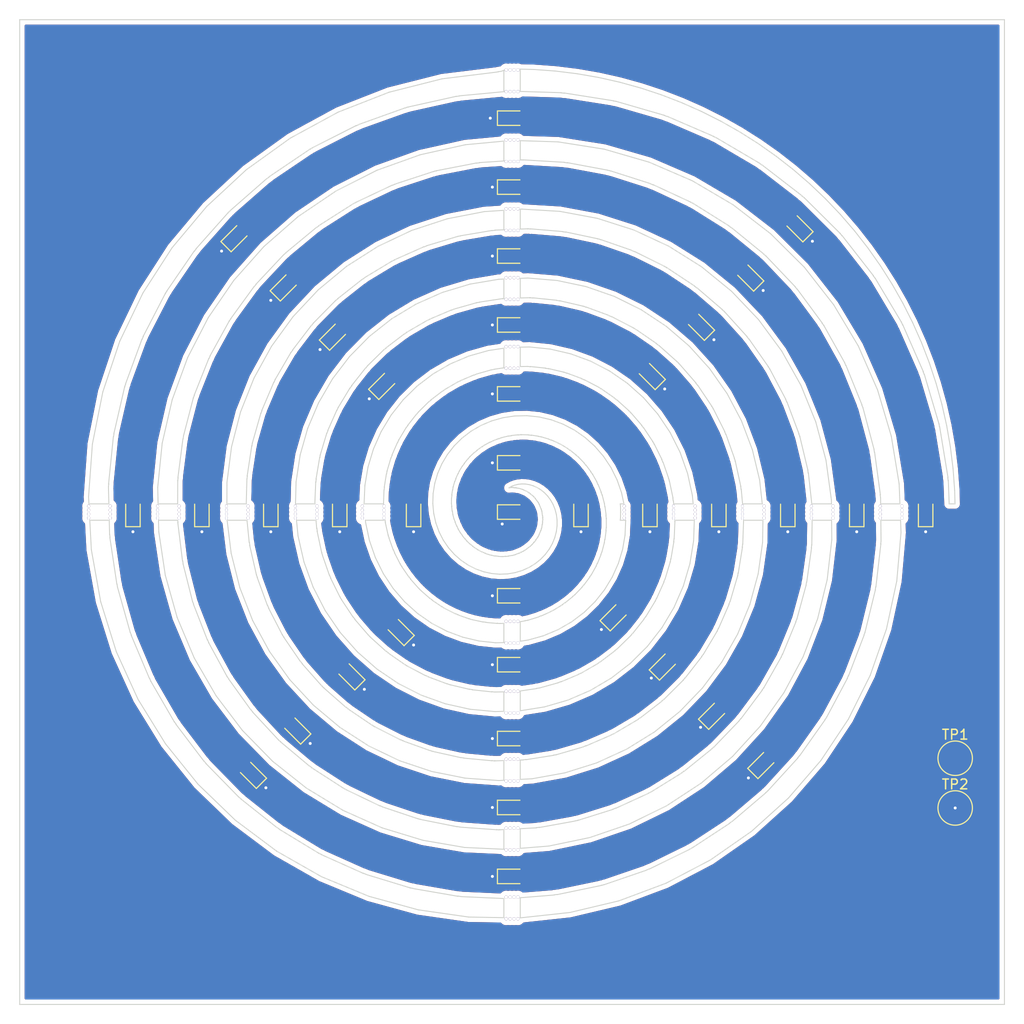
<source format=kicad_pcb>
(kicad_pcb (version 20241229) (generator "pcbnew") (generator_version "9.0")
  (layers (0 "F.Cu" signal) (2 "B.Cu" signal) (13 "F.Paste" user) (15 "B.Paste" user) (5 "F.SilkS" user "F.Silkscreen") (7 "B.SilkS" user "B.Silkscreen") (1 "F.Mask" user) (3 "B.Mask" user) (25 "Edge.Cuts" user))
  (net 0 "")
  (net 1 "/C")
  (net 2 "/A")
  (footprint "lib:LED_0603_1608Metric" (layer "F.Cu") (at 100 123)
    (property "Reference" "D17" (hide yes))
    (property "Value" "led_small")
  )
  (footprint "lib:LED_0603_1608Metric" (layer "F.Cu") (at 82 82 45)
    (property "Reference" "D20" (hide yes))
    (property "Value" "led_small")
  )
  (footprint "lib:TestPoint_Pad_D3.0mm" (layer "F.Cu") (at 145 130.05)
    (property "Reference" "TP2")
    (property "Value" "C")
  )
  (footprint "lib:LED_0603_1608Metric" (layer "F.Cu") (at 100 137)
    (property "Reference" "D33" (hide yes))
    (property "Value" "led_small")
  )
  (footprint "lib:LED_0603_1608Metric" (layer "F.Cu") (at 100 115.5)
    (property "Reference" "D9" (hide yes))
    (property "Value" "led_small")
  )
  (footprint "lib:LED_0603_1608Metric" (layer "F.Cu") (at 73.5 126.5 135)
    (property "Reference" "D34" (hide yes))
    (property "Value" "led_small")
  )
  (footprint "lib:LED_0603_1608Metric" (layer "F.Cu") (at 100 108.5)
    (property "Reference" "D4" (hide yes))
    (property "Value" "led_small")
  )
  (footprint "lib:LED_0603_1608Metric" (layer "F.Cu") (at 68.5 100 90)
    (property "Reference" "D27" (hide yes))
    (property "Value" "led_small")
  )
  (footprint "lib:LED_0603_1608Metric" (layer "F.Cu") (at 77 77 45)
    (property "Reference" "D28" (hide yes))
    (property "Value" "led_small")
  )
  (footprint "lib:LED_0603_1608Metric" (layer "F.Cu") (at 120.5 120.5 45)
    (property "Reference" "D24" (hide yes))
    (property "Value" "led_small")
  )
  (footprint "lib:LED_0603_1608Metric" (layer "F.Cu") (at 135 100 90)
    (property "Reference" "D31" (hide yes))
    (property "Value" "led_small")
  )
  (footprint "lib:LED_0603_1608Metric" (layer "F.Cu") (at 100 81)
    (property "Reference" "D13" (hide yes))
    (property "Value" "led_small")
  )
  (footprint "lib:LED_0603_1608Metric" (layer "F.Cu") (at 100 74)
    (property "Reference" "D21" (hide yes))
    (property "Value" "led_small")
  )
  (footprint "lib:LED_0603_1608Metric" (layer "F.Cu") (at 121 100 90)
    (property "Reference" "D15" (hide yes))
    (property "Value" "led_small")
  )
  (footprint "lib:LED_0603_1608Metric" (layer "F.Cu") (at 115.5 115.5 45)
    (property "Reference" "D16" (hide yes))
    (property "Value" "led_small")
  )
  (footprint "lib:LED_0603_1608Metric" (layer "F.Cu") (at 61.5 100 90)
    (property "Reference" "D35" (hide yes))
    (property "Value" "led_small")
  )
  (footprint "lib:LED_0603_1608Metric" (layer "F.Cu") (at 100 60)
    (property "Reference" "D37" (hide yes))
    (property "Value" "led_small")
  )
  (footprint "lib:LED_0603_1608Metric" (layer "F.Cu") (at 82.5 100 90)
    (property "Reference" "D11" (hide yes))
    (property "Value" "led_small")
  )
  (footprint "lib:LED_0603_1608Metric" (layer "F.Cu") (at 88.5 112 135)
    (property "Reference" "D10" (hide yes))
    (property "Value" "led_small")
  )
  (footprint "lib:LED_0603_1608Metric" (layer "F.Cu") (at 107 100 90)
    (property "Reference" "D3" (hide yes))
    (property "Value" "led_small")
  )
  (footprint "lib:LED_0603_1608Metric" (layer "F.Cu") (at 100 95)
    (property "Reference" "D2" (hide yes))
    (property "Value" "led_small")
  )
  (footprint "lib:LED_0603_1608Metric" (layer "F.Cu") (at 72 72 45)
    (property "Reference" "D36" (hide yes))
    (property "Value" "led_small")
  )
  (footprint "openscad:tree-spiral" (layer "F.Cu") (at 100 100)
    (property "Reference" "")
    (property "Value" "")
    (fp_line (start -50 -50) (end 50 -50) (stroke (width 0.1)) (layer "Edge.Cuts"))
    (fp_line (start -50 50) (end -50 -50) (stroke (width 0.1)) (layer "Edge.Cuts"))
    (fp_line (start -43.0067 -1.53731) (end -42.9696 -0.833328) (stroke (width 0.1)) (layer "Edge.Cuts"))
    (fp_line (start -42.9696 -0.833328) (end -40.9458 -0.833328) (stroke (width 0.1)) (layer "Edge.Cuts"))
    (fp_line (start -42.8817 0.833328) (end -42.7241 3.82356) (stroke (width 0.1)) (layer "Edge.Cuts"))
    (fp_line (start -42.7241 3.82356) (end -41.7781 9.09044) (stroke (width 0.1)) (layer "Edge.Cuts"))
    (fp_line (start -42.617 -6.90909) (end -43.0067 -1.53731) (stroke (width 0.1)) (layer "Edge.Cuts"))
    (fp_line (start -41.7781 9.09044) (end -40.1875 14.1816) (stroke (width 0.1)) (layer "Edge.Cuts"))
    (fp_line (start -41.5568 -12.2073) (end -42.617 -6.90909) (stroke (width 0.1)) (layer "Edge.Cuts"))
    (fp_line (start -40.9874 -2.60158) (end -40.9544 -2.85213) (stroke (width 0.1)) (layer "Edge.Cuts"))
    (fp_line (start -40.9867 -2.54185) (end -40.9795 -2.54202) (stroke (width 0.1)) (layer "Edge.Cuts"))
    (fp_line (start -40.9795 -2.54202) (end -40.9874 -2.60158) (stroke (width 0.1)) (layer "Edge.Cuts"))
    (fp_line (start -40.9746 -2.85417) (end -40.4866 -7.65892) (stroke (width 0.1)) (layer "Edge.Cuts"))
    (fp_line (start -40.9544 -2.85213) (end -40.9746 -2.85417) (stroke (width 0.1)) (layer "Edge.Cuts"))
    (fp_line (start -40.9458 -0.833328) (end -40.9867 -2.54185) (stroke (width 0.1)) (layer "Edge.Cuts"))
    (fp_line (start -40.906 0.833328) (end -42.8817 0.833328) (stroke (width 0.1)) (layer "Edge.Cuts"))
    (fp_line (start -40.8717 2.26883) (end -40.906 0.833328) (stroke (width 0.1)) (layer "Edge.Cuts"))
    (fp_line (start -40.8646 2.26866) (end -40.8717 2.26883) (stroke (width 0.1)) (layer "Edge.Cuts"))
    (fp_line (start -40.8447 2.58023) (end -40.824 2.57712) (stroke (width 0.1)) (layer "Edge.Cuts"))
    (fp_line (start -40.824 2.57712) (end -40.8646 2.26866) (stroke (width 0.1)) (layer "Edge.Cuts"))
    (fp_line (start -40.4866 -7.65892) (end -40.4664 -7.65688) (stroke (width 0.1)) (layer "Edge.Cuts"))
    (fp_line (start -40.4664 -7.65688) (end -40.4259 -7.96504) (stroke (width 0.1)) (layer "Edge.Cuts"))
    (fp_line (start -40.4357 -7.9673) (end -39.3481 -12.6906) (stroke (width 0.1)) (layer "Edge.Cuts"))
    (fp_line (start -40.4259 -7.96504) (end -40.4357 -7.9673) (stroke (width 0.1)) (layer "Edge.Cuts"))
    (fp_line (start -40.1875 14.1816) (end -37.9816 19.0186) (stroke (width 0.1)) (layer "Edge.Cuts"))
    (fp_line (start -40.1329 7.32179) (end -40.8447 2.58023) (stroke (width 0.1)) (layer "Edge.Cuts"))
    (fp_line (start -40.1122 7.31868) (end -40.1329 7.32179) (stroke (width 0.1)) (layer "Edge.Cuts"))
    (fp_line (start -40.0755 7.59772) (end -40.1122 7.31868) (stroke (width 0.1)) (layer "Edge.Cuts"))
    (fp_line (start -40.0673 7.62738) (end -40.0636 7.62634) (stroke (width 0.1)) (layer "Edge.Cuts"))
    (fp_line (start -40.0636 7.62634) (end -40.0755 7.59772) (stroke (width 0.1)) (layer "Edge.Cuts"))
    (fp_line (start -39.8384 -17.3484) (end -41.5568 -12.2073) (stroke (width 0.1)) (layer "Edge.Cuts"))
    (fp_line (start -39.3481 -12.6906) (end -39.3383 -12.6883) (stroke (width 0.1)) (layer "Edge.Cuts"))
    (fp_line (start -39.3383 -12.6883) (end -39.3267 -12.7766) (stroke (width 0.1)) (layer "Edge.Cuts"))
    (fp_line (start -39.3267 -12.7766) (end -39.241 -12.9835) (stroke (width 0.1)) (layer "Edge.Cuts"))
    (fp_line (start -39.2591 -12.9902) (end -37.5847 -17.5571) (stroke (width 0.1)) (layer "Edge.Cuts"))
    (fp_line (start -39.241 -12.9835) (end -39.2591 -12.9902) (stroke (width 0.1)) (layer "Edge.Cuts"))
    (fp_line (start -38.7742 12.2263) (end -40.0673 7.62738) (stroke (width 0.1)) (layer "Edge.Cuts"))
    (fp_line (start -38.7705 12.2253) (end -38.7742 12.2263) (stroke (width 0.1)) (layer "Edge.Cuts"))
    (fp_line (start -38.6709 12.5213) (end -38.6513 12.5131) (stroke (width 0.1)) (layer "Edge.Cuts"))
    (fp_line (start -38.6513 12.5131) (end -38.7705 12.2253) (stroke (width 0.1)) (layer "Edge.Cuts"))
    (fp_line (start -37.9816 19.0186) (end -35.1986 23.5278) (stroke (width 0.1)) (layer "Edge.Cuts"))
    (fp_line (start -37.5847 -17.5571) (end -37.5666 -17.5505) (stroke (width 0.1)) (layer "Edge.Cuts"))
    (fp_line (start -37.5666 -17.5505) (end -37.4477 -17.8375) (stroke (width 0.1)) (layer "Edge.Cuts"))
    (fp_line (start -37.4845 -22.2508) (end -39.8384 -17.3484) (stroke (width 0.1)) (layer "Edge.Cuts"))
    (fp_line (start -37.4589 -17.8433) (end -35.2198 -22.1811) (stroke (width 0.1)) (layer "Edge.Cuts"))
    (fp_line (start -37.4477 -17.8375) (end -37.4589 -17.8433) (stroke (width 0.1)) (layer "Edge.Cuts"))
    (fp_line (start -36.8208 16.907) (end -38.6709 12.5213) (stroke (width 0.1)) (layer "Edge.Cuts"))
    (fp_line (start -36.8011 16.8987) (end -36.8208 16.907) (stroke (width 0.1)) (layer "Edge.Cuts"))
    (fp_line (start -36.6824 17.1852) (end -36.8011 16.8987) (stroke (width 0.1)) (layer "Edge.Cuts"))
    (fp_line (start -36.6815 17.1868) (end -36.6813 17.1867) (stroke (width 0.1)) (layer "Edge.Cuts"))
    (fp_line (start -36.6813 17.1867) (end -36.6824 17.1852) (stroke (width 0.1)) (layer "Edge.Cuts"))
    (fp_line (start -35.9843 -2.50481) (end -35.9444 -0.833328) (stroke (width 0.1)) (layer "Edge.Cuts"))
    (fp_line (start -35.9444 -0.833328) (end -33.959 -0.833328) (stroke (width 0.1)) (layer "Edge.Cuts"))
    (fp_line (start -35.9046 0.833328) (end -35.8769 1.99277) (stroke (width 0.1)) (layer "Edge.Cuts"))
    (fp_line (start -35.8769 1.99277) (end -35.2116 6.42468) (stroke (width 0.1)) (layer "Edge.Cuts"))
    (fp_line (start -35.528 -6.99803) (end -35.9843 -2.50481) (stroke (width 0.1)) (layer "Edge.Cuts"))
    (fp_line (start -35.2198 -22.1811) (end -35.2086 -22.1753) (stroke (width 0.1)) (layer "Edge.Cuts"))
    (fp_line (start -35.2116 6.42468) (end -34.0032 10.7222) (stroke (width 0.1)) (layer "Edge.Cuts"))
    (fp_line (start -35.2086 -22.1753) (end -35.1634 -22.2844) (stroke (width 0.1)) (layer "Edge.Cuts"))
    (fp_line (start -35.1986 23.5278) (end -31.8856 27.6411) (stroke (width 0.1)) (layer "Edge.Cuts"))
    (fp_line (start -35.1634 -22.2844) (end -35.0446 -22.4392) (stroke (width 0.1)) (layer "Edge.Cuts"))
    (fp_line (start -35.0594 -22.4493) (end -32.2866 -26.4882) (stroke (width 0.1)) (layer "Edge.Cuts"))
    (fp_line (start -35.0446 -22.4392) (end -35.0594 -22.4493) (stroke (width 0.1)) (layer "Edge.Cuts"))
    (fp_line (start -34.5283 -26.8356) (end -37.4845 -22.2508) (stroke (width 0.1)) (layer "Edge.Cuts"))
    (fp_line (start -34.5107 -11.416) (end -35.528 -6.99803) (stroke (width 0.1)) (layer "Edge.Cuts"))
    (fp_line (start -34.3073 21.2922) (end -36.6815 17.1868) (stroke (width 0.1)) (layer "Edge.Cuts"))
    (fp_line (start -34.3071 21.2921) (end -34.3073 21.2922) (stroke (width 0.1)) (layer "Edge.Cuts"))
    (fp_line (start -34.1342 21.5525) (end -34.1172 21.5396) (stroke (width 0.1)) (layer "Edge.Cuts"))
    (fp_line (start -34.1172 21.5396) (end -34.3071 21.2921) (stroke (width 0.1)) (layer "Edge.Cuts"))
    (fp_line (start -34.0032 10.7222) (end -32.2748 14.8192) (stroke (width 0.1)) (layer "Edge.Cuts"))
    (fp_line (start -33.959 -0.833328) (end -33.9521 -3.18451) (stroke (width 0.1)) (layer "Edge.Cuts"))
    (fp_line (start -33.9547 0.833328) (end -35.9046 0.833328) (stroke (width 0.1)) (layer "Edge.Cuts"))
    (fp_line (start -33.9521 -3.18451) (end -33.9511 -3.18451) (stroke (width 0.1)) (layer "Edge.Cuts"))
    (fp_line (start -33.9511 -3.18451) (end -33.9104 -3.49379) (stroke (width 0.1)) (layer "Edge.Cuts"))
    (fp_line (start -33.9449 1.0703) (end -33.9238 1.0677) (stroke (width 0.1)) (layer "Edge.Cuts"))
    (fp_line (start -33.9316 -3.49652) (end -33.4258 -7.42418) (stroke (width 0.1)) (layer "Edge.Cuts"))
    (fp_line (start -33.9238 1.0677) (end -33.9547 0.833328) (stroke (width 0.1)) (layer "Edge.Cuts"))
    (fp_line (start -33.9104 -3.49379) (end -33.9316 -3.49652) (stroke (width 0.1)) (layer "Edge.Cuts"))
    (fp_line (start -33.4663 4.96632) (end -33.9449 1.0703) (stroke (width 0.1)) (layer "Edge.Cuts"))
    (fp_line (start -33.4452 4.96373) (end -33.4663 4.96632) (stroke (width 0.1)) (layer "Edge.Cuts"))
    (fp_line (start -33.4258 -7.42418) (end -33.4046 -7.42145) (stroke (width 0.1)) (layer "Edge.Cuts"))
    (fp_line (start -33.4088 5.27368) (end -33.4045 5.27258) (stroke (width 0.1)) (layer "Edge.Cuts"))
    (fp_line (start -33.4046 -7.42145) (end -33.364 -7.7305) (stroke (width 0.1)) (layer "Edge.Cuts"))
    (fp_line (start -33.4045 5.27258) (end -33.4452 4.96373) (stroke (width 0.1)) (layer "Edge.Cuts"))
    (fp_line (start -33.3666 -7.73119) (end -32.3701 -11.5818) (stroke (width 0.1)) (layer "Edge.Cuts"))
    (fp_line (start -33.364 -7.7305) (end -33.3666 -7.73119) (stroke (width 0.1)) (layer "Edge.Cuts"))
    (fp_line (start -32.9441 -15.689) (end -34.5107 -11.416) (stroke (width 0.1)) (layer "Edge.Cuts"))
    (fp_line (start -32.4519 9.06264) (end -33.4088 5.27368) (stroke (width 0.1)) (layer "Edge.Cuts"))
    (fp_line (start -32.4475 9.06154) (end -32.4519 9.06264) (stroke (width 0.1)) (layer "Edge.Cuts"))
    (fp_line (start -32.4428 9.09749) (end -32.4475 9.06154) (stroke (width 0.1)) (layer "Edge.Cuts"))
    (fp_line (start -32.3701 -11.5818) (end -32.3675 -11.5811) (stroke (width 0.1)) (layer "Edge.Cuts"))
    (fp_line (start -32.3675 -11.5811) (end -32.3647 -11.6026) (stroke (width 0.1)) (layer "Edge.Cuts"))
    (fp_line (start -32.3647 -11.6026) (end -32.2534 -11.8712) (stroke (width 0.1)) (layer "Edge.Cuts"))
    (fp_line (start -32.3565 9.36043) (end -32.337 9.35283) (stroke (width 0.1)) (layer "Edge.Cuts"))
    (fp_line (start -32.337 9.35283) (end -32.4428 9.09749) (stroke (width 0.1)) (layer "Edge.Cuts"))
    (fp_line (start -32.2866 -26.4882) (end -32.2719 -26.478) (stroke (width 0.1)) (layer "Edge.Cuts"))
    (fp_line (start -32.2748 14.8192) (end -30.0574 18.6535) (stroke (width 0.1)) (layer "Edge.Cuts"))
    (fp_line (start -32.273 -11.879) (end -30.7973 -15.5913) (stroke (width 0.1)) (layer "Edge.Cuts"))
    (fp_line (start -32.2719 -26.478) (end -32.0828 -26.7244) (stroke (width 0.1)) (layer "Edge.Cuts"))
    (fp_line (start -32.2534 -11.8712) (end -32.273 -11.879) (stroke (width 0.1)) (layer "Edge.Cuts"))
    (fp_line (start -32.094 -26.7343) (end -28.8274 -30.4086) (stroke (width 0.1)) (layer "Edge.Cuts"))
    (fp_line (start -32.0828 -26.7244) (end -32.094 -26.7343) (stroke (width 0.1)) (layer "Edge.Cuts"))
    (fp_line (start -31.8856 27.6411) (end -28.098 31.2968) (stroke (width 0.1)) (layer "Edge.Cuts"))
    (fp_line (start -31.2768 25.3157) (end -34.1342 21.5525) (stroke (width 0.1)) (layer "Edge.Cuts"))
    (fp_line (start -31.2598 25.3028) (end -31.2768 25.3157) (stroke (width 0.1)) (layer "Edge.Cuts"))
    (fp_line (start -31.0726 25.5524) (end -31.0701 25.55) (stroke (width 0.1)) (layer "Edge.Cuts"))
    (fp_line (start -31.0701 25.55) (end -31.2598 25.3028) (stroke (width 0.1)) (layer "Edge.Cuts"))
    (fp_line (start -31.0118 -31.0293) (end -34.5283 -26.8356) (stroke (width 0.1)) (layer "Edge.Cuts"))
    (fp_line (start -30.9403 12.9841) (end -32.3565 9.36043) (stroke (width 0.1)) (layer "Edge.Cuts"))
    (fp_line (start -30.9209 12.9765) (end -30.9403 12.9841) (stroke (width 0.1)) (layer "Edge.Cuts"))
    (fp_line (start -30.8486 -19.7485) (end -32.9441 -15.689) (stroke (width 0.1)) (layer "Edge.Cuts"))
    (fp_line (start -30.8085 13.2676) (end -30.8018 13.264) (stroke (width 0.1)) (layer "Edge.Cuts"))
    (fp_line (start -30.8018 13.264) (end -30.9209 12.9765) (stroke (width 0.1)) (layer "Edge.Cuts"))
    (fp_line (start -30.7973 -15.5913) (end -30.7776 -15.5835) (stroke (width 0.1)) (layer "Edge.Cuts"))
    (fp_line (start -30.7776 -15.5835) (end -30.6585 -15.8711) (stroke (width 0.1)) (layer "Edge.Cuts"))
    (fp_line (start -30.6638 -15.8741) (end -28.7278 -19.3884) (stroke (width 0.1)) (layer "Edge.Cuts"))
    (fp_line (start -30.6585 -15.8711) (end -30.6638 -15.8741) (stroke (width 0.1)) (layer "Edge.Cuts"))
    (fp_line (start -30.0574 18.6535) (end -27.3894 22.1673) (stroke (width 0.1)) (layer "Edge.Cuts"))
    (fp_line (start -28.9594 16.6709) (end -30.8085 13.2676) (stroke (width 0.1)) (layer "Edge.Cuts"))
    (fp_line (start -28.9589 -0.833328) (end -26.9937 -0.833328) (stroke (width 0.1)) (layer "Edge.Cuts"))
    (fp_line (start -28.9527 16.6672) (end -28.9594 16.6709) (stroke (width 0.1)) (layer "Edge.Cuts"))
    (fp_line (start -28.9526 -3.01337) (end -28.9589 -0.833328) (stroke (width 0.1)) (layer "Edge.Cuts"))
    (fp_line (start -28.9365 0.833328) (end -28.5227 4.20119) (stroke (width 0.1)) (layer "Edge.Cuts"))
    (fp_line (start -28.9278 16.7273) (end -28.9527 16.6672) (stroke (width 0.1)) (layer "Edge.Cuts"))
    (fp_line (start -28.8274 -30.4086) (end -28.8163 -30.3987) (stroke (width 0.1)) (layer "Edge.Cuts"))
    (fp_line (start -28.8163 -30.3987) (end -28.7268 -30.5153) (stroke (width 0.1)) (layer "Edge.Cuts"))
    (fp_line (start -28.7932 16.9358) (end -28.7768 16.924) (stroke (width 0.1)) (layer "Edge.Cuts"))
    (fp_line (start -28.7768 16.924) (end -28.9278 16.7273) (stroke (width 0.1)) (layer "Edge.Cuts"))
    (fp_line (start -28.7278 -19.3884) (end -28.7225 -19.3854) (stroke (width 0.1)) (layer "Edge.Cuts"))
    (fp_line (start -28.7268 -30.5153) (end -28.5948 -30.6165) (stroke (width 0.1)) (layer "Edge.Cuts"))
    (fp_line (start -28.7225 -19.3854) (end -28.7032 -19.4321) (stroke (width 0.1)) (layer "Edge.Cuts"))
    (fp_line (start -28.7032 -19.4321) (end -28.5435 -19.6402) (stroke (width 0.1)) (layer "Edge.Cuts"))
    (fp_line (start -28.6055 -30.6287) (end -24.893 -33.8782) (stroke (width 0.1)) (layer "Edge.Cuts"))
    (fp_line (start -28.5948 -30.6165) (end -28.6055 -30.6287) (stroke (width 0.1)) (layer "Edge.Cuts"))
    (fp_line (start -28.5601 -19.6523) (end -26.1904 -22.9114) (stroke (width 0.1)) (layer "Edge.Cuts"))
    (fp_line (start -28.5435 -19.6402) (end -28.5601 -19.6523) (stroke (width 0.1)) (layer "Edge.Cuts"))
    (fp_line (start -28.5227 4.20119) (end -27.6425 7.68634) (stroke (width 0.1)) (layer "Edge.Cuts"))
    (fp_line (start -28.4868 -6.63017) (end -28.9526 -3.01337) (stroke (width 0.1)) (layer "Edge.Cuts"))
    (fp_line (start -28.2531 -23.5292) (end -30.8486 -19.7485) (stroke (width 0.1)) (layer "Edge.Cuts"))
    (fp_line (start -28.098 31.2968) (end -23.8978 34.4411) (stroke (width 0.1)) (layer "Edge.Cuts"))
    (fp_line (start -27.7801 28.9172) (end -31.0726 25.5524) (stroke (width 0.1)) (layer "Edge.Cuts"))
    (fp_line (start -27.7776 28.9148) (end -27.7801 28.9172) (stroke (width 0.1)) (layer "Edge.Cuts"))
    (fp_line (start -27.761 28.9365) (end -27.7776 28.9148) (stroke (width 0.1)) (layer "Edge.Cuts"))
    (fp_line (start -27.6425 7.68634) (end -26.3404 11.0182) (stroke (width 0.1)) (layer "Edge.Cuts"))
    (fp_line (start -27.5688 -10.1775) (end -28.4868 -6.63017) (stroke (width 0.1)) (layer "Edge.Cuts"))
    (fp_line (start -27.5479 29.1265) (end -27.5348 29.11) (stroke (width 0.1)) (layer "Edge.Cuts"))
    (fp_line (start -27.5348 29.11) (end -27.761 28.9365) (stroke (width 0.1)) (layer "Edge.Cuts"))
    (fp_line (start -27.3894 22.1673) (end -24.3158 25.3084) (stroke (width 0.1)) (layer "Edge.Cuts"))
    (fp_line (start -26.9937 -0.833328) (end -26.9278 -3.35497) (stroke (width 0.1)) (layer "Edge.Cuts"))
    (fp_line (start -26.987 -34.7633) (end -31.0118 -31.0293) (stroke (width 0.1)) (layer "Edge.Cuts"))
    (fp_line (start -26.9278 -3.35497) (end -26.9201 -3.35477) (stroke (width 0.1)) (layer "Edge.Cuts"))
    (fp_line (start -26.9201 -3.35477) (end -26.8794 -3.66353) (stroke (width 0.1)) (layer "Edge.Cuts"))
    (fp_line (start -26.9168 0.833328) (end -28.9365 0.833328) (stroke (width 0.1)) (layer "Edge.Cuts"))
    (fp_line (start -26.9 -3.66667) (end -26.4339 -6.72227) (stroke (width 0.1)) (layer "Edge.Cuts"))
    (fp_line (start -26.8794 -3.66353) (end -26.9 -3.66667) (stroke (width 0.1)) (layer "Edge.Cuts"))
    (fp_line (start -26.6942 3.07149) (end -26.9168 0.833328) (stroke (width 0.1)) (layer "Edge.Cuts"))
    (fp_line (start -26.6741 3.06949) (end -26.6942 3.07149) (stroke (width 0.1)) (layer "Edge.Cuts"))
    (fp_line (start -26.6438 3.38034) (end -26.6335 3.37801) (stroke (width 0.1)) (layer "Edge.Cuts"))
    (fp_line (start -26.6335 3.37801) (end -26.6741 3.06949) (stroke (width 0.1)) (layer "Edge.Cuts"))
    (fp_line (start -26.5439 20.0675) (end -28.7932 16.9358) (stroke (width 0.1)) (layer "Edge.Cuts"))
    (fp_line (start -26.5275 20.0557) (end -26.5439 20.0675) (stroke (width 0.1)) (layer "Edge.Cuts"))
    (fp_line (start -26.4339 -6.72227) (end -26.4133 -6.71913) (stroke (width 0.1)) (layer "Edge.Cuts"))
    (fp_line (start -26.4133 -6.71913) (end -26.3773 -6.99232) (stroke (width 0.1)) (layer "Edge.Cuts"))
    (fp_line (start -26.3773 -6.99232) (end -26.363 -7.02681) (stroke (width 0.1)) (layer "Edge.Cuts"))
    (fp_line (start -26.3675 -7.02806) (end -25.5185 -10.0182) (stroke (width 0.1)) (layer "Edge.Cuts"))
    (fp_line (start -26.363 -7.02681) (end -26.3675 -7.02806) (stroke (width 0.1)) (layer "Edge.Cuts"))
    (fp_line (start -26.3459 20.3095) (end -26.3382 20.3024) (stroke (width 0.1)) (layer "Edge.Cuts"))
    (fp_line (start -26.3404 11.0182) (end -24.6408 14.1462) (stroke (width 0.1)) (layer "Edge.Cuts"))
    (fp_line (start -26.3382 20.3024) (end -26.5275 20.0557) (stroke (width 0.1)) (layer "Edge.Cuts"))
    (fp_line (start -26.2088 -13.5987) (end -27.5688 -10.1775) (stroke (width 0.1)) (layer "Edge.Cuts"))
    (fp_line (start -26.1904 -22.9114) (end -26.1738 -22.8994) (stroke (width 0.1)) (layer "Edge.Cuts"))
    (fp_line (start -26.1738 -22.8994) (end -25.9844 -23.1461) (stroke (width 0.1)) (layer "Edge.Cuts"))
    (fp_line (start -25.9911 -23.1523) (end -23.2211 -26.1029) (stroke (width 0.1)) (layer "Edge.Cuts"))
    (fp_line (start -25.9844 -23.1461) (end -25.9911 -23.1523) (stroke (width 0.1)) (layer "Edge.Cuts"))
    (fp_line (start -25.9676 6.34299) (end -26.6438 3.38034) (stroke (width 0.1)) (layer "Edge.Cuts"))
    (fp_line (start -25.9573 6.34065) (end -25.9676 6.34299) (stroke (width 0.1)) (layer "Edge.Cuts"))
    (fp_line (start -25.9451 6.43375) (end -25.9573 6.34065) (stroke (width 0.1)) (layer "Edge.Cuts"))
    (fp_line (start -25.879 6.64314) (end -25.861 6.63661) (stroke (width 0.1)) (layer "Edge.Cuts"))
    (fp_line (start -25.861 6.63661) (end -25.9451 6.43375) (stroke (width 0.1)) (layer "Edge.Cuts"))
    (fp_line (start -25.5185 -10.0182) (end -25.5141 -10.017) (stroke (width 0.1)) (layer "Edge.Cuts"))
    (fp_line (start -25.5141 -10.017) (end -25.3948 -10.305) (stroke (width 0.1)) (layer "Edge.Cuts"))
    (fp_line (start -25.4144 -10.3133) (end -24.1918 -13.19) (stroke (width 0.1)) (layer "Edge.Cuts"))
    (fp_line (start -25.3948 -10.305) (end -25.4144 -10.3133) (stroke (width 0.1)) (layer "Edge.Cuts"))
    (fp_line (start -25.1947 -26.9695) (end -28.2531 -23.5292) (stroke (width 0.1)) (layer "Edge.Cuts"))
    (fp_line (start -24.893 -33.8782) (end -24.8823 -33.866) (stroke (width 0.1)) (layer "Edge.Cuts"))
    (fp_line (start -24.8823 -33.866) (end -24.636 -34.055) (stroke (width 0.1)) (layer "Edge.Cuts"))
    (fp_line (start -24.8439 9.48177) (end -25.879 6.64314) (stroke (width 0.1)) (layer "Edge.Cuts"))
    (fp_line (start -24.826 9.47523) (end -24.8439 9.48177) (stroke (width 0.1)) (layer "Edge.Cuts"))
    (fp_line (start -24.7185 9.76849) (end -24.7069 9.76256) (stroke (width 0.1)) (layer "Edge.Cuts"))
    (fp_line (start -24.7069 9.76256) (end -24.826 9.47523) (stroke (width 0.1)) (layer "Edge.Cuts"))
    (fp_line (start -24.6454 -34.069) (end -20.5419 -36.8395) (stroke (width 0.1)) (layer "Edge.Cuts"))
    (fp_line (start -24.6408 14.1462) (end -22.5742 17.0234) (stroke (width 0.1)) (layer "Edge.Cuts"))
    (fp_line (start -24.636 -34.055) (end -24.6454 -34.069) (stroke (width 0.1)) (layer "Edge.Cuts"))
    (fp_line (start -24.424 -16.8385) (end -26.2088 -13.5987) (stroke (width 0.1)) (layer "Edge.Cuts"))
    (fp_line (start -24.3158 25.3084) (end -20.888 28.0305) (stroke (width 0.1)) (layer "Edge.Cuts"))
    (fp_line (start -24.1918 -13.19) (end -24.1722 -13.1817) (stroke (width 0.1)) (layer "Edge.Cuts"))
    (fp_line (start -24.1722 -13.1817) (end -24.056 -13.4621) (stroke (width 0.1)) (layer "Edge.Cuts"))
    (fp_line (start -24.056 -13.4621) (end -24.0506 -13.4692) (stroke (width 0.1)) (layer "Edge.Cuts"))
    (fp_line (start -24.0516 -13.4698) (end -22.4705 -16.1862) (stroke (width 0.1)) (layer "Edge.Cuts"))
    (fp_line (start -24.0506 -13.4692) (end -24.0516 -13.4698) (stroke (width 0.1)) (layer "Edge.Cuts"))
    (fp_line (start -23.8978 34.4411) (end -19.3533 37.0282) (stroke (width 0.1)) (layer "Edge.Cuts"))
    (fp_line (start -23.8749 32.0434) (end -27.5479 29.1265) (stroke (width 0.1)) (layer "Edge.Cuts"))
    (fp_line (start -23.8618 32.0269) (end -23.8749 32.0434) (stroke (width 0.1)) (layer "Edge.Cuts"))
    (fp_line (start -23.735 23.1232) (end -26.3459 20.3095) (stroke (width 0.1)) (layer "Edge.Cuts"))
    (fp_line (start -23.7273 23.116) (end -23.735 23.1232) (stroke (width 0.1)) (layer "Edge.Cuts"))
    (fp_line (start -23.6702 23.1904) (end -23.7273 23.116) (stroke (width 0.1)) (layer "Edge.Cuts"))
    (fp_line (start -23.6184 32.2221) (end -23.6149 32.2163) (stroke (width 0.1)) (layer "Edge.Cuts"))
    (fp_line (start -23.6149 32.2163) (end -23.8618 32.0269) (stroke (width 0.1)) (layer "Edge.Cuts"))
    (fp_line (start -23.5084 23.3386) (end -23.4961 23.324) (stroke (width 0.1)) (layer "Edge.Cuts"))
    (fp_line (start -23.4961 23.324) (end -23.6702 23.1904) (stroke (width 0.1)) (layer "Edge.Cuts"))
    (fp_line (start -23.3448 12.4401) (end -24.7185 9.76849) (stroke (width 0.1)) (layer "Edge.Cuts"))
    (fp_line (start -23.3333 12.4342) (end -23.3448 12.4401) (stroke (width 0.1)) (layer "Edge.Cuts"))
    (fp_line (start -23.2866 12.5469) (end -23.3333 12.4342) (stroke (width 0.1)) (layer "Edge.Cuts"))
    (fp_line (start -23.2211 -26.1029) (end -23.2145 -26.0967) (stroke (width 0.1)) (layer "Edge.Cuts"))
    (fp_line (start -23.2145 -26.0967) (end -23.1662 -26.1596) (stroke (width 0.1)) (layer "Edge.Cuts"))
    (fp_line (start -23.1846 12.7089) (end -23.1699 12.6989) (stroke (width 0.1)) (layer "Edge.Cuts"))
    (fp_line (start -23.1699 12.6989) (end -23.2866 12.5469) (stroke (width 0.1)) (layer "Edge.Cuts"))
    (fp_line (start -23.1662 -26.1596) (end -22.9808 -26.3019) (stroke (width 0.1)) (layer "Edge.Cuts"))
    (fp_line (start -22.9933 -26.317) (end -19.8634 -28.9099) (stroke (width 0.1)) (layer "Edge.Cuts"))
    (fp_line (start -22.9808 -26.3019) (end -22.9933 -26.317) (stroke (width 0.1)) (layer "Edge.Cuts"))
    (fp_line (start -22.5742 17.0234) (end -20.1764 19.6073) (stroke (width 0.1)) (layer "Edge.Cuts"))
    (fp_line (start -22.5136 -37.9763) (end -26.987 -34.7633) (stroke (width 0.1)) (layer "Edge.Cuts"))
    (fp_line (start -22.4705 -16.1862) (end -22.4695 -16.1856) (stroke (width 0.1)) (layer "Edge.Cuts"))
    (fp_line (start -22.4695 -16.1856) (end -22.2794 -16.4333) (stroke (width 0.1)) (layer "Edge.Cuts"))
    (fp_line (start -22.2964 -16.4463) (end -20.3778 -18.9577) (stroke (width 0.1)) (layer "Edge.Cuts"))
    (fp_line (start -22.2794 -16.4333) (end -22.2964 -16.4463) (stroke (width 0.1)) (layer "Edge.Cuts"))
    (fp_line (start -22.2385 -19.8444) (end -24.424 -16.8385) (stroke (width 0.1)) (layer "Edge.Cuts"))
    (fp_line (start -21.992 -0.833328) (end -20.0187 -0.833328) (stroke (width 0.1)) (layer "Edge.Cuts"))
    (fp_line (start -21.9336 -3.06755) (end -21.992 -0.833328) (stroke (width 0.1)) (layer "Edge.Cuts"))
    (fp_line (start -21.8921 0.833328) (end -21.7342 2.42068) (stroke (width 0.1)) (layer "Edge.Cuts"))
    (fp_line (start -21.7342 2.42068) (end -21.1278 5.0775) (stroke (width 0.1)) (layer "Edge.Cuts"))
    (fp_line (start -21.7177 -30.0126) (end -25.1947 -26.9695) (stroke (width 0.1)) (layer "Edge.Cuts"))
    (fp_line (start -21.5148 -5.81326) (end -21.9336 -3.06755) (stroke (width 0.1)) (layer "Edge.Cuts"))
    (fp_line (start -21.4977 15.1736) (end -23.1846 12.7089) (stroke (width 0.1)) (layer "Edge.Cuts"))
    (fp_line (start -21.483 15.1636) (end -21.4977 15.1736) (stroke (width 0.1)) (layer "Edge.Cuts"))
    (fp_line (start -21.3051 15.4203) (end -21.2938 15.4103) (stroke (width 0.1)) (layer "Edge.Cuts"))
    (fp_line (start -21.2938 15.4103) (end -21.483 15.1636) (stroke (width 0.1)) (layer "Edge.Cuts"))
    (fp_line (start -21.1278 5.0775) (end -20.2001 7.62164) (stroke (width 0.1)) (layer "Edge.Cuts"))
    (fp_line (start -20.888 28.0305) (end -17.1622 30.2946) (stroke (width 0.1)) (layer "Edge.Cuts"))
    (fp_line (start -20.7514 -8.50188) (end -21.5148 -5.81326) (stroke (width 0.1)) (layer "Edge.Cuts"))
    (fp_line (start -20.58 25.7931) (end -23.5084 23.3386) (stroke (width 0.1)) (layer "Edge.Cuts"))
    (fp_line (start -20.5677 25.7785) (end -20.58 25.7931) (stroke (width 0.1)) (layer "Edge.Cuts"))
    (fp_line (start -20.5419 -36.8395) (end -20.5325 -36.8256) (stroke (width 0.1)) (layer "Edge.Cuts"))
    (fp_line (start -20.5325 -36.8256) (end -20.393 -36.9327) (stroke (width 0.1)) (layer "Edge.Cuts"))
    (fp_line (start -20.393 -36.9327) (end -20.2661 -36.9852) (stroke (width 0.1)) (layer "Edge.Cuts"))
    (fp_line (start -20.3778 -18.9577) (end -20.3608 -18.9447) (stroke (width 0.1)) (layer "Edge.Cuts"))
    (fp_line (start -20.3608 -18.9447) (end -20.1709 -19.1923) (stroke (width 0.1)) (layer "Edge.Cuts"))
    (fp_line (start -20.3282 25.9786) (end -20.3212 25.9677) (stroke (width 0.1)) (layer "Edge.Cuts"))
    (fp_line (start -20.3212 25.9677) (end -20.5677 25.7785) (stroke (width 0.1)) (layer "Edge.Cuts"))
    (fp_line (start -20.2725 -36.9979) (end -15.8399 -39.2427) (stroke (width 0.1)) (layer "Edge.Cuts"))
    (fp_line (start -20.2661 -36.9852) (end -20.2725 -36.9979) (stroke (width 0.1)) (layer "Edge.Cuts"))
    (fp_line (start -20.2001 7.62164) (end -18.9699 10.0143) (stroke (width 0.1)) (layer "Edge.Cuts"))
    (fp_line (start -20.1764 19.6073) (end -17.4882 21.8605) (stroke (width 0.1)) (layer "Edge.Cuts"))
    (fp_line (start -20.1727 -19.194) (end -17.9432 -21.4585) (stroke (width 0.1)) (layer "Edge.Cuts"))
    (fp_line (start -20.1709 -19.1923) (end -20.1727 -19.194) (stroke (width 0.1)) (layer "Edge.Cuts"))
    (fp_line (start -20.0292 -0.841125) (end -19.9378 -3.04424) (stroke (width 0.1)) (layer "Edge.Cuts"))
    (fp_line (start -20.0187 -0.833328) (end -20.0178 -0.840652) (stroke (width 0.1)) (layer "Edge.Cuts"))
    (fp_line (start -20.0178 -0.840652) (end -20.0292 -0.841125) (stroke (width 0.1)) (layer "Edge.Cuts"))
    (fp_line (start -19.9378 -3.04424) (end -19.9263 -3.04376) (stroke (width 0.1)) (layer "Edge.Cuts"))
    (fp_line (start -19.9263 -3.04376) (end -19.8857 -3.35278) (stroke (width 0.1)) (layer "Edge.Cuts"))
    (fp_line (start -19.9079 0.833328) (end -21.8921 0.833328) (stroke (width 0.1)) (layer "Edge.Cuts"))
    (fp_line (start -19.9052 -3.35606) (end -19.5358 -5.54753) (stroke (width 0.1)) (layer "Edge.Cuts"))
    (fp_line (start -19.8857 -3.35278) (end -19.9052 -3.35606) (stroke (width 0.1)) (layer "Edge.Cuts"))
    (fp_line (start -19.8634 -28.9099) (end -19.8508 -28.8948) (stroke (width 0.1)) (layer "Edge.Cuts"))
    (fp_line (start -19.8508 -28.8948) (end -19.6043 -29.084) (stroke (width 0.1)) (layer "Edge.Cuts"))
    (fp_line (start -19.8389 1.65227) (end -19.9079 0.833328) (stroke (width 0.1)) (layer "Edge.Cuts"))
    (fp_line (start -19.8203 1.6507) (end -19.8389 1.65227) (stroke (width 0.1)) (layer "Edge.Cuts"))
    (fp_line (start -19.793 1.96246) (end -19.7796 1.95961) (stroke (width 0.1)) (layer "Edge.Cuts"))
    (fp_line (start -19.7796 1.95961) (end -19.8203 1.6507) (stroke (width 0.1)) (layer "Edge.Cuts"))
    (fp_line (start -19.683 -22.5665) (end -22.2385 -19.8444) (stroke (width 0.1)) (layer "Edge.Cuts"))
    (fp_line (start -19.6514 -11.09) (end -20.7514 -8.50188) (stroke (width 0.1)) (layer "Edge.Cuts"))
    (fp_line (start -19.625 34.6488) (end -23.6184 32.2221) (stroke (width 0.1)) (layer "Edge.Cuts"))
    (fp_line (start -19.6215 34.6431) (end -19.625 34.6488) (stroke (width 0.1)) (layer "Edge.Cuts"))
    (fp_line (start -19.6106 -29.0939) (end -16.1668 -31.2851) (stroke (width 0.1)) (layer "Edge.Cuts"))
    (fp_line (start -19.6043 -29.084) (end -19.6106 -29.0939) (stroke (width 0.1)) (layer "Edge.Cuts"))
    (fp_line (start -19.5767 34.6774) (end -19.6215 34.6431) (stroke (width 0.1)) (layer "Edge.Cuts"))
    (fp_line (start -19.5358 -5.54753) (end -19.5163 -5.54425) (stroke (width 0.1)) (layer "Edge.Cuts"))
    (fp_line (start -19.5163 -5.54425) (end -19.4854 -5.77911) (stroke (width 0.1)) (layer "Edge.Cuts"))
    (fp_line (start -19.4854 -5.77911) (end -19.4559 -5.85025) (stroke (width 0.1)) (layer "Edge.Cuts"))
    (fp_line (start -19.4644 -5.85281) (end -18.8187 -7.99745) (stroke (width 0.1)) (layer "Edge.Cuts"))
    (fp_line (start -19.4559 -5.85025) (end -19.4644 -5.85281) (stroke (width 0.1)) (layer "Edge.Cuts"))
    (fp_line (start -19.3533 37.0282) (end -14.5376 39.0215) (stroke (width 0.1)) (layer "Edge.Cuts"))
    (fp_line (start -19.3482 34.7941) (end -19.3399 34.7755) (stroke (width 0.1)) (layer "Edge.Cuts"))
    (fp_line (start -19.3416 4.08528) (end -19.793 1.96246) (stroke (width 0.1)) (layer "Edge.Cuts"))
    (fp_line (start -19.3399 34.7755) (end -19.5767 34.6774) (stroke (width 0.1)) (layer "Edge.Cuts"))
    (fp_line (start -19.335 17.642) (end -21.3051 15.4203) (stroke (width 0.1)) (layer "Edge.Cuts"))
    (fp_line (start -19.3282 4.08243) (end -19.3416 4.08528) (stroke (width 0.1)) (layer "Edge.Cuts"))
    (fp_line (start -19.3237 17.6319) (end -19.335 17.642) (stroke (width 0.1)) (layer "Edge.Cuts"))
    (fp_line (start -19.3111 4.2123) (end -19.3282 4.08243) (stroke (width 0.1)) (layer "Edge.Cuts"))
    (fp_line (start -19.2572 4.38731) (end -19.2409 4.38164) (stroke (width 0.1)) (layer "Edge.Cuts"))
    (fp_line (start -19.2409 4.38164) (end -19.3111 4.2123) (stroke (width 0.1)) (layer "Edge.Cuts"))
    (fp_line (start -19.2323 17.751) (end -19.3237 17.6319) (stroke (width 0.1)) (layer "Edge.Cuts"))
    (fp_line (start -19.1131 17.8627) (end -19.1025 17.8506) (stroke (width 0.1)) (layer "Edge.Cuts"))
    (fp_line (start -19.1025 17.8506) (end -19.2323 17.751) (stroke (width 0.1)) (layer "Edge.Cuts"))
    (fp_line (start -18.9699 10.0143) (end -17.4601 12.2202) (stroke (width 0.1)) (layer "Edge.Cuts"))
    (fp_line (start -18.8187 -7.99745) (end -18.8102 -7.99489) (stroke (width 0.1)) (layer "Edge.Cuts"))
    (fp_line (start -18.8102 -7.99489) (end -18.6909 -8.28302) (stroke (width 0.1)) (layer "Edge.Cuts"))
    (fp_line (start -18.7097 -8.29138) (end -17.7936 -10.3542) (stroke (width 0.1)) (layer "Edge.Cuts"))
    (fp_line (start -18.6909 -8.28302) (end -18.7097 -8.29138) (stroke (width 0.1)) (layer "Edge.Cuts"))
    (fp_line (start -18.5493 6.42052) (end -19.2572 4.38731) (stroke (width 0.1)) (layer "Edge.Cuts"))
    (fp_line (start -18.533 6.41484) (end -18.5493 6.42052) (stroke (width 0.1)) (layer "Edge.Cuts"))
    (fp_line (start -18.4278 6.70964) (end -18.4138 6.70268) (stroke (width 0.1)) (layer "Edge.Cuts"))
    (fp_line (start -18.4138 6.70268) (end -18.533 6.41484) (stroke (width 0.1)) (layer "Edge.Cuts"))
    (fp_line (start -18.228 -13.5355) (end -19.6514 -11.09) (stroke (width 0.1)) (layer "Edge.Cuts"))
    (fp_line (start -17.9432 -21.4585) (end -17.9414 -21.4568) (stroke (width 0.1)) (layer "Edge.Cuts"))
    (fp_line (start -17.9414 -21.4568) (end -17.9294 -21.4723) (stroke (width 0.1)) (layer "Edge.Cuts"))
    (fp_line (start -17.9294 -21.4723) (end -17.697 -21.6507) (stroke (width 0.1)) (layer "Edge.Cuts"))
    (fp_line (start -17.8738 -32.608) (end -21.7177 -30.0126) (stroke (width 0.1)) (layer "Edge.Cuts"))
    (fp_line (start -17.7936 -10.3542) (end -17.7748 -10.3459) (stroke (width 0.1)) (layer "Edge.Cuts"))
    (fp_line (start -17.7748 -10.3459) (end -17.6739 -10.5896) (stroke (width 0.1)) (layer "Edge.Cuts"))
    (fp_line (start -17.7101 -21.6673) (end -15.2016 -23.6464) (stroke (width 0.1)) (layer "Edge.Cuts"))
    (fp_line (start -17.697 -21.6507) (end -17.7101 -21.6673) (stroke (width 0.1)) (layer "Edge.Cuts"))
    (fp_line (start -17.6739 -10.5896) (end -17.6436 -10.6291) (stroke (width 0.1)) (layer "Edge.Cuts"))
    (fp_line (start -17.6591 -40.6145) (end -22.5136 -37.9763) (stroke (width 0.1)) (layer "Edge.Cuts"))
    (fp_line (start -17.6487 -10.6322) (end -16.4727 -12.579) (stroke (width 0.1)) (layer "Edge.Cuts"))
    (fp_line (start -17.6436 -10.6291) (end -17.6487 -10.6322) (stroke (width 0.1)) (layer "Edge.Cuts"))
    (fp_line (start -17.4882 21.8605) (end -14.5543 23.7511) (stroke (width 0.1)) (layer "Edge.Cuts"))
    (fp_line (start -17.4786 8.62267) (end -18.4278 6.70964) (stroke (width 0.1)) (layer "Edge.Cuts"))
    (fp_line (start -17.4646 8.61571) (end -17.4786 8.62267) (stroke (width 0.1)) (layer "Edge.Cuts"))
    (fp_line (start -17.4601 12.2202) (end -15.698 14.2072) (stroke (width 0.1)) (layer "Edge.Cuts"))
    (fp_line (start -17.4042 8.76147) (end -17.4646 8.61571) (stroke (width 0.1)) (layer "Edge.Cuts"))
    (fp_line (start -17.3219 8.89432) (end -17.3089 8.8857) (stroke (width 0.1)) (layer "Edge.Cuts"))
    (fp_line (start -17.3089 8.8857) (end -17.4042 8.76147) (stroke (width 0.1)) (layer "Edge.Cuts"))
    (fp_line (start -17.1622 30.2946) (end -13.1989 32.0689) (stroke (width 0.1)) (layer "Edge.Cuts"))
    (fp_line (start -17.1309 28.0389) (end -20.3282 25.9786) (stroke (width 0.1)) (layer "Edge.Cuts"))
    (fp_line (start -17.1239 28.028) (end -17.1309 28.0389) (stroke (width 0.1)) (layer "Edge.Cuts"))
    (fp_line (start -17.0268 28.1025) (end -17.1239 28.028) (stroke (width 0.1)) (layer "Edge.Cuts"))
    (fp_line (start -16.8939 19.8092) (end -19.1131 17.8627) (stroke (width 0.1)) (layer "Edge.Cuts"))
    (fp_line (start -16.8833 19.7972) (end -16.8939 19.8092) (stroke (width 0.1)) (layer "Edge.Cuts"))
    (fp_line (start -16.858 28.1916) (end -16.8503 28.1756) (stroke (width 0.1)) (layer "Edge.Cuts"))
    (fp_line (start -16.8503 28.1756) (end -17.0268 28.1025) (stroke (width 0.1)) (layer "Edge.Cuts"))
    (fp_line (start -16.7943 -24.9595) (end -19.683 -22.5665) (stroke (width 0.1)) (layer "Edge.Cuts"))
    (fp_line (start -16.6461 20.0005) (end -16.6366 19.9865) (stroke (width 0.1)) (layer "Edge.Cuts"))
    (fp_line (start -16.6366 19.9865) (end -16.8833 19.7972) (stroke (width 0.1)) (layer "Edge.Cuts"))
    (fp_line (start -16.4997 -15.7978) (end -18.228 -13.5355) (stroke (width 0.1)) (layer "Edge.Cuts"))
    (fp_line (start -16.4727 -12.579) (end -16.4676 -12.5759) (stroke (width 0.1)) (layer "Edge.Cuts"))
    (fp_line (start -16.4676 -12.5759) (end -16.2776 -12.8235) (stroke (width 0.1)) (layer "Edge.Cuts"))
    (fp_line (start -16.2941 -12.8366) (end -14.873 -14.6346) (stroke (width 0.1)) (layer "Edge.Cuts"))
    (fp_line (start -16.2776 -12.8235) (end -16.2941 -12.8366) (stroke (width 0.1)) (layer "Edge.Cuts"))
    (fp_line (start -16.1668 -31.2851) (end -16.1605 -31.2752) (stroke (width 0.1)) (layer "Edge.Cuts"))
    (fp_line (start -16.1605 -31.2752) (end -16.0748 -31.341) (stroke (width 0.1)) (layer "Edge.Cuts"))
    (fp_line (start -16.1502 10.659) (end -17.3219 8.89432) (stroke (width 0.1)) (layer "Edge.Cuts"))
    (fp_line (start -16.1372 10.6504) (end -16.1502 10.659) (stroke (width 0.1)) (layer "Edge.Cuts"))
    (fp_line (start -16.0748 -31.341) (end -15.8852 -31.4195) (stroke (width 0.1)) (layer "Edge.Cuts"))
    (fp_line (start -15.9607 10.9089) (end -15.9475 10.8976) (stroke (width 0.1)) (layer "Edge.Cuts"))
    (fp_line (start -15.9475 10.8976) (end -16.1372 10.6504) (stroke (width 0.1)) (layer "Edge.Cuts"))
    (fp_line (start -15.8931 -31.4362) (end -12.187 -33.1879) (stroke (width 0.1)) (layer "Edge.Cuts"))
    (fp_line (start -15.8852 -31.4195) (end -15.8931 -31.4362) (stroke (width 0.1)) (layer "Edge.Cuts"))
    (fp_line (start -15.8399 -39.2427) (end -15.8335 -39.23) (stroke (width 0.1)) (layer "Edge.Cuts"))
    (fp_line (start -15.8335 -39.23) (end -15.5466 -39.3488) (stroke (width 0.1)) (layer "Edge.Cuts"))
    (fp_line (start -15.698 14.2072) (end -13.7147 15.947) (stroke (width 0.1)) (layer "Edge.Cuts"))
    (fp_line (start -15.5528 -39.3662) (end -10.8584 -41.0462) (stroke (width 0.1)) (layer "Edge.Cuts"))
    (fp_line (start -15.5466 -39.3488) (end -15.5528 -39.3662) (stroke (width 0.1)) (layer "Edge.Cuts"))
    (fp_line (start -15.2016 -23.6464) (end -15.1884 -23.6297) (stroke (width 0.1)) (layer "Edge.Cuts"))
    (fp_line (start -15.1884 -23.6297) (end -14.9413 -23.8194) (stroke (width 0.1)) (layer "Edge.Cuts"))
    (fp_line (start -15.099 36.6964) (end -19.3482 34.7941) (stroke (width 0.1)) (layer "Edge.Cuts"))
    (fp_line (start -15.0907 36.6778) (end -15.099 36.6964) (stroke (width 0.1)) (layer "Edge.Cuts"))
    (fp_line (start -15.0252 -0.833328) (end -13.0489 -0.833328) (stroke (width 0.1)) (layer "Edge.Cuts"))
    (fp_line (start -14.9486 -2.67998) (end -15.0252 -0.833328) (stroke (width 0.1)) (layer "Edge.Cuts"))
    (fp_line (start -14.9443 -23.8244) (end -12.1933 -25.4836) (stroke (width 0.1)) (layer "Edge.Cuts"))
    (fp_line (start -14.9413 -23.8194) (end -14.9443 -23.8244) (stroke (width 0.1)) (layer "Edge.Cuts"))
    (fp_line (start -14.8902 0.833328) (end -14.8697 1.07608) (stroke (width 0.1)) (layer "Edge.Cuts"))
    (fp_line (start -14.873 -14.6346) (end -14.8564 -14.6215) (stroke (width 0.1)) (layer "Edge.Cuts"))
    (fp_line (start -14.8697 1.07608) (end -14.4836 2.89162) (stroke (width 0.1)) (layer "Edge.Cuts"))
    (fp_line (start -14.8564 -14.6215) (end -14.6794 -14.8522) (stroke (width 0.1)) (layer "Edge.Cuts"))
    (fp_line (start -14.8063 36.8061) (end -14.8035 36.7968) (stroke (width 0.1)) (layer "Edge.Cuts"))
    (fp_line (start -14.8035 36.7968) (end -15.0907 36.6778) (stroke (width 0.1)) (layer "Edge.Cuts"))
    (fp_line (start -14.6794 -14.8522) (end -14.6616 -14.8658) (stroke (width 0.1)) (layer "Edge.Cuts"))
    (fp_line (start -14.6636 -14.8679) (end -13.0163 -16.4861) (stroke (width 0.1)) (layer "Edge.Cuts"))
    (fp_line (start -14.6616 -14.8658) (end -14.6636 -14.8679) (stroke (width 0.1)) (layer "Edge.Cuts"))
    (fp_line (start -14.6315 -4.56171) (end -14.9486 -2.67998) (stroke (width 0.1)) (layer "Edge.Cuts"))
    (fp_line (start -14.5886 12.4998) (end -15.9607 10.9089) (stroke (width 0.1)) (layer "Edge.Cuts"))
    (fp_line (start -14.5755 12.4885) (end -14.5886 12.4998) (stroke (width 0.1)) (layer "Edge.Cuts"))
    (fp_line (start -14.5543 23.7511) (end -11.4229 25.2532) (stroke (width 0.1)) (layer "Edge.Cuts"))
    (fp_line (start -14.5376 39.0215) (end -9.52754 40.3939) (stroke (width 0.1)) (layer "Edge.Cuts"))
    (fp_line (start -14.4901 -17.839) (end -16.4997 -15.7978) (stroke (width 0.1)) (layer "Edge.Cuts"))
    (fp_line (start -14.4836 2.89162) (end -13.879 4.6281) (stroke (width 0.1)) (layer "Edge.Cuts"))
    (fp_line (start -14.4632 12.6348) (end -14.5755 12.4885) (stroke (width 0.1)) (layer "Edge.Cuts"))
    (fp_line (start -14.3692 12.724) (end -14.3601 12.7139) (stroke (width 0.1)) (layer "Edge.Cuts"))
    (fp_line (start -14.3601 12.7139) (end -14.4632 12.6348) (stroke (width 0.1)) (layer "Edge.Cuts"))
    (fp_line (start -14.2155 21.6448) (end -16.6461 20.0005) (stroke (width 0.1)) (layer "Edge.Cuts"))
    (fp_line (start -14.206 21.6308) (end -14.2155 21.6448) (stroke (width 0.1)) (layer "Edge.Cuts"))
    (fp_line (start -14.0763 -6.40562) (end -14.6315 -4.56171) (stroke (width 0.1)) (layer "Edge.Cuts"))
    (fp_line (start -14.0647 21.7392) (end -14.206 21.6308) (stroke (width 0.1)) (layer "Edge.Cuts"))
    (fp_line (start -13.9458 21.8036) (end -13.9394 21.7911) (stroke (width 0.1)) (layer "Edge.Cuts"))
    (fp_line (start -13.9394 21.7911) (end -14.0647 21.7392) (stroke (width 0.1)) (layer "Edge.Cuts"))
    (fp_line (start -13.879 4.6281) (end -13.0695 6.25957) (stroke (width 0.1)) (layer "Edge.Cuts"))
    (fp_line (start -13.7207 -34.7113) (end -17.8738 -32.608) (stroke (width 0.1)) (layer "Edge.Cuts"))
    (fp_line (start -13.7147 15.947) (end -11.5438 17.4156) (stroke (width 0.1)) (layer "Edge.Cuts"))
    (fp_line (start -13.6149 -26.9826) (end -16.7943 -24.9595) (stroke (width 0.1)) (layer "Edge.Cuts"))
    (fp_line (start -13.4442 29.8291) (end -16.858 28.1916) (stroke (width 0.1)) (layer "Edge.Cuts"))
    (fp_line (start -13.4365 29.8131) (end -13.4442 29.8291) (stroke (width 0.1)) (layer "Edge.Cuts"))
    (fp_line (start -13.2878 -8.18129) (end -14.0763 -6.40562) (stroke (width 0.1)) (layer "Edge.Cuts"))
    (fp_line (start -13.1989 32.0689) (end -9.06178 33.3297) (stroke (width 0.1)) (layer "Edge.Cuts"))
    (fp_line (start -13.1543 29.9464) (end -13.1495 29.932) (stroke (width 0.1)) (layer "Edge.Cuts"))
    (fp_line (start -13.1495 29.932) (end -13.4365 29.8131) (stroke (width 0.1)) (layer "Edge.Cuts"))
    (fp_line (start -13.0695 6.25957) (end -12.0717 7.76233) (stroke (width 0.1)) (layer "Edge.Cuts"))
    (fp_line (start -13.0525 -0.879562) (end -13.0074 -2.21686) (stroke (width 0.1)) (layer "Edge.Cuts"))
    (fp_line (start -13.0489 -0.833328) (end -13.0428 -0.879242) (stroke (width 0.1)) (layer "Edge.Cuts"))
    (fp_line (start -13.0428 -0.879242) (end -13.0525 -0.879562) (stroke (width 0.1)) (layer "Edge.Cuts"))
    (fp_line (start -13.0163 -16.4861) (end -13.0143 -16.4841) (stroke (width 0.1)) (layer "Edge.Cuts"))
    (fp_line (start -13.0143 -16.4841) (end -12.7664 -16.6743) (stroke (width 0.1)) (layer "Edge.Cuts"))
    (fp_line (start -13.0074 -2.21686) (end -12.9978 -2.21654) (stroke (width 0.1)) (layer "Edge.Cuts"))
    (fp_line (start -12.9978 -2.21654) (end -12.9568 -2.52776) (stroke (width 0.1)) (layer "Edge.Cuts"))
    (fp_line (start -12.9769 -2.53099) (end -12.761 -3.86903) (stroke (width 0.1)) (layer "Edge.Cuts"))
    (fp_line (start -12.9568 -2.52776) (end -12.9769 -2.53099) (stroke (width 0.1)) (layer "Edge.Cuts"))
    (fp_line (start -12.8903 0.833328) (end -14.8902 0.833328) (stroke (width 0.1)) (layer "Edge.Cuts"))
    (fp_line (start -12.8718 1.06305) (end -12.8604 1.0605) (stroke (width 0.1)) (layer "Edge.Cuts"))
    (fp_line (start -12.8604 1.0605) (end -12.8903 0.833328) (stroke (width 0.1)) (layer "Edge.Cuts"))
    (fp_line (start -12.8217 14.119) (end -14.3692 12.724) (stroke (width 0.1)) (layer "Edge.Cuts"))
    (fp_line (start -12.8125 14.1089) (end -12.8217 14.119) (stroke (width 0.1)) (layer "Edge.Cuts"))
    (fp_line (start -12.7793 -16.6913) (end -10.9286 -18.1012) (stroke (width 0.1)) (layer "Edge.Cuts"))
    (fp_line (start -12.7664 -16.6743) (end -12.7793 -16.6913) (stroke (width 0.1)) (layer "Edge.Cuts"))
    (fp_line (start -12.761 -3.86903) (end -12.7409 -3.8658) (stroke (width 0.1)) (layer "Edge.Cuts"))
    (fp_line (start -12.7409 -3.8658) (end -12.7077 -4.1178) (stroke (width 0.1)) (layer "Edge.Cuts"))
    (fp_line (start -12.7077 -4.1178) (end -12.6841 -4.1747) (stroke (width 0.1)) (layer "Edge.Cuts"))
    (fp_line (start -12.6911 -4.17676) (end -12.3035 -5.49355) (stroke (width 0.1)) (layer "Edge.Cuts"))
    (fp_line (start -12.6841 -4.1747) (end -12.6911 -4.17676) (stroke (width 0.1)) (layer "Edge.Cuts"))
    (fp_line (start -12.5885 2.33534) (end -12.8718 1.06305) (stroke (width 0.1)) (layer "Edge.Cuts"))
    (fp_line (start -12.5771 2.33279) (end -12.5885 2.33534) (stroke (width 0.1)) (layer "Edge.Cuts"))
    (fp_line (start -12.5759 14.314) (end -12.5652 14.2986) (stroke (width 0.1)) (layer "Edge.Cuts"))
    (fp_line (start -12.5652 14.2986) (end -12.8125 14.1089) (stroke (width 0.1)) (layer "Edge.Cuts"))
    (fp_line (start -12.5631 2.439) (end -12.5771 2.33279) (stroke (width 0.1)) (layer "Edge.Cuts"))
    (fp_line (start -12.5005 2.63873) (end -12.483 2.63242) (stroke (width 0.1)) (layer "Edge.Cuts"))
    (fp_line (start -12.4972 -42.6328) (end -17.6591 -40.6145) (stroke (width 0.1)) (layer "Edge.Cuts"))
    (fp_line (start -12.483 2.63242) (end -12.5631 2.439) (stroke (width 0.1)) (layer "Edge.Cuts"))
    (fp_line (start -12.3035 -5.49355) (end -12.2965 -5.49149) (stroke (width 0.1)) (layer "Edge.Cuts"))
    (fp_line (start -12.2965 -5.49149) (end -12.1764 -5.78157) (stroke (width 0.1)) (layer "Edge.Cuts"))
    (fp_line (start -12.2741 -9.85938) (end -13.2878 -8.18129) (stroke (width 0.1)) (layer "Edge.Cuts"))
    (fp_line (start -12.2278 -19.6238) (end -14.4901 -17.839) (stroke (width 0.1)) (layer "Edge.Cuts"))
    (fp_line (start -12.1955 -5.78995) (end -11.6382 -7.06328) (stroke (width 0.1)) (layer "Edge.Cuts"))
    (fp_line (start -12.1933 -25.4836) (end -12.1903 -25.4786) (stroke (width 0.1)) (layer "Edge.Cuts"))
    (fp_line (start -12.1903 -25.4786) (end -12.1521 -25.5079) (stroke (width 0.1)) (layer "Edge.Cuts"))
    (fp_line (start -12.187 -33.1879) (end -12.1791 -33.1712) (stroke (width 0.1)) (layer "Edge.Cuts"))
    (fp_line (start -12.1791 -33.1712) (end -11.8921 -33.2901) (stroke (width 0.1)) (layer "Edge.Cuts"))
    (fp_line (start -12.1764 -5.78157) (end -12.1955 -5.78995) (stroke (width 0.1)) (layer "Edge.Cuts"))
    (fp_line (start -12.1521 -25.5079) (end -11.9074 -25.6093) (stroke (width 0.1)) (layer "Edge.Cuts"))
    (fp_line (start -12.0717 7.76233) (end -10.9048 9.11536) (stroke (width 0.1)) (layer "Edge.Cuts"))
    (fp_line (start -12.0649 3.84886) (end -12.5005 2.63873) (stroke (width 0.1)) (layer "Edge.Cuts"))
    (fp_line (start -12.0473 3.84256) (end -12.0649 3.84886) (stroke (width 0.1)) (layer "Edge.Cuts"))
    (fp_line (start -11.9393 4.13881) (end -11.9272 4.13264) (stroke (width 0.1)) (layer "Edge.Cuts"))
    (fp_line (start -11.9272 4.13264) (end -12.0473 3.84256) (stroke (width 0.1)) (layer "Edge.Cuts"))
    (fp_line (start -11.9158 -25.6281) (end -8.96318 -26.9377) (stroke (width 0.1)) (layer "Edge.Cuts"))
    (fp_line (start -11.9074 -25.6093) (end -11.9158 -25.6281) (stroke (width 0.1)) (layer "Edge.Cuts"))
    (fp_line (start -11.8965 -33.3035) (end -7.98431 -34.5843) (stroke (width 0.1)) (layer "Edge.Cuts"))
    (fp_line (start -11.8921 -33.2901) (end -11.8965 -33.3035) (stroke (width 0.1)) (layer "Edge.Cuts"))
    (fp_line (start -11.6382 -7.06328) (end -11.619 -7.0549) (stroke (width 0.1)) (layer "Edge.Cuts"))
    (fp_line (start -11.619 -7.0549) (end -11.513 -7.31088) (stroke (width 0.1)) (layer "Edge.Cuts"))
    (fp_line (start -11.5438 17.4156) (end -9.22197 18.5935) (stroke (width 0.1)) (layer "Edge.Cuts"))
    (fp_line (start -11.513 -7.31088) (end -11.4897 -7.34125) (stroke (width 0.1)) (layer "Edge.Cuts"))
    (fp_line (start -11.4938 -7.34366) (end -10.7717 -8.55156) (stroke (width 0.1)) (layer "Edge.Cuts"))
    (fp_line (start -11.4897 -7.34125) (end -11.4938 -7.34366) (stroke (width 0.1)) (layer "Edge.Cuts"))
    (fp_line (start -11.4229 25.2532) (end -8.14517 26.3469) (stroke (width 0.1)) (layer "Edge.Cuts"))
    (fp_line (start -11.3623 5.26892) (end -11.9393 4.13881) (stroke (width 0.1)) (layer "Edge.Cuts"))
    (fp_line (start -11.3502 5.26276) (end -11.3623 5.26892) (stroke (width 0.1)) (layer "Edge.Cuts"))
    (fp_line (start -11.3442 23.1234) (end -13.9458 21.8036) (stroke (width 0.1)) (layer "Edge.Cuts"))
    (fp_line (start -11.3379 23.1109) (end -11.3442 23.1234) (stroke (width 0.1)) (layer "Edge.Cuts"))
    (fp_line (start -11.3008 5.38219) (end -11.3502 5.26276) (stroke (width 0.1)) (layer "Edge.Cuts"))
    (fp_line (start -11.2011 5.5408) (end -11.1866 5.53094) (stroke (width 0.1)) (layer "Edge.Cuts"))
    (fp_line (start -11.1866 5.53094) (end -11.3008 5.38219) (stroke (width 0.1)) (layer "Edge.Cuts"))
    (fp_line (start -11.0568 23.2473) (end -11.0506 23.2299) (stroke (width 0.1)) (layer "Edge.Cuts"))
    (fp_line (start -11.0506 23.2299) (end -11.3379 23.1109) (stroke (width 0.1)) (layer "Edge.Cuts"))
    (fp_line (start -11.0477 -11.4109) (end -12.2741 -9.85938) (stroke (width 0.1)) (layer "Edge.Cuts"))
    (fp_line (start -10.9286 -18.1012) (end -10.9157 -18.0842) (stroke (width 0.1)) (layer "Edge.Cuts"))
    (fp_line (start -10.9157 -18.0842) (end -10.6676 -18.2745) (stroke (width 0.1)) (layer "Edge.Cuts"))
    (fp_line (start -10.9048 9.11536) (end -9.5907 10.2999) (stroke (width 0.1)) (layer "Edge.Cuts"))
    (fp_line (start -10.8801 15.4942) (end -12.5759 14.314) (stroke (width 0.1)) (layer "Edge.Cuts"))
    (fp_line (start -10.8694 15.4789) (end -10.8801 15.4942) (stroke (width 0.1)) (layer "Edge.Cuts"))
    (fp_line (start -10.8584 -41.0462) (end -10.8522 -41.0289) (stroke (width 0.1)) (layer "Edge.Cuts"))
    (fp_line (start -10.8522 -41.0289) (end -10.6631 -41.1073) (stroke (width 0.1)) (layer "Edge.Cuts"))
    (fp_line (start -10.7717 -8.55156) (end -10.7676 -8.54915) (stroke (width 0.1)) (layer "Edge.Cuts"))
    (fp_line (start -10.7676 -8.54915) (end -10.5764 -8.79834) (stroke (width 0.1)) (layer "Edge.Cuts"))
    (fp_line (start -10.702 15.6074) (end -10.8694 15.4789) (stroke (width 0.1)) (layer "Edge.Cuts"))
    (fp_line (start -10.6679 -18.2751) (end -8.64038 -19.4511) (stroke (width 0.1)) (layer "Edge.Cuts"))
    (fp_line (start -10.6676 -18.2745) (end -10.6679 -18.2751) (stroke (width 0.1)) (layer "Edge.Cuts"))
    (fp_line (start -10.6631 -41.1073) (end -10.5556 -41.1214) (stroke (width 0.1)) (layer "Edge.Cuts"))
    (fp_line (start -10.6118 15.657) (end -10.6066 15.6469) (stroke (width 0.1)) (layer "Edge.Cuts"))
    (fp_line (start -10.6066 15.6469) (end -10.702 15.6074) (stroke (width 0.1)) (layer "Edge.Cuts"))
    (fp_line (start -10.5931 -8.81145) (end -9.71408 -9.93248) (stroke (width 0.1)) (layer "Edge.Cuts"))
    (fp_line (start -10.5764 -8.79834) (end -10.5931 -8.81145) (stroke (width 0.1)) (layer "Edge.Cuts"))
    (fp_line (start -10.5582 -41.1329) (end -5.67386 -42.2179) (stroke (width 0.1)) (layer "Edge.Cuts"))
    (fp_line (start -10.5556 -41.1214) (end -10.5582 -41.1329) (stroke (width 0.1)) (layer "Edge.Cuts"))
    (fp_line (start -10.4959 6.5748) (end -11.2011 5.5408) (stroke (width 0.1)) (layer "Edge.Cuts"))
    (fp_line (start -10.4814 6.56493) (end -10.4959 6.5748) (stroke (width 0.1)) (layer "Edge.Cuts"))
    (fp_line (start -10.3696 38.1582) (end -14.8063 36.8061) (stroke (width 0.1)) (layer "Edge.Cuts"))
    (fp_line (start -10.3668 38.1489) (end -10.3696 38.1582) (stroke (width 0.1)) (layer "Edge.Cuts"))
    (fp_line (start -10.3015 6.82423) (end -10.2902 6.81416) (stroke (width 0.1)) (layer "Edge.Cuts"))
    (fp_line (start -10.2902 6.81416) (end -10.4814 6.56493) (stroke (width 0.1)) (layer "Edge.Cuts"))
    (fp_line (start -10.2879 38.1816) (end -10.3668 38.1489) (stroke (width 0.1)) (layer "Edge.Cuts"))
    (fp_line (start -10.192 -28.6004) (end -13.6149 -26.9826) (stroke (width 0.1)) (layer "Edge.Cuts"))
    (fp_line (start -10.0655 38.2305) (end -10.0622 38.2113) (stroke (width 0.1)) (layer "Edge.Cuts"))
    (fp_line (start -10.0622 38.2113) (end -10.2879 38.1816) (stroke (width 0.1)) (layer "Edge.Cuts"))
    (fp_line (start -9.74516 -21.1211) (end -12.2278 -19.6238) (stroke (width 0.1)) (layer "Edge.Cuts"))
    (fp_line (start -9.71408 -9.93248) (end -9.69736 -9.91937) (stroke (width 0.1)) (layer "Edge.Cuts"))
    (fp_line (start -9.69736 -9.91937) (end -9.51456 -10.1576) (stroke (width 0.1)) (layer "Edge.Cuts"))
    (fp_line (start -9.62444 -12.8091) (end -11.0477 -11.4109) (stroke (width 0.1)) (layer "Edge.Cuts"))
    (fp_line (start -9.5907 10.2999) (end -8.15289 11.3006) (stroke (width 0.1)) (layer "Edge.Cuts"))
    (fp_line (start -9.57925 31.1394) (end -13.1543 29.9464) (stroke (width 0.1)) (layer "Edge.Cuts"))
    (fp_line (start -9.57445 31.125) (end -9.57925 31.1394) (stroke (width 0.1)) (layer "Edge.Cuts"))
    (fp_line (start -9.52754 40.3939) (end -4.40271 41.1281) (stroke (width 0.1)) (layer "Edge.Cuts"))
    (fp_line (start -9.51456 -10.1576) (end -9.50299 -10.1665) (stroke (width 0.1)) (layer "Edge.Cuts"))
    (fp_line (start -9.5043 -10.1678) (end -8.47885 -11.1814) (stroke (width 0.1)) (layer "Edge.Cuts"))
    (fp_line (start -9.50299 -10.1665) (end -9.5043 -10.1678) (stroke (width 0.1)) (layer "Edge.Cuts"))
    (fp_line (start -9.48294 7.748) (end -10.3015 6.82423) (stroke (width 0.1)) (layer "Edge.Cuts"))
    (fp_line (start -9.47156 7.73792) (end -9.48294 7.748) (stroke (width 0.1)) (layer "Edge.Cuts"))
    (fp_line (start -9.43494 31.1828) (end -9.57445 31.125) (stroke (width 0.1)) (layer "Edge.Cuts"))
    (fp_line (start -9.37965 7.8577) (end -9.47156 7.73792) (stroke (width 0.1)) (layer "Edge.Cuts"))
    (fp_line (start -9.32109 -36.2859) (end -13.7207 -34.7113) (stroke (width 0.1)) (layer "Edge.Cuts"))
    (fp_line (start -9.27701 31.2197) (end -9.27388 31.204) (stroke (width 0.1)) (layer "Edge.Cuts"))
    (fp_line (start -9.27388 31.204) (end -9.43494 31.1828) (stroke (width 0.1)) (layer "Edge.Cuts"))
    (fp_line (start -9.25859 7.97099) (end -9.24791 7.95879) (stroke (width 0.1)) (layer "Edge.Cuts"))
    (fp_line (start -9.24791 7.95879) (end -9.37965 7.8577) (stroke (width 0.1)) (layer "Edge.Cuts"))
    (fp_line (start -9.22197 18.5935) (end -6.78745 19.4662) (stroke (width 0.1)) (layer "Edge.Cuts"))
    (fp_line (start -9.06178 33.3297) (end -4.81679 34.0615) (stroke (width 0.1)) (layer "Edge.Cuts"))
    (fp_line (start -8.96318 -26.9377) (end -8.95482 -26.9189) (stroke (width 0.1)) (layer "Edge.Cuts"))
    (fp_line (start -8.95482 -26.9189) (end -8.66725 -27.038) (stroke (width 0.1)) (layer "Edge.Cuts"))
    (fp_line (start -8.79691 16.6075) (end -10.6118 15.657) (stroke (width 0.1)) (layer "Edge.Cuts"))
    (fp_line (start -8.79163 16.5974) (end -8.79691 16.6075) (stroke (width 0.1)) (layer "Edge.Cuts"))
    (fp_line (start -8.6698 -27.0464) (end -5.56012 -27.982) (stroke (width 0.1)) (layer "Edge.Cuts"))
    (fp_line (start -8.66725 -27.038) (end -8.6698 -27.0464) (stroke (width 0.1)) (layer "Edge.Cuts"))
    (fp_line (start -8.64038 -19.4511) (end -8.64006 -19.4505) (stroke (width 0.1)) (layer "Edge.Cuts"))
    (fp_line (start -8.64006 -19.4505) (end -8.63608 -19.4536) (stroke (width 0.1)) (layer "Edge.Cuts"))
    (fp_line (start -8.63608 -19.4536) (end -8.35167 -19.5714) (stroke (width 0.1)) (layer "Edge.Cuts"))
    (fp_line (start -8.51039 16.7353) (end -8.50348 16.7168) (stroke (width 0.1)) (layer "Edge.Cuts"))
    (fp_line (start -8.50348 16.7168) (end -8.79163 16.5974) (stroke (width 0.1)) (layer "Edge.Cuts"))
    (fp_line (start -8.47885 -11.1814) (end -8.47754 -11.1801) (stroke (width 0.1)) (layer "Edge.Cuts"))
    (fp_line (start -8.47754 -11.1801) (end -8.22818 -11.3715) (stroke (width 0.1)) (layer "Edge.Cuts"))
    (fp_line (start -8.35997 -19.591) (end -6.18521 -20.5109) (stroke (width 0.1)) (layer "Edge.Cuts"))
    (fp_line (start -8.35167 -19.5714) (end -8.35997 -19.591) (stroke (width 0.1)) (layer "Edge.Cuts"))
    (fp_line (start -8.3429 8.7726) (end -9.25859 7.97099) (stroke (width 0.1)) (layer "Edge.Cuts"))
    (fp_line (start -8.33221 8.76041) (end -8.3429 8.7726) (stroke (width 0.1)) (layer "Edge.Cuts"))
    (fp_line (start -8.32707 24.2259) (end -11.0568 23.2473) (stroke (width 0.1)) (layer "Edge.Cuts"))
    (fp_line (start -8.32083 24.2085) (end -8.32707 24.2259) (stroke (width 0.1)) (layer "Edge.Cuts"))
    (fp_line (start -8.24118 -11.3884) (end -7.08258 -12.2756) (stroke (width 0.1)) (layer "Edge.Cuts"))
    (fp_line (start -8.22818 -11.3715) (end -8.24118 -11.3884) (stroke (width 0.1)) (layer "Edge.Cuts"))
    (fp_line (start -8.15289 11.3006) (end -6.61646 12.1052) (stroke (width 0.1)) (layer "Edge.Cuts"))
    (fp_line (start -8.14517 26.3469) (end -4.77348 27.0196) (stroke (width 0.1)) (layer "Edge.Cuts"))
    (fp_line (start -8.13049 24.2873) (end -8.32083 24.2085) (stroke (width 0.1)) (layer "Edge.Cuts"))
    (fp_line (start -8.0921 8.96555) (end -8.08282 8.95177) (stroke (width 0.1)) (layer "Edge.Cuts"))
    (fp_line (start -8.08282 8.95177) (end -8.33221 8.76041) (stroke (width 0.1)) (layer "Edge.Cuts"))
    (fp_line (start -8.04996 -0.869324) (end -7.95697 0.130768) (stroke (width 0.1)) (layer "Edge.Cuts"))
    (fp_line (start -8.02637 24.3128) (end -8.02382 24.3013) (stroke (width 0.1)) (layer "Edge.Cuts"))
    (fp_line (start -8.02382 24.3013) (end -8.13049 24.2873) (stroke (width 0.1)) (layer "Edge.Cuts"))
    (fp_line (start -8.02345 -14.0288) (end -9.62444 -12.8091) (stroke (width 0.1)) (layer "Edge.Cuts"))
    (fp_line (start -8.01558 -1.89056) (end -8.04996 -0.869324) (stroke (width 0.1)) (layer "Edge.Cuts"))
    (fp_line (start -7.98431 -34.5843) (end -7.9799 -34.5709) (stroke (width 0.1)) (layer "Edge.Cuts"))
    (fp_line (start -7.9799 -34.5709) (end -7.85352 -34.6232) (stroke (width 0.1)) (layer "Edge.Cuts"))
    (fp_line (start -7.95697 0.130768) (end -7.74248 1.09399) (stroke (width 0.1)) (layer "Edge.Cuts"))
    (fp_line (start -7.85352 -34.6232) (end -7.67847 -34.6463) (stroke (width 0.1)) (layer "Edge.Cuts"))
    (fp_line (start -7.85004 -2.91637) (end -8.01558 -1.89056) (stroke (width 0.1)) (layer "Edge.Cuts"))
    (fp_line (start -7.74248 1.09399) (end -7.41405 2.00633) (stroke (width 0.1)) (layer "Edge.Cuts"))
    (fp_line (start -7.68167 -34.6628) (end -3.62309 -35.4486) (stroke (width 0.1)) (layer "Edge.Cuts"))
    (fp_line (start -7.67847 -34.6463) (end -7.68167 -34.6628) (stroke (width 0.1)) (layer "Edge.Cuts"))
    (fp_line (start -7.55165 -3.92992) (end -7.85004 -2.91637) (stroke (width 0.1)) (layer "Edge.Cuts"))
    (fp_line (start -7.41405 2.00633) (end -6.98109 2.85439) (stroke (width 0.1)) (layer "Edge.Cuts"))
    (fp_line (start -7.12106 -4.91374) (end -7.55165 -3.92992) (stroke (width 0.1)) (layer "Edge.Cuts"))
    (fp_line (start -7.10718 -43.9956) (end -12.4972 -42.6328) (stroke (width 0.1)) (layer "Edge.Cuts"))
    (fp_line (start -7.0968 9.63542) (end -8.0921 8.96555) (stroke (width 0.1)) (layer "Edge.Cuts"))
    (fp_line (start -7.08752 9.62164) (end -7.0968 9.63542) (stroke (width 0.1)) (layer "Edge.Cuts"))
    (fp_line (start -7.08258 -12.2756) (end -7.06958 -12.2586) (stroke (width 0.1)) (layer "Edge.Cuts"))
    (fp_line (start -7.07921 -22.3036) (end -9.74516 -21.1211) (stroke (width 0.1)) (layer "Edge.Cuts"))
    (fp_line (start -7.06958 -12.2586) (end -6.82022 -12.4499) (stroke (width 0.1)) (layer "Edge.Cuts"))
    (fp_line (start -6.98109 2.85439) (end -6.45439 3.62665) (stroke (width 0.1)) (layer "Edge.Cuts"))
    (fp_line (start -6.9509 9.72649) (end -7.08752 9.62164) (stroke (width 0.1)) (layer "Edge.Cuts"))
    (fp_line (start -6.82353 9.7952) (end -6.81689 9.782) (stroke (width 0.1)) (layer "Edge.Cuts"))
    (fp_line (start -6.82083 -12.451) (end -5.54488 -13.194) (stroke (width 0.1)) (layer "Edge.Cuts"))
    (fp_line (start -6.82022 -12.4499) (end -6.82083 -12.451) (stroke (width 0.1)) (layer "Edge.Cuts"))
    (fp_line (start -6.81689 9.782) (end -6.9509 9.72649) (stroke (width 0.1)) (layer "Edge.Cuts"))
    (fp_line (start -6.78745 19.4662) (end -4.27998 20.0241) (stroke (width 0.1)) (layer "Edge.Cuts"))
    (fp_line (start -6.61646 12.1052) (end -5.00764 12.705) (stroke (width 0.1)) (layer "Edge.Cuts"))
    (fp_line (start -6.60695 17.445) (end -8.51039 16.7353) (stroke (width 0.1)) (layer "Edge.Cuts"))
    (fp_line (start -6.60004 17.4264) (end -6.60695 17.445) (stroke (width 0.1)) (layer "Edge.Cuts"))
    (fp_line (start -6.57745 -29.7838) (end -10.192 -28.6004) (stroke (width 0.1)) (layer "Edge.Cuts"))
    (fp_line (start -6.56105 -5.85052) (end -7.12106 -4.91374) (stroke (width 0.1)) (layer "Edge.Cuts"))
    (fp_line (start -6.45439 3.62665) (end -5.84598 4.31323) (stroke (width 0.1)) (layer "Edge.Cuts"))
    (fp_line (start -6.38065 17.5173) (end -6.60004 17.4264) (stroke (width 0.1)) (layer "Edge.Cuts"))
    (fp_line (start -6.30664 17.5359) (end -6.30461 17.5273) (stroke (width 0.1)) (layer "Edge.Cuts"))
    (fp_line (start -6.30461 17.5273) (end -6.38065 17.5173) (stroke (width 0.1)) (layer "Edge.Cuts"))
    (fp_line (start -6.26762 -15.0471) (end -8.02345 -14.0288) (stroke (width 0.1)) (layer "Edge.Cuts"))
    (fp_line (start -6.18521 -20.5109) (end -6.17691 -20.4912) (stroke (width 0.1)) (layer "Edge.Cuts"))
    (fp_line (start -6.17691 -20.4912) (end -5.88841 -20.6107) (stroke (width 0.1)) (layer "Edge.Cuts"))
    (fp_line (start -6.15807 -0.869675) (end -6.15375 -0.902512) (stroke (width 0.1)) (layer "Edge.Cuts"))
    (fp_line (start -6.15785 -0.902573) (end -6.15131 -1.40071) (stroke (width 0.1)) (layer "Edge.Cuts"))
    (fp_line (start -6.15375 -0.902512) (end -6.15785 -0.902573) (stroke (width 0.1)) (layer "Edge.Cuts"))
    (fp_line (start -6.15131 -1.40071) (end -6.1472 -1.40065) (stroke (width 0.1)) (layer "Edge.Cuts"))
    (fp_line (start -6.1472 -1.40065) (end -6.10353 -1.73235) (stroke (width 0.1)) (layer "Edge.Cuts"))
    (fp_line (start -6.13951 -0.565628) (end -6.11838 -0.568222) (stroke (width 0.1)) (layer "Edge.Cuts"))
    (fp_line (start -6.12434 -1.73544) (end -6.04861 -2.24475) (stroke (width 0.1)) (layer "Edge.Cuts"))
    (fp_line (start -6.11838 -0.568222) (end -6.15807 -0.869675) (stroke (width 0.1)) (layer "Edge.Cuts"))
    (fp_line (start -6.10353 -1.73235) (end -6.12434 -1.73544) (stroke (width 0.1)) (layer "Edge.Cuts"))
    (fp_line (start -6.08096 -0.087708) (end -6.13951 -0.565628) (stroke (width 0.1)) (layer "Edge.Cuts"))
    (fp_line (start -6.05983 -0.090302) (end -6.08096 -0.087708) (stroke (width 0.1)) (layer "Edge.Cuts"))
    (fp_line (start -6.04861 -2.24475) (end -6.0278 -2.24165) (stroke (width 0.1)) (layer "Edge.Cuts"))
    (fp_line (start -6.0278 -2.24165) (end -5.99062 -2.52417) (stroke (width 0.1)) (layer "Edge.Cuts"))
    (fp_line (start -6.01695 0.245422) (end -6.01567 0.245087) (stroke (width 0.1)) (layer "Edge.Cuts"))
    (fp_line (start -6.01567 0.245087) (end -6.05983 -0.090302) (stroke (width 0.1)) (layer "Edge.Cuts"))
    (fp_line (start -5.99062 -2.52417) (end -5.97174 -2.56976) (stroke (width 0.1)) (layer "Edge.Cuts"))
    (fp_line (start -5.97745 -2.57141) (end -5.82979 -3.08218) (stroke (width 0.1)) (layer "Edge.Cuts"))
    (fp_line (start -5.97174 -2.56976) (end -5.97745 -2.57141) (stroke (width 0.1)) (layer "Edge.Cuts"))
    (fp_line (start -5.89847 0.694946) (end -6.01695 0.245422) (stroke (width 0.1)) (layer "Edge.Cuts"))
    (fp_line (start -5.89719 0.694611) (end -5.89847 0.694946) (stroke (width 0.1)) (layer "Edge.Cuts"))
    (fp_line (start -5.89584 0.704803) (end -5.89719 0.694611) (stroke (width 0.1)) (layer "Edge.Cuts"))
    (fp_line (start -5.88951 -20.6146) (end -3.60005 -21.2599) (stroke (width 0.1)) (layer "Edge.Cuts"))
    (fp_line (start -5.88841 -20.6107) (end -5.88951 -20.6146) (stroke (width 0.1)) (layer "Edge.Cuts"))
    (fp_line (start -5.87692 -6.72295) (end -6.56105 -5.85052) (stroke (width 0.1)) (layer "Edge.Cuts"))
    (fp_line (start -5.84598 4.31323) (end -5.16878 4.90607) (stroke (width 0.1)) (layer "Edge.Cuts"))
    (fp_line (start -5.82979 -3.08218) (end -5.82407 -3.08054) (stroke (width 0.1)) (layer "Edge.Cuts"))
    (fp_line (start -5.82407 -3.08054) (end -5.6972 -3.38681) (stroke (width 0.1)) (layer "Edge.Cuts"))
    (fp_line (start -5.78917 1.0182) (end -5.76942 1.00999) (stroke (width 0.1)) (layer "Edge.Cuts"))
    (fp_line (start -5.76942 1.00999) (end -5.89584 0.704803) (stroke (width 0.1)) (layer "Edge.Cuts"))
    (fp_line (start -5.76701 10.3262) (end -6.82353 9.7952) (stroke (width 0.1)) (layer "Edge.Cuts"))
    (fp_line (start -5.76039 10.313) (end -5.76701 10.3262) (stroke (width 0.1)) (layer "Edge.Cuts"))
    (fp_line (start -5.71622 -3.39519) (end -5.49522 -3.89719) (stroke (width 0.1)) (layer "Edge.Cuts"))
    (fp_line (start -5.6972 -3.38681) (end -5.71622 -3.39519) (stroke (width 0.1)) (layer "Edge.Cuts"))
    (fp_line (start -5.67386 -42.2179) (end -5.6713 -42.2064) (stroke (width 0.1)) (layer "Edge.Cuts"))
    (fp_line (start -5.6713 -42.2064) (end -5.36328 -42.2469) (stroke (width 0.1)) (layer "Edge.Cuts"))
    (fp_line (start -5.61694 1.4321) (end -5.78917 1.0182) (stroke (width 0.1)) (layer "Edge.Cuts"))
    (fp_line (start -5.59804 31.9536) (end -9.27701 31.2197) (stroke (width 0.1)) (layer "Edge.Cuts"))
    (fp_line (start -5.5972 1.42389) (end -5.61694 1.4321) (stroke (width 0.1)) (layer "Edge.Cuts"))
    (fp_line (start -5.59491 31.938) (end -5.59804 31.9536) (stroke (width 0.1)) (layer "Edge.Cuts"))
    (fp_line (start -5.56012 -27.982) (end -5.55757 -27.9736) (stroke (width 0.1)) (layer "Edge.Cuts"))
    (fp_line (start -5.55757 -27.9736) (end -5.48689 -28.0029) (stroke (width 0.1)) (layer "Edge.Cuts"))
    (fp_line (start -5.54488 -13.194) (end -5.54427 -13.193) (stroke (width 0.1)) (layer "Edge.Cuts"))
    (fp_line (start -5.54427 -13.193) (end -5.53679 -13.1987) (stroke (width 0.1)) (layer "Edge.Cuts"))
    (fp_line (start -5.53679 -13.1987) (end -5.25488 -13.3155) (stroke (width 0.1)) (layer "Edge.Cuts"))
    (fp_line (start -5.51187 39.0154) (end -10.0655 38.2305) (stroke (width 0.1)) (layer "Edge.Cuts"))
    (fp_line (start -5.50858 38.9963) (end -5.51187 39.0154) (stroke (width 0.1)) (layer "Edge.Cuts"))
    (fp_line (start -5.49522 -3.89719) (end -5.4762 -3.88881) (stroke (width 0.1)) (layer "Edge.Cuts"))
    (fp_line (start -5.48689 -28.0029) (end -5.25218 -28.0338) (stroke (width 0.1)) (layer "Edge.Cuts"))
    (fp_line (start -5.4762 -3.88881) (end -5.37221 -4.13988) (stroke (width 0.1)) (layer "Edge.Cuts"))
    (fp_line (start -5.47563 10.4502) (end -5.46971 10.4334) (stroke (width 0.1)) (layer "Edge.Cuts"))
    (fp_line (start -5.47386 1.72165) (end -5.5972 1.42389) (stroke (width 0.1)) (layer "Edge.Cuts"))
    (fp_line (start -5.46971 10.4334) (end -5.76039 10.313) (stroke (width 0.1)) (layer "Edge.Cuts"))
    (fp_line (start -5.46352 1.7394) (end -5.46126 1.73807) (stroke (width 0.1)) (layer "Edge.Cuts"))
    (fp_line (start -5.46126 1.73807) (end -5.47386 1.72165) (stroke (width 0.1)) (layer "Edge.Cuts"))
    (fp_line (start -5.37221 -4.13988) (end -5.33562 -4.18758) (stroke (width 0.1)) (layer "Edge.Cuts"))
    (fp_line (start -5.36511 -42.2665) (end -0.833328 -42.6914) (stroke (width 0.1)) (layer "Edge.Cuts"))
    (fp_line (start -5.36328 -42.2469) (end -5.36511 -42.2665) (stroke (width 0.1)) (layer "Edge.Cuts"))
    (fp_line (start -5.34171 -4.19128) (end -5.04741 -4.67398) (stroke (width 0.1)) (layer "Edge.Cuts"))
    (fp_line (start -5.33562 -4.18758) (end -5.34171 -4.19128) (stroke (width 0.1)) (layer "Edge.Cuts"))
    (fp_line (start -5.28812 31.9955) (end -5.2869 31.9785) (stroke (width 0.1)) (layer "Edge.Cuts"))
    (fp_line (start -5.2869 31.9785) (end -5.59491 31.938) (stroke (width 0.1)) (layer "Edge.Cuts"))
    (fp_line (start -5.2632 -13.3351) (end -3.88799 -13.9185) (stroke (width 0.1)) (layer "Edge.Cuts"))
    (fp_line (start -5.25546 -28.0533) (end -2.03613 -28.596) (stroke (width 0.1)) (layer "Edge.Cuts"))
    (fp_line (start -5.25488 -13.3155) (end -5.2632 -13.3351) (stroke (width 0.1)) (layer "Edge.Cuts"))
    (fp_line (start -5.25218 -28.0338) (end -5.25546 -28.0533) (stroke (width 0.1)) (layer "Edge.Cuts"))
    (fp_line (start -5.24457 2.11156) (end -5.46352 1.7394) (stroke (width 0.1)) (layer "Edge.Cuts"))
    (fp_line (start -5.24231 2.11023) (end -5.24457 2.11156) (stroke (width 0.1)) (layer "Edge.Cuts"))
    (fp_line (start -5.21274 24.9388) (end -8.02637 24.3128) (stroke (width 0.1)) (layer "Edge.Cuts"))
    (fp_line (start -5.21019 24.9273) (end -5.21274 24.9388) (stroke (width 0.1)) (layer "Edge.Cuts"))
    (fp_line (start -5.20111 39.0492) (end -5.20055 39.0368) (stroke (width 0.1)) (layer "Edge.Cuts"))
    (fp_line (start -5.20055 39.0368) (end -5.50858 38.9963) (stroke (width 0.1)) (layer "Edge.Cuts"))
    (fp_line (start -5.16878 4.90607) (end -4.43657 5.39888) (stroke (width 0.1)) (layer "Edge.Cuts"))
    (fp_line (start -5.0761 -7.51453) (end -5.87692 -6.72295) (stroke (width 0.1)) (layer "Edge.Cuts"))
    (fp_line (start -5.04893 2.39685) (end -5.03241 2.38376) (stroke (width 0.1)) (layer "Edge.Cuts"))
    (fp_line (start -5.04741 -4.67398) (end -5.04132 -4.67027) (stroke (width 0.1)) (layer "Edge.Cuts"))
    (fp_line (start -5.04132 -4.67027) (end -4.84099 -4.93134) (stroke (width 0.1)) (layer "Edge.Cuts"))
    (fp_line (start -5.03241 2.38376) (end -5.24231 2.11023) (stroke (width 0.1)) (layer "Edge.Cuts"))
    (fp_line (start -5.00764 12.705) (end -3.35312 13.0947) (stroke (width 0.1)) (layer "Edge.Cuts"))
    (fp_line (start -4.90352 24.9875) (end -4.90167 24.968) (stroke (width 0.1)) (layer "Edge.Cuts"))
    (fp_line (start -4.90167 24.968) (end -5.21019 24.9273) (stroke (width 0.1)) (layer "Edge.Cuts"))
    (fp_line (start -4.85701 -4.94427) (end -4.49098 -5.39703) (stroke (width 0.1)) (layer "Edge.Cuts"))
    (fp_line (start -4.84099 -4.93134) (end -4.85701 -4.94427) (stroke (width 0.1)) (layer "Edge.Cuts"))
    (fp_line (start -4.81679 34.0615) (end -0.833328 34.2432) (stroke (width 0.1)) (layer "Edge.Cuts"))
    (fp_line (start -4.79091 2.72234) (end -5.04893 2.39685) (stroke (width 0.1)) (layer "Edge.Cuts"))
    (fp_line (start -4.7744 2.70924) (end -4.79091 2.72234) (stroke (width 0.1)) (layer "Edge.Cuts"))
    (fp_line (start -4.77348 27.0196) (end -1.36143 27.2648) (stroke (width 0.1)) (layer "Edge.Cuts"))
    (fp_line (start -4.74246 -37.3029) (end -9.32109 -36.2859) (stroke (width 0.1)) (layer "Edge.Cuts"))
    (fp_line (start -4.59958 2.93706) (end -4.7744 2.70924) (stroke (width 0.1)) (layer "Edge.Cuts"))
    (fp_line (start -4.55577 2.97981) (end -4.55074 2.97453) (stroke (width 0.1)) (layer "Edge.Cuts"))
    (fp_line (start -4.55074 2.97453) (end -4.59958 2.93706) (stroke (width 0.1)) (layer "Edge.Cuts"))
    (fp_line (start -4.49098 -5.39703) (end -4.47498 -5.38409) (stroke (width 0.1)) (layer "Edge.Cuts"))
    (fp_line (start -4.47498 -5.38409) (end -4.31459 -5.59309) (stroke (width 0.1)) (layer "Edge.Cuts"))
    (fp_line (start -4.43657 5.39888) (end -3.66345 5.78743) (stroke (width 0.1)) (layer "Edge.Cuts"))
    (fp_line (start -4.40271 41.1281) (end -0.833328 41.1895) (stroke (width 0.1)) (layer "Edge.Cuts"))
    (fp_line (start -4.382 -15.8447) (end -6.26762 -15.0471) (stroke (width 0.1)) (layer "Edge.Cuts"))
    (fp_line (start -4.37675 10.8376) (end -5.47563 10.4502) (stroke (width 0.1)) (layer "Edge.Cuts"))
    (fp_line (start -4.37083 10.8208) (end -4.37675 10.8376) (stroke (width 0.1)) (layer "Edge.Cuts"))
    (fp_line (start -4.34621 17.9976) (end -6.30664 17.5359) (stroke (width 0.1)) (layer "Edge.Cuts"))
    (fp_line (start -4.34418 17.989) (end -4.34621 17.9976) (stroke (width 0.1)) (layer "Edge.Cuts"))
    (fp_line (start -4.31459 -5.59309) (end -4.26196 -5.63347) (stroke (width 0.1)) (layer "Edge.Cuts"))
    (fp_line (start -4.27998 20.0241) (end -1.73979 20.2626) (stroke (width 0.1)) (layer "Edge.Cuts"))
    (fp_line (start -4.26964 -23.1489) (end -7.07921 -22.3036) (stroke (width 0.1)) (layer "Edge.Cuts"))
    (fp_line (start -4.26733 -5.63913) (end -3.83266 -6.05144) (stroke (width 0.1)) (layer "Edge.Cuts"))
    (fp_line (start -4.2668 3.25497) (end -4.55577 2.97981) (stroke (width 0.1)) (layer "Edge.Cuts"))
    (fp_line (start -4.26196 -5.63347) (end -4.26733 -5.63913) (stroke (width 0.1)) (layer "Edge.Cuts"))
    (fp_line (start -4.26176 3.24969) (end -4.2668 3.25497) (stroke (width 0.1)) (layer "Edge.Cuts"))
    (fp_line (start -4.19255 10.8946) (end -4.37083 10.8208) (stroke (width 0.1)) (layer "Edge.Cuts"))
    (fp_line (start -4.16826 -8.20966) (end -5.0761 -7.51453) (stroke (width 0.1)) (layer "Edge.Cuts"))
    (fp_line (start -4.0719 10.9238) (end -4.06912 10.9109) (stroke (width 0.1)) (layer "Edge.Cuts"))
    (fp_line (start -4.06912 10.9109) (end -4.19255 10.8946) (stroke (width 0.1)) (layer "Edge.Cuts"))
    (fp_line (start -4.03685 18.0502) (end -4.03468 18.0297) (stroke (width 0.1)) (layer "Edge.Cuts"))
    (fp_line (start -4.03468 18.0297) (end -4.34418 17.989) (stroke (width 0.1)) (layer "Edge.Cuts"))
    (fp_line (start -3.99559 3.47903) (end -3.98401 3.46283) (stroke (width 0.1)) (layer "Edge.Cuts"))
    (fp_line (start -3.98401 3.46283) (end -4.26176 3.24969) (stroke (width 0.1)) (layer "Edge.Cuts"))
    (fp_line (start -3.88799 -13.9185) (end -3.87967 -13.8989) (stroke (width 0.1)) (layer "Edge.Cuts"))
    (fp_line (start -3.87967 -13.8989) (end -3.58974 -14.019) (stroke (width 0.1)) (layer "Edge.Cuts"))
    (fp_line (start -3.83266 -6.05144) (end -3.8273 -6.04579) (stroke (width 0.1)) (layer "Edge.Cuts"))
    (fp_line (start -3.8273 -6.04579) (end -3.56784 -6.24487) (stroke (width 0.1)) (layer "Edge.Cuts"))
    (fp_line (start -3.6841 3.70145) (end -3.99559 3.47903) (stroke (width 0.1)) (layer "Edge.Cuts"))
    (fp_line (start -3.67253 3.68524) (end -3.6841 3.70145) (stroke (width 0.1)) (layer "Edge.Cuts"))
    (fp_line (start -3.66345 5.78743) (end -2.86397 6.06929) (stroke (width 0.1)) (layer "Edge.Cuts"))
    (fp_line (start -3.62309 -35.4486) (end -3.61989 -35.4321) (stroke (width 0.1)) (layer "Edge.Cuts"))
    (fp_line (start -3.61989 -35.4321) (end -3.31197 -35.4726) (stroke (width 0.1)) (layer "Edge.Cuts"))
    (fp_line (start -3.60005 -21.2599) (end -3.59895 -21.256) (stroke (width 0.1)) (layer "Edge.Cuts"))
    (fp_line (start -3.59895 -21.256) (end -3.56891 -21.2684) (stroke (width 0.1)) (layer "Edge.Cuts"))
    (fp_line (start -3.59087 -14.0231) (end -2.13654 -14.4337) (stroke (width 0.1)) (layer "Edge.Cuts"))
    (fp_line (start -3.58974 -14.019) (end -3.59087 -14.0231) (stroke (width 0.1)) (layer "Edge.Cuts"))
    (fp_line (start -3.57986 -6.26146) (end -3.08116 -6.62314) (stroke (width 0.1)) (layer "Edge.Cuts"))
    (fp_line (start -3.56891 -21.2684) (end -3.29059 -21.3051) (stroke (width 0.1)) (layer "Edge.Cuts"))
    (fp_line (start -3.56784 -6.24487) (end -3.57986 -6.26146) (stroke (width 0.1)) (layer "Edge.Cuts"))
    (fp_line (start -3.48135 3.83192) (end -3.67253 3.68524) (stroke (width 0.1)) (layer "Edge.Cuts"))
    (fp_line (start -3.38101 3.88683) (end -3.37532 3.87584) (stroke (width 0.1)) (layer "Edge.Cuts"))
    (fp_line (start -3.37532 3.87584) (end -3.48135 3.83192) (stroke (width 0.1)) (layer "Edge.Cuts"))
    (fp_line (start -3.35312 13.0947) (end -1.68021 13.2721) (stroke (width 0.1)) (layer "Edge.Cuts"))
    (fp_line (start -3.31303 -35.4888) (end -0.833328 -35.6529) (stroke (width 0.1)) (layer "Edge.Cuts"))
    (fp_line (start -3.31197 -35.4726) (end -3.31303 -35.4888) (stroke (width 0.1)) (layer "Edge.Cuts"))
    (fp_line (start -3.29372 -21.3258) (end -0.924347 -21.6822) (stroke (width 0.1)) (layer "Edge.Cuts"))
    (fp_line (start -3.29059 -21.3051) (end -3.29372 -21.3258) (stroke (width 0.1)) (layer "Edge.Cuts"))
    (fp_line (start -3.16504 -8.79388) (end -4.16826 -8.20966) (stroke (width 0.1)) (layer "Edge.Cuts"))
    (fp_line (start -3.08116 -6.62314) (end -3.06914 -6.60655) (stroke (width 0.1)) (layer "Edge.Cuts"))
    (fp_line (start -3.06914 -6.60655) (end -2.86343 -6.76439) (stroke (width 0.1)) (layer "Edge.Cuts"))
    (fp_line (start -3.05548 4.05542) (end -3.38101 3.88683) (stroke (width 0.1)) (layer "Edge.Cuts"))
    (fp_line (start -3.04979 4.04443) (end -3.05548 4.05542) (stroke (width 0.1)) (layer "Edge.Cuts"))
    (fp_line (start -2.94972 11.1655) (end -4.0719 10.9238) (stroke (width 0.1)) (layer "Edge.Cuts"))
    (fp_line (start -2.94695 11.1526) (end -2.94972 11.1655) (stroke (width 0.1)) (layer "Edge.Cuts"))
    (fp_line (start -2.86397 6.06929) (end -2.05225 6.24413) (stroke (width 0.1)) (layer "Edge.Cuts"))
    (fp_line (start -2.86343 -6.76439) (end -2.79996 -6.79068) (stroke (width 0.1)) (layer "Edge.Cuts"))
    (fp_line (start -2.82655 -30.51) (end -6.57745 -29.7838) (stroke (width 0.1)) (layer "Edge.Cuts"))
    (fp_line (start -2.80379 -6.79776) (end -2.24713 -7.09915) (stroke (width 0.1)) (layer "Edge.Cuts"))
    (fp_line (start -2.79996 -6.79068) (end -2.80379 -6.79776) (stroke (width 0.1)) (layer "Edge.Cuts"))
    (fp_line (start -2.72545 4.19727) (end -2.71983 4.18111) (stroke (width 0.1)) (layer "Edge.Cuts"))
    (fp_line (start -2.71983 4.18111) (end -3.04979 4.04443) (stroke (width 0.1)) (layer "Edge.Cuts"))
    (fp_line (start -2.63628 11.2124) (end -2.63467 11.1937) (stroke (width 0.1)) (layer "Edge.Cuts"))
    (fp_line (start -2.63467 11.1937) (end -2.94695 11.1526) (stroke (width 0.1)) (layer "Edge.Cuts"))
    (fp_line (start -2.39476 -16.4048) (end -4.382 -15.8447) (stroke (width 0.1)) (layer "Edge.Cuts"))
    (fp_line (start -2.39427 4.31221) (end -2.72545 4.19727) (stroke (width 0.1)) (layer "Edge.Cuts"))
    (fp_line (start -2.38866 4.29602) (end -2.39427 4.31221) (stroke (width 0.1)) (layer "Edge.Cuts"))
    (fp_line (start -2.24713 -7.09915) (end -2.2433 -7.09209) (stroke (width 0.1)) (layer "Edge.Cuts"))
    (fp_line (start -2.2433 -7.09209) (end -1.94273 -7.21658) (stroke (width 0.1)) (layer "Edge.Cuts"))
    (fp_line (start -2.22168 4.36519) (end -2.38866 4.29602) (stroke (width 0.1)) (layer "Edge.Cuts"))
    (fp_line (start -2.13654 -14.4337) (end -2.13541 -14.4296) (stroke (width 0.1)) (layer "Edge.Cuts"))
    (fp_line (start -2.13541 -14.4296) (end -2.10429 -14.4425) (stroke (width 0.1)) (layer "Edge.Cuts"))
    (fp_line (start -2.10429 -14.4425) (end -1.82558 -14.4792) (stroke (width 0.1)) (layer "Edge.Cuts"))
    (fp_line (start -2.08046 -9.25403) (end -3.16504 -8.79388) (stroke (width 0.1)) (layer "Edge.Cuts"))
    (fp_line (start -2.05225 6.24413) (end -1.24211 6.31339) (stroke (width 0.1)) (layer "Edge.Cuts"))
    (fp_line (start -2.05127 18.2608) (end -4.03685 18.0502) (stroke (width 0.1)) (layer "Edge.Cuts"))
    (fp_line (start -2.05101 25.2554) (end -4.90352 24.9875) (stroke (width 0.1)) (layer "Edge.Cuts"))
    (fp_line (start -2.04916 25.2358) (end -2.05101 25.2554) (stroke (width 0.1)) (layer "Edge.Cuts"))
    (fp_line (start -2.0491 18.2403) (end -2.05127 18.2608) (stroke (width 0.1)) (layer "Edge.Cuts"))
    (fp_line (start -2.04289 4.40613) (end -2.03966 4.38916) (stroke (width 0.1)) (layer "Edge.Cuts"))
    (fp_line (start -2.03966 4.38916) (end -2.22168 4.36519) (stroke (width 0.1)) (layer "Edge.Cuts"))
    (fp_line (start -2.03613 -28.596) (end -2.03285 -28.5765) (stroke (width 0.1)) (layer "Edge.Cuts"))
    (fp_line (start -2.03285 -28.5765) (end -1.72449 -28.6171) (stroke (width 0.1)) (layer "Edge.Cuts"))
    (fp_line (start -1.95004 -7.2357) (end -1.34296 -7.46794) (stroke (width 0.1)) (layer "Edge.Cuts"))
    (fp_line (start -1.94273 -7.21658) (end -1.95004 -7.2357) (stroke (width 0.1)) (layer "Edge.Cuts"))
    (fp_line (start -1.82869 -14.5) (end -0.833328 -14.6495) (stroke (width 0.1)) (layer "Edge.Cuts"))
    (fp_line (start -1.82558 -14.4792) (end -1.82869 -14.5) (stroke (width 0.1)) (layer "Edge.Cuts"))
    (fp_line (start -1.81729 25.2663) (end -2.04916 25.2358) (stroke (width 0.1)) (layer "Edge.Cuts"))
    (fp_line (start -1.78758 18.2747) (end -2.0491 18.2403) (stroke (width 0.1)) (layer "Edge.Cuts"))
    (fp_line (start -1.73979 20.2626) (end -0.833328 20.2339) (stroke (width 0.1)) (layer "Edge.Cuts"))
    (fp_line (start -1.73842 25.2559) (end -1.81729 25.2663) (stroke (width 0.1)) (layer "Edge.Cuts"))
    (fp_line (start -1.73813 25.2651) (end -1.73842 25.2559) (stroke (width 0.1)) (layer "Edge.Cuts"))
    (fp_line (start -1.73785 18.2682) (end -1.78758 18.2747) (stroke (width 0.1)) (layer "Edge.Cuts"))
    (fp_line (start -1.73773 18.2742) (end -1.73785 18.2682) (stroke (width 0.1)) (layer "Edge.Cuts"))
    (fp_line (start -1.72498 -28.6286) (end -0.833328 -28.6659) (stroke (width 0.1)) (layer "Edge.Cuts"))
    (fp_line (start -1.72449 -28.6171) (end -1.72498 -28.6286) (stroke (width 0.1)) (layer "Edge.Cuts"))
    (fp_line (start -1.71416 4.46883) (end -2.04289 4.40613) (stroke (width 0.1)) (layer "Edge.Cuts"))
    (fp_line (start -1.71092 4.45184) (end -1.71416 4.46883) (stroke (width 0.1)) (layer "Edge.Cuts"))
    (fp_line (start -1.68021 13.2721) (end -0.833328 13.2552) (stroke (width 0.1)) (layer "Edge.Cuts"))
    (fp_line (start -1.56364 32.2632) (end -5.28812 31.9955) (stroke (width 0.1)) (layer "Edge.Cuts"))
    (fp_line (start -1.56242 32.2462) (end -1.56364 32.2632) (stroke (width 0.1)) (layer "Edge.Cuts"))
    (fp_line (start -1.50975 11.3087) (end -2.63628 11.2124) (stroke (width 0.1)) (layer "Edge.Cuts"))
    (fp_line (start -1.50815 11.29) (end -1.50975 11.3087) (stroke (width 0.1)) (layer "Edge.Cuts"))
    (fp_line (start -1.41899 -44.7178) (end -1.41638 -44.6967) (stroke (width 0.1)) (layer "Edge.Cuts"))
    (fp_line (start -1.41638 -44.6967) (end -7.10718 -43.9956) (stroke (width 0.1)) (layer "Edge.Cuts"))
    (fp_line (start -1.38445 32.2696) (end -1.56242 32.2462) (stroke (width 0.1)) (layer "Edge.Cuts"))
    (fp_line (start -1.36143 27.2648) (end -0.833328 27.2366) (stroke (width 0.1)) (layer "Edge.Cuts"))
    (fp_line (start -1.35947 -23.6395) (end -4.26964 -23.1489) (stroke (width 0.1)) (layer "Edge.Cuts"))
    (fp_line (start -1.34778 4.51099) (end -1.34732 4.49971) (stroke (width 0.1)) (layer "Edge.Cuts"))
    (fp_line (start -1.34732 4.49971) (end -1.71092 4.45184) (stroke (width 0.1)) (layer "Edge.Cuts"))
    (fp_line (start -1.34296 -7.46794) (end -1.33565 -7.44884) (stroke (width 0.1)) (layer "Edge.Cuts"))
    (fp_line (start -1.33565 -7.44884) (end -1.09674 -7.54779) (stroke (width 0.1)) (layer "Edge.Cuts"))
    (fp_line (start -1.29681 11.3178) (end -1.50815 11.29) (stroke (width 0.1)) (layer "Edge.Cuts"))
    (fp_line (start -1.25168 32.2521) (end -1.38445 32.2696) (stroke (width 0.1)) (layer "Edge.Cuts"))
    (fp_line (start -1.25093 32.266) (end -1.25168 32.2521) (stroke (width 0.1)) (layer "Edge.Cuts"))
    (fp_line (start -1.24211 6.31339) (end -0.447372 6.28027) (stroke (width 0.1)) (layer "Edge.Cuts"))
    (fp_line (start -1.19321 11.3042) (end -1.29681 11.3178) (stroke (width 0.1)) (layer "Edge.Cuts"))
    (fp_line (start -1.19273 11.3157) (end -1.19321 11.3042) (stroke (width 0.1)) (layer "Edge.Cuts"))
    (fp_line (start -1.09674 -7.54779) (end -1.02948 -7.55664) (stroke (width 0.1)) (layer "Edge.Cuts"))
    (fp_line (start -1.07503 -44.7631) (end -1.41899 -44.7178) (stroke (width 0.1)) (layer "Edge.Cuts"))
    (fp_line (start -1.03133 -7.56438) (end -0.382629 -7.71956) (stroke (width 0.1)) (layer "Edge.Cuts"))
    (fp_line (start -1.02948 -7.55664) (end -1.03133 -7.56438) (stroke (width 0.1)) (layer "Edge.Cuts"))
    (fp_line (start -1.02911 4.52399) (end -1.34778 4.51099) (stroke (width 0.1)) (layer "Edge.Cuts"))
    (fp_line (start -1.02866 4.51271) (end -1.02911 4.52399) (stroke (width 0.1)) (layer "Edge.Cuts"))
    (fp_line (start -0.929718 -9.57892) (end -2.08046 -9.25403) (stroke (width 0.1)) (layer "Edge.Cuts"))
    (fp_line (start -0.927246 4.52606) (end -1.02866 4.51271) (stroke (width 0.1)) (layer "Edge.Cuts"))
    (fp_line (start -0.924347 -21.6822) (end -0.921234 -21.6615) (stroke (width 0.1)) (layer "Edge.Cuts"))
    (fp_line (start -0.921234 -21.6615) (end -0.833328 -21.673) (stroke (width 0.1)) (layer "Edge.Cuts"))
    (fp_line (start -0.833328 -44.8633) (end -1.07503 -44.7631) (stroke (width 0.1)) (layer "Edge.Cuts"))
    (fp_line (start -0.833328 -42.6914) (end -0.833328 -44.8633) (stroke (width 0.1)) (layer "Edge.Cuts"))
    (fp_line (start -0.833328 -37.6695) (end -4.74246 -37.3029) (stroke (width 0.1)) (layer "Edge.Cuts"))
    (fp_line (start -0.833328 -35.6529) (end -0.833328 -37.6695) (stroke (width 0.1)) (layer "Edge.Cuts"))
    (fp_line (start -0.833328 -30.642) (end -2.82655 -30.51) (stroke (width 0.1)) (layer "Edge.Cuts"))
    (fp_line (start -0.833328 -28.6659) (end -0.833328 -30.642) (stroke (width 0.1)) (layer "Edge.Cuts"))
    (fp_line (start -0.833328 -23.6615) (end -1.35947 -23.6395) (stroke (width 0.1)) (layer "Edge.Cuts"))
    (fp_line (start -0.833328 -21.673) (end -0.833328 -23.6615) (stroke (width 0.1)) (layer "Edge.Cuts"))
    (fp_line (start -0.833328 -16.6397) (end -2.39476 -16.4048) (stroke (width 0.1)) (layer "Edge.Cuts"))
    (fp_line (start -0.833328 -14.6495) (end -0.833328 -16.6397) (stroke (width 0.1)) (layer "Edge.Cuts"))
    (fp_line (start -0.833328 11.3007) (end -1.19273 11.3157) (stroke (width 0.1)) (layer "Edge.Cuts"))
    (fp_line (start -0.833328 13.2552) (end -0.833328 11.3007) (stroke (width 0.1)) (layer "Edge.Cuts"))
    (fp_line (start -0.833328 18.2562) (end -1.73773 18.2742) (stroke (width 0.1)) (layer "Edge.Cuts"))
    (fp_line (start -0.833328 20.2339) (end -0.833328 18.2562) (stroke (width 0.1)) (layer "Edge.Cuts"))
    (fp_line (start -0.833328 25.2364) (end -1.73813 25.2651) (stroke (width 0.1)) (layer "Edge.Cuts"))
    (fp_line (start -0.833328 27.2366) (end -0.833328 25.2364) (stroke (width 0.1)) (layer "Edge.Cuts"))
    (fp_line (start -0.833328 32.2437) (end -1.25093 32.266) (stroke (width 0.1)) (layer "Edge.Cuts"))
    (fp_line (start -0.833328 34.2432) (end -0.833328 32.2437) (stroke (width 0.1)) (layer "Edge.Cuts"))
    (fp_line (start -0.833328 39.2484) (end -5.20111 39.0492) (stroke (width 0.1)) (layer "Edge.Cuts"))
    (fp_line (start -0.833328 41.1895) (end -0.833328 39.2484) (stroke (width 0.1)) (layer "Edge.Cuts"))
    (fp_line (start -0.656982 4.49048) (end -0.927246 4.52606) (stroke (width 0.1)) (layer "Edge.Cuts"))
    (fp_line (start -0.654709 4.51117) (end -0.656982 4.49048) (stroke (width 0.1)) (layer "Edge.Cuts"))
    (fp_line (start -0.447372 6.28027) (end 0.319763 6.14967) (stroke (width 0.1)) (layer "Edge.Cuts"))
    (fp_line (start -0.382629 -7.71956) (end -0.380783 -7.71182) (stroke (width 0.1)) (layer "Edge.Cuts"))
    (fp_line (start -0.380783 -7.71182) (end -0.059647 -7.7541) (stroke (width 0.1)) (layer "Edge.Cuts"))
    (fp_line (start -0.355423 4.45741) (end -0.353149 4.47809) (stroke (width 0.1)) (layer "Edge.Cuts"))
    (fp_line (start -0.353149 4.47809) (end -0.654709 4.51117) (stroke (width 0.1)) (layer "Edge.Cuts"))
    (fp_line (start -0.305283 -2.45981) (end 0 -2.5) (stroke (width 0.1)) (layer "Edge.Cuts"))
    (fp_line (start -0.278687 -2.4791) (end -0.305283 -2.45981) (stroke (width 0.1)) (layer "Edge.Cuts"))
    (fp_line (start -0.061783 -7.77452) (end 0.6185 -7.84587) (stroke (width 0.1)) (layer "Edge.Cuts"))
    (fp_line (start -0.059647 -7.7541) (end -0.061783 -7.77452) (stroke (width 0.1)) (layer "Edge.Cuts"))
    (fp_line (start -0.010498 -2.6243) (end -0.278687 -2.4791) (stroke (width 0.1)) (layer "Edge.Cuts"))
    (fp_line (start 0 -2.5) (end 0.135025 -2.48222) (stroke (width 0.1)) (layer "Edge.Cuts"))
    (fp_line (start 0.021347 4.40781) (end -0.355423 4.45741) (stroke (width 0.1)) (layer "Edge.Cuts"))
    (fp_line (start 0.021606 4.4077) (end 0.021347 4.40781) (stroke (width 0.1)) (layer "Edge.Cuts"))
    (fp_line (start 0.021606 4.40773) (end 0.021606 4.4077) (stroke (width 0.1)) (layer "Edge.Cuts"))
    (fp_line (start 0.135025 -2.48222) (end 0.138168 -2.48264) (stroke (width 0.1)) (layer "Edge.Cuts"))
    (fp_line (start 0.138168 -2.48264) (end 0.309113 -2.46013) (stroke (width 0.1)) (layer "Edge.Cuts"))
    (fp_line (start 0.269699 -9.75912) (end -0.929718 -9.57892) (stroke (width 0.1)) (layer "Edge.Cuts"))
    (fp_line (start 0.290924 -2.73961) (end -0.010498 -2.6243) (stroke (width 0.1)) (layer "Edge.Cuts"))
    (fp_line (start 0.299774 4.33313) (end 0.299789 4.33316) (stroke (width 0.1)) (layer "Edge.Cuts"))
    (fp_line (start 0.299789 4.33316) (end 0.021606 4.40773) (stroke (width 0.1)) (layer "Edge.Cuts"))
    (fp_line (start 0.309113 -2.46013) (end 0.311676 -2.48048) (stroke (width 0.1)) (layer "Edge.Cuts"))
    (fp_line (start 0.311676 -2.48048) (end 0.44986 -2.46312) (stroke (width 0.1)) (layer "Edge.Cuts"))
    (fp_line (start 0.319763 6.14967) (end 1.04752 5.92802) (stroke (width 0.1)) (layer "Edge.Cuts"))
    (fp_line (start 0.447205 -2.44196) (end 0.785217 -2.39745) (stroke (width 0.1)) (layer "Edge.Cuts"))
    (fp_line (start 0.44986 -2.46312) (end 0.447205 -2.44196) (stroke (width 0.1)) (layer "Edge.Cuts"))
    (fp_line (start 0.6185 -7.84587) (end 0.620636 -7.82545) (stroke (width 0.1)) (layer "Edge.Cuts"))
    (fp_line (start 0.620636 -7.82545) (end 0.879288 -7.85951) (stroke (width 0.1)) (layer "Edge.Cuts"))
    (fp_line (start 0.621994 -2.8188) (end 0.290924 -2.73961) (stroke (width 0.1)) (layer "Edge.Cuts"))
    (fp_line (start 0.658218 4.18466) (end 0.299774 4.33313) (stroke (width 0.1)) (layer "Edge.Cuts"))
    (fp_line (start 0.66658 4.20351) (end 0.658218 4.18466) (stroke (width 0.1)) (layer "Edge.Cuts"))
    (fp_line (start 0.785217 -2.39745) (end 0.906281 -2.34731) (stroke (width 0.1)) (layer "Edge.Cuts"))
    (fp_line (start 0.833328 -44.9795) (end 0.833328 -42.7168) (stroke (width 0.1)) (layer "Edge.Cuts"))
    (fp_line (start 0.833328 -42.7168) (end 4.9817 -42.5856) (stroke (width 0.1)) (layer "Edge.Cuts"))
    (fp_line (start 0.833328 -37.7143) (end 0.833328 -35.7472) (stroke (width 0.1)) (layer "Edge.Cuts"))
    (fp_line (start 0.833328 -35.7472) (end 0.99437 -35.7684) (stroke (width 0.1)) (layer "Edge.Cuts"))
    (fp_line (start 0.833328 -30.7523) (end 0.833328 -28.7356) (stroke (width 0.1)) (layer "Edge.Cuts"))
    (fp_line (start 0.833328 -28.7356) (end 1.55428 -28.7658) (stroke (width 0.1)) (layer "Edge.Cuts"))
    (fp_line (start 0.833328 -23.7312) (end 0.833328 -21.7438) (stroke (width 0.1)) (layer "Edge.Cuts"))
    (fp_line (start 0.833328 -21.7438) (end 1.80051 -21.7669) (stroke (width 0.1)) (layer "Edge.Cuts"))
    (fp_line (start 0.833328 -16.7424) (end 0.833328 -14.7735) (stroke (width 0.1)) (layer "Edge.Cuts"))
    (fp_line (start 0.833328 -14.7735) (end 1.54195 -14.7899) (stroke (width 0.1)) (layer "Edge.Cuts"))
    (fp_line (start 0.833328 11.1342) (end 0.833328 13.1145) (stroke (width 0.1)) (layer "Edge.Cuts"))
    (fp_line (start 0.833328 13.1145) (end 1.61436 13) (stroke (width 0.1)) (layer "Edge.Cuts"))
    (fp_line (start 0.833328 18.1679) (end 0.833328 20.176) (stroke (width 0.1)) (layer "Edge.Cuts"))
    (fp_line (start 0.833328 20.176) (end 3.27875 19.789) (stroke (width 0.1)) (layer "Edge.Cuts"))
    (fp_line (start 0.833328 25.1836) (end 0.833328 27.1474) (stroke (width 0.1)) (layer "Edge.Cuts"))
    (fp_line (start 0.833328 27.1474) (end 2.0369 27.0831) (stroke (width 0.1)) (layer "Edge.Cuts"))
    (fp_line (start 0.833328 32.1546) (end 0.833328 34.1483) (stroke (width 0.1)) (layer "Edge.Cuts"))
    (fp_line (start 0.833328 34.1483) (end 3.72818 33.9176) (stroke (width 0.1)) (layer "Edge.Cuts"))
    (fp_line (start 0.833328 39.1642) (end 0.833328 41.2085) (stroke (width 0.1)) (layer "Edge.Cuts"))
    (fp_line (start 0.833328 41.2085) (end 5.86884 40.6632) (stroke (width 0.1)) (layer "Edge.Cuts"))
    (fp_line (start 0.879288 -7.85951) (end 0.942917 -7.85114) (stroke (width 0.1)) (layer "Edge.Cuts"))
    (fp_line (start 0.906281 -2.34731) (end 0.916901 -2.3459) (stroke (width 0.1)) (layer "Edge.Cuts"))
    (fp_line (start 0.909485 4.07811) (end 0.916016 4.0928) (stroke (width 0.1)) (layer "Edge.Cuts"))
    (fp_line (start 0.916016 4.0928) (end 0.66658 4.20351) (stroke (width 0.1)) (layer "Edge.Cuts"))
    (fp_line (start 0.916901 -2.3459) (end 1.04279 -2.29376) (stroke (width 0.1)) (layer "Edge.Cuts"))
    (fp_line (start 0.92337 4.06746) (end 0.909485 4.07811) (stroke (width 0.1)) (layer "Edge.Cuts"))
    (fp_line (start 0.942917 -7.85114) (end 0.943115 -7.85869) (stroke (width 0.1)) (layer "Edge.Cuts"))
    (fp_line (start 0.943115 -7.85869) (end 1.64395 -7.84079) (stroke (width 0.1)) (layer "Edge.Cuts"))
    (fp_line (start 0.978149 -2.85617) (end 0.621994 -2.8188) (stroke (width 0.1)) (layer "Edge.Cuts"))
    (fp_line (start 0.99437 -35.7684) (end 1.14098 -35.7491) (stroke (width 0.1)) (layer "Edge.Cuts"))
    (fp_line (start 1.00328 -30.7635) (end 0.833328 -30.7523) (stroke (width 0.1)) (layer "Edge.Cuts"))
    (fp_line (start 1.04279 -2.29376) (end 1.04939 -2.31065) (stroke (width 0.1)) (layer "Edge.Cuts"))
    (fp_line (start 1.04752 5.92802) (end 1.72542 5.62302) (stroke (width 0.1)) (layer "Edge.Cuts"))
    (fp_line (start 1.04939 -2.31065) (end 1.18108 -2.25911) (stroke (width 0.1)) (layer "Edge.Cuts"))
    (fp_line (start 1.10782 25.1658) (end 1.10811 25.1749) (stroke (width 0.1)) (layer "Edge.Cuts"))
    (fp_line (start 1.10811 25.1749) (end 0.833328 25.1836) (stroke (width 0.1)) (layer "Edge.Cuts"))
    (fp_line (start 1.14098 -35.7491) (end 1.14186 -35.7641) (stroke (width 0.1)) (layer "Edge.Cuts"))
    (fp_line (start 1.14186 -35.7641) (end 5.30333 -35.5181) (stroke (width 0.1)) (layer "Edge.Cuts"))
    (fp_line (start 1.15192 3.97279) (end 0.92337 4.06746) (stroke (width 0.1)) (layer "Edge.Cuts"))
    (fp_line (start 1.17345 -2.23964) (end 1.51985 -2.09615) (stroke (width 0.1)) (layer "Edge.Cuts"))
    (fp_line (start 1.18108 -2.25911) (end 1.17345 -2.23964) (stroke (width 0.1)) (layer "Edge.Cuts"))
    (fp_line (start 1.25813 3.89128) (end 1.15192 3.97279) (stroke (width 0.1)) (layer "Edge.Cuts"))
    (fp_line (start 1.26573 3.90295) (end 1.25813 3.89128) (stroke (width 0.1)) (layer "Edge.Cuts"))
    (fp_line (start 1.31241 11.0327) (end 1.3157 11.0521) (stroke (width 0.1)) (layer "Edge.Cuts"))
    (fp_line (start 1.3157 11.0521) (end 0.833328 11.1342) (stroke (width 0.1)) (layer "Edge.Cuts"))
    (fp_line (start 1.35382 -2.84657) (end 0.978149 -2.85617) (stroke (width 0.1)) (layer "Edge.Cuts"))
    (fp_line (start 1.41656 25.1251) (end 1.10782 25.1658) (stroke (width 0.1)) (layer "Edge.Cuts"))
    (fp_line (start 1.41977 25.1454) (end 1.41656 25.1251) (stroke (width 0.1)) (layer "Edge.Cuts"))
    (fp_line (start 1.47443 3.75049) (end 1.48203 3.76216) (stroke (width 0.1)) (layer "Edge.Cuts"))
    (fp_line (start 1.48203 3.76216) (end 1.26573 3.90295) (stroke (width 0.1)) (layer "Edge.Cuts"))
    (fp_line (start 1.49969 -9.78755) (end 0.269699 -9.75912) (stroke (width 0.1)) (layer "Edge.Cuts"))
    (fp_line (start 1.51985 -2.09615) (end 1.61858 -2.0204) (stroke (width 0.1)) (layer "Edge.Cuts"))
    (fp_line (start 1.54195 -14.7899) (end 1.5421 -14.7829) (stroke (width 0.1)) (layer "Edge.Cuts"))
    (fp_line (start 1.5421 -14.7829) (end 1.5997 -14.7905) (stroke (width 0.1)) (layer "Edge.Cuts"))
    (fp_line (start 1.5432 11.0023) (end 1.31241 11.0327) (stroke (width 0.1)) (layer "Edge.Cuts"))
    (fp_line (start 1.55428 -28.7658) (end 1.55476 -28.7543) (stroke (width 0.1)) (layer "Edge.Cuts"))
    (fp_line (start 1.55476 -28.7543) (end 1.65874 -28.7679) (stroke (width 0.1)) (layer "Edge.Cuts"))
    (fp_line (start 1.5997 -14.7905) (end 1.85439 -14.757) (stroke (width 0.1)) (layer "Edge.Cuts"))
    (fp_line (start 1.60663 -23.7636) (end 0.833328 -23.7312) (stroke (width 0.1)) (layer "Edge.Cuts"))
    (fp_line (start 1.61436 13) (end 3.18497 12.5633) (stroke (width 0.1)) (layer "Edge.Cuts"))
    (fp_line (start 1.61858 -2.0204) (end 1.63875 -2.01204) (stroke (width 0.1)) (layer "Edge.Cuts"))
    (fp_line (start 1.62177 10.9698) (end 1.5432 11.0023) (stroke (width 0.1)) (layer "Edge.Cuts"))
    (fp_line (start 1.62459 10.979) (end 1.62177 10.9698) (stroke (width 0.1)) (layer "Edge.Cuts"))
    (fp_line (start 1.63875 -2.01204) (end 1.70578 -1.9606) (stroke (width 0.1)) (layer "Edge.Cuts"))
    (fp_line (start 1.64375 -7.83324) (end 1.96373 -7.79111) (stroke (width 0.1)) (layer "Edge.Cuts"))
    (fp_line (start 1.64395 -7.84079) (end 1.64375 -7.83324) (stroke (width 0.1)) (layer "Edge.Cuts"))
    (fp_line (start 1.65874 -28.7679) (end 1.86551 -28.7407) (stroke (width 0.1)) (layer "Edge.Cuts"))
    (fp_line (start 1.70578 -1.9606) (end 1.71379 -1.97192) (stroke (width 0.1)) (layer "Edge.Cuts"))
    (fp_line (start 1.71379 -1.97192) (end 1.83269 -1.88782) (stroke (width 0.1)) (layer "Edge.Cuts"))
    (fp_line (start 1.72542 5.62302) (end 2.34427 5.24364) (stroke (width 0.1)) (layer "Edge.Cuts"))
    (fp_line (start 1.7426 -2.78569) (end 1.35382 -2.84657) (stroke (width 0.1)) (layer "Edge.Cuts"))
    (fp_line (start 1.76292 -16.7646) (end 0.833328 -16.7424) (stroke (width 0.1)) (layer "Edge.Cuts"))
    (fp_line (start 1.7966 3.50328) (end 1.47443 3.75049) (stroke (width 0.1)) (layer "Edge.Cuts"))
    (fp_line (start 1.80051 -21.7669) (end 1.80067 -21.7598) (stroke (width 0.1)) (layer "Edge.Cuts"))
    (fp_line (start 1.80067 -21.7598) (end 1.86018 -21.7676) (stroke (width 0.1)) (layer "Edge.Cuts"))
    (fp_line (start 1.80482 3.51228) (end 1.7966 3.50328) (stroke (width 0.1)) (layer "Edge.Cuts"))
    (fp_line (start 1.82141 -1.87187) (end 2.15651 -1.61473) (stroke (width 0.1)) (layer "Edge.Cuts"))
    (fp_line (start 1.83269 -1.88782) (end 1.82141 -1.87187) (stroke (width 0.1)) (layer "Edge.Cuts"))
    (fp_line (start 1.85439 -14.757) (end 1.85648 -14.7773) (stroke (width 0.1)) (layer "Edge.Cuts"))
    (fp_line (start 1.85648 -14.7773) (end 3.41138 -14.6167) (stroke (width 0.1)) (layer "Edge.Cuts"))
    (fp_line (start 1.86018 -21.7676) (end 2.11153 -21.7345) (stroke (width 0.1)) (layer "Edge.Cuts"))
    (fp_line (start 1.86551 -28.7407) (end 1.86707 -28.7592) (stroke (width 0.1)) (layer "Edge.Cuts"))
    (fp_line (start 1.86707 -28.7592) (end 5.15511 -28.4843) (stroke (width 0.1)) (layer "Edge.Cuts"))
    (fp_line (start 1.96373 -7.79111) (end 1.96692 -7.81151) (stroke (width 0.1)) (layer "Edge.Cuts"))
    (fp_line (start 1.96692 -7.81151) (end 2.67639 -7.70039) (stroke (width 0.1)) (layer "Edge.Cuts"))
    (fp_line (start 1.97641 3.33894) (end 1.98463 3.34795) (stroke (width 0.1)) (layer "Edge.Cuts"))
    (fp_line (start 1.98463 3.34795) (end 1.80482 3.51228) (stroke (width 0.1)) (layer "Edge.Cuts"))
    (fp_line (start 2.0369 27.0831) (end 5.36913 26.4815) (stroke (width 0.1)) (layer "Edge.Cuts"))
    (fp_line (start 2.06578 3.27036) (end 1.97641 3.33894) (stroke (width 0.1)) (layer "Edge.Cuts"))
    (fp_line (start 2.11153 -21.7345) (end 2.11359 -21.7548) (stroke (width 0.1)) (layer "Edge.Cuts"))
    (fp_line (start 2.11359 -21.7548) (end 4.53183 -21.5084) (stroke (width 0.1)) (layer "Edge.Cuts"))
    (fp_line (start 2.13712 -2.67014) (end 1.7426 -2.78569) (stroke (width 0.1)) (layer "Edge.Cuts"))
    (fp_line (start 2.15651 -1.61473) (end 2.22597 -1.52422) (stroke (width 0.1)) (layer "Edge.Cuts"))
    (fp_line (start 2.20155 3.09341) (end 2.06578 3.27036) (stroke (width 0.1)) (layer "Edge.Cuts"))
    (fp_line (start 2.20688 3.08932) (end 2.20155 3.09341) (stroke (width 0.1)) (layer "Edge.Cuts"))
    (fp_line (start 2.20804 -44.9458) (end 0.833328 -44.9795) (stroke (width 0.1)) (layer "Edge.Cuts"))
    (fp_line (start 2.22597 -1.52422) (end 2.25661 -1.5007) (stroke (width 0.1)) (layer "Edge.Cuts"))
    (fp_line (start 2.25439 3.02739) (end 2.20688 3.08932) (stroke (width 0.1)) (layer "Edge.Cuts"))
    (fp_line (start 2.25661 -1.5007) (end 2.26309 -1.49226) (stroke (width 0.1)) (layer "Edge.Cuts"))
    (fp_line (start 2.26309 -1.49226) (end 2.26758 -1.4962) (stroke (width 0.1)) (layer "Edge.Cuts"))
    (fp_line (start 2.26758 -1.4962) (end 2.36769 -1.38216) (stroke (width 0.1)) (layer "Edge.Cuts"))
    (fp_line (start 2.26984 3.03943) (end 2.25439 3.02739) (stroke (width 0.1)) (layer "Edge.Cuts"))
    (fp_line (start 2.34427 5.24364) (end 2.89636 4.79973) (stroke (width 0.1)) (layer "Edge.Cuts"))
    (fp_line (start 2.35567 -1.3716) (end 2.6539 -0.982925) (stroke (width 0.1)) (layer "Edge.Cuts"))
    (fp_line (start 2.36769 -1.38216) (end 2.35567 -1.3716) (stroke (width 0.1)) (layer "Edge.Cuts"))
    (fp_line (start 2.39413 2.84529) (end 2.41095 2.8584) (stroke (width 0.1)) (layer "Edge.Cuts"))
    (fp_line (start 2.41095 2.8584) (end 2.26984 3.03943) (stroke (width 0.1)) (layer "Edge.Cuts"))
    (fp_line (start 2.4597 32.0536) (end 2.46045 32.0675) (stroke (width 0.1)) (layer "Edge.Cuts"))
    (fp_line (start 2.46045 32.0675) (end 0.833328 32.1546) (stroke (width 0.1)) (layer "Edge.Cuts"))
    (fp_line (start 2.49219 17.9034) (end 2.49525 17.9243) (stroke (width 0.1)) (layer "Edge.Cuts"))
    (fp_line (start 2.49525 17.9243) (end 0.833328 18.1679) (stroke (width 0.1)) (layer "Edge.Cuts"))
    (fp_line (start 2.52945 -2.4976) (end 2.13712 -2.67014) (stroke (width 0.1)) (layer "Edge.Cuts"))
    (fp_line (start 2.60417 2.57155) (end 2.39413 2.84529) (stroke (width 0.1)) (layer "Edge.Cuts"))
    (fp_line (start 2.63814 2.48955) (end 2.60417 2.57155) (stroke (width 0.1)) (layer "Edge.Cuts"))
    (fp_line (start 2.647 2.49426) (end 2.63814 2.48955) (stroke (width 0.1)) (layer "Edge.Cuts"))
    (fp_line (start 2.65381 10.6554) (end 2.65663 10.6647) (stroke (width 0.1)) (layer "Edge.Cuts"))
    (fp_line (start 2.6539 -0.982925) (end 2.68106 -0.917343) (stroke (width 0.1)) (layer "Edge.Cuts"))
    (fp_line (start 2.65663 10.6647) (end 1.62459 10.979) (stroke (width 0.1)) (layer "Edge.Cuts"))
    (fp_line (start 2.6732 -7.67999) (end 2.93665 -7.64531) (stroke (width 0.1)) (layer "Edge.Cuts"))
    (fp_line (start 2.67639 -7.70039) (end 2.6732 -7.67999) (stroke (width 0.1)) (layer "Edge.Cuts"))
    (fp_line (start 2.68106 -0.917343) (end 2.68835 -0.92128) (stroke (width 0.1)) (layer "Edge.Cuts"))
    (fp_line (start 2.68835 -0.92128) (end 2.76418 -0.78093) (stroke (width 0.1)) (layer "Edge.Cuts"))
    (fp_line (start 2.73944 2.29884) (end 2.74829 2.30354) (stroke (width 0.1)) (layer "Edge.Cuts"))
    (fp_line (start 2.74094 -9.65938) (end 1.49969 -9.78755) (stroke (width 0.1)) (layer "Edge.Cuts"))
    (fp_line (start 2.74829 2.30354) (end 2.647 2.49426) (stroke (width 0.1)) (layer "Edge.Cuts"))
    (fp_line (start 2.7569 -0.777008) (end 2.96158 -0.282867) (stroke (width 0.1)) (layer "Edge.Cuts"))
    (fp_line (start 2.76418 -0.78093) (end 2.7569 -0.777008) (stroke (width 0.1)) (layer "Edge.Cuts"))
    (fp_line (start 2.76779 32.0131) (end 2.4597 32.0536) (stroke (width 0.1)) (layer "Edge.Cuts"))
    (fp_line (start 2.77109 32.0313) (end 2.76779 32.0131) (stroke (width 0.1)) (layer "Edge.Cuts"))
    (fp_line (start 2.77968 17.8655) (end 2.49219 17.9034) (stroke (width 0.1)) (layer "Edge.Cuts"))
    (fp_line (start 2.80154 17.8565) (end 2.77968 17.8655) (stroke (width 0.1)) (layer "Edge.Cuts"))
    (fp_line (start 2.80234 17.8593) (end 2.80154 17.8565) (stroke (width 0.1)) (layer "Edge.Cuts"))
    (fp_line (start 2.89636 4.79973) (end 3.37561 4.30176) (stroke (width 0.1)) (layer "Edge.Cuts"))
    (fp_line (start 2.91083 1.88506) (end 2.73944 2.29884) (stroke (width 0.1)) (layer "Edge.Cuts"))
    (fp_line (start 2.91142 -2.26683) (end 2.52945 -2.4976) (stroke (width 0.1)) (layer "Edge.Cuts"))
    (fp_line (start 2.92273 1.88884) (end 2.91083 1.88506) (stroke (width 0.1)) (layer "Edge.Cuts"))
    (fp_line (start 2.93665 -7.64531) (end 2.99036 -7.62306) (stroke (width 0.1)) (layer "Edge.Cuts"))
    (fp_line (start 2.94562 10.5346) (end 2.65381 10.6554) (stroke (width 0.1)) (layer "Edge.Cuts"))
    (fp_line (start 2.95393 10.5531) (end 2.94562 10.5346) (stroke (width 0.1)) (layer "Edge.Cuts"))
    (fp_line (start 2.96158 -0.282867) (end 2.96703 -0.284439) (stroke (width 0.1)) (layer "Edge.Cuts"))
    (fp_line (start 2.96703 -0.284439) (end 3.01373 -0.122284) (stroke (width 0.1)) (layer "Edge.Cuts"))
    (fp_line (start 2.97237 1.69168) (end 2.98425 1.69547) (stroke (width 0.1)) (layer "Edge.Cuts"))
    (fp_line (start 2.98425 1.69547) (end 2.92273 1.88884) (stroke (width 0.1)) (layer "Edge.Cuts"))
    (fp_line (start 2.99036 -7.62306) (end 2.99231 -7.62971) (stroke (width 0.1)) (layer "Edge.Cuts"))
    (fp_line (start 2.99231 -7.62971) (end 3.69786 -7.42307) (stroke (width 0.1)) (layer "Edge.Cuts"))
    (fp_line (start 3.00829 -0.120712) (end 3.02618 -0.077484) (stroke (width 0.1)) (layer "Edge.Cuts"))
    (fp_line (start 3.01373 -0.122284) (end 3.00829 -0.120712) (stroke (width 0.1)) (layer "Edge.Cuts"))
    (fp_line (start 3.01675 1.58452) (end 2.97237 1.69168) (stroke (width 0.1)) (layer "Edge.Cuts"))
    (fp_line (start 3.02618 -0.077484) (end 3.08676 0.38269) (stroke (width 0.1)) (layer "Edge.Cuts"))
    (fp_line (start 3.0627 1.23546) (end 3.01675 1.58452) (stroke (width 0.1)) (layer "Edge.Cuts"))
    (fp_line (start 3.0838 1.23801) (end 3.0627 1.23546) (stroke (width 0.1)) (layer "Edge.Cuts"))
    (fp_line (start 3.08676 0.38269) (end 3.10428 0.381363) (stroke (width 0.1)) (layer "Edge.Cuts"))
    (fp_line (start 3.08759 1.04643) (end 3.10672 1.04875) (stroke (width 0.1)) (layer "Edge.Cuts"))
    (fp_line (start 3.10094 0.929901) (end 3.10193 0.937469) (stroke (width 0.1)) (layer "Edge.Cuts"))
    (fp_line (start 3.10193 0.937469) (end 3.08759 1.04643) (stroke (width 0.1)) (layer "Edge.Cuts"))
    (fp_line (start 3.10428 0.381363) (end 3.11777 0.560043) (stroke (width 0.1)) (layer "Edge.Cuts"))
    (fp_line (start 3.10634 0.607635) (end 3.12485 0.748215) (stroke (width 0.1)) (layer "Edge.Cuts"))
    (fp_line (start 3.10672 1.04875) (end 3.0838 1.23801) (stroke (width 0.1)) (layer "Edge.Cuts"))
    (fp_line (start 3.11018 0.560623) (end 3.11136 0.56955) (stroke (width 0.1)) (layer "Edge.Cuts"))
    (fp_line (start 3.11136 0.56955) (end 3.10634 0.607635) (stroke (width 0.1)) (layer "Edge.Cuts"))
    (fp_line (start 3.11777 0.560043) (end 3.11018 0.560623) (stroke (width 0.1)) (layer "Edge.Cuts"))
    (fp_line (start 3.12485 0.748215) (end 3.10094 0.929901) (stroke (width 0.1)) (layer "Edge.Cuts"))
    (fp_line (start 3.18497 12.5633) (end 4.67238 11.9399) (stroke (width 0.1)) (layer "Edge.Cuts"))
    (fp_line (start 3.27425 -1.97792) (end 2.91142 -2.26683) (stroke (width 0.1)) (layer "Edge.Cuts"))
    (fp_line (start 3.27875 19.789) (end 5.67902 19.0928) (stroke (width 0.1)) (layer "Edge.Cuts"))
    (fp_line (start 3.37561 4.30176) (end 3.77724 3.76103) (stroke (width 0.1)) (layer "Edge.Cuts"))
    (fp_line (start 3.40929 -14.5964) (end 3.71965 -14.5556) (stroke (width 0.1)) (layer "Edge.Cuts"))
    (fp_line (start 3.41138 -14.6167) (end 3.40929 -14.5964) (stroke (width 0.1)) (layer "Edge.Cuts"))
    (fp_line (start 3.60907 -1.63228) (end 3.27425 -1.97792) (stroke (width 0.1)) (layer "Edge.Cuts"))
    (fp_line (start 3.69591 -7.41641) (end 3.99313 -7.2933) (stroke (width 0.1)) (layer "Edge.Cuts"))
    (fp_line (start 3.69786 -7.42307) (end 3.69591 -7.41641) (stroke (width 0.1)) (layer "Edge.Cuts"))
    (fp_line (start 3.71965 -14.5556) (end 3.72179 -14.5648) (stroke (width 0.1)) (layer "Edge.Cuts"))
    (fp_line (start 3.72179 -14.5648) (end 5.26106 -14.2062) (stroke (width 0.1)) (layer "Edge.Cuts"))
    (fp_line (start 3.72818 33.9176) (end 7.89493 33.0528) (stroke (width 0.1)) (layer "Edge.Cuts"))
    (fp_line (start 3.77724 3.76103) (end 4.09834 3.18877) (stroke (width 0.1)) (layer "Edge.Cuts"))
    (fp_line (start 3.86884 -16.55) (end 1.76292 -16.7646) (stroke (width 0.1)) (layer "Edge.Cuts"))
    (fp_line (start 3.90736 -1.23233) (end 3.60907 -1.63228) (stroke (width 0.1)) (layer "Edge.Cuts"))
    (fp_line (start 3.91376 10.099) (end 3.92207 10.1175) (stroke (width 0.1)) (layer "Edge.Cuts"))
    (fp_line (start 3.92207 10.1175) (end 2.95393 10.5531) (stroke (width 0.1)) (layer "Edge.Cuts"))
    (fp_line (start 3.97311 -9.37234) (end 2.74094 -9.65938) (stroke (width 0.1)) (layer "Edge.Cuts"))
    (fp_line (start 3.99313 -7.2933) (end 4.00151 -7.31236) (stroke (width 0.1)) (layer "Edge.Cuts"))
    (fp_line (start 4.00151 -7.31236) (end 4.69017 -7.00952) (stroke (width 0.1)) (layer "Edge.Cuts"))
    (fp_line (start 4.09834 3.18877) (end 4.33746 2.59654) (stroke (width 0.1)) (layer "Edge.Cuts"))
    (fp_line (start 4.14633 10.0027) (end 3.91376 10.099) (stroke (width 0.1)) (layer "Edge.Cuts"))
    (fp_line (start 4.16048 -0.782288) (end 3.90736 -1.23233) (stroke (width 0.1)) (layer "Edge.Cuts"))
    (fp_line (start 4.19888 9.96233) (end 4.14633 10.0027) (stroke (width 0.1)) (layer "Edge.Cuts"))
    (fp_line (start 4.20296 9.96896) (end 4.19888 9.96233) (stroke (width 0.1)) (layer "Edge.Cuts"))
    (fp_line (start 4.21207 24.6827) (end 4.21527 24.703) (stroke (width 0.1)) (layer "Edge.Cuts"))
    (fp_line (start 4.21527 24.703) (end 1.41977 25.1454) (stroke (width 0.1)) (layer "Edge.Cuts"))
    (fp_line (start 4.28014 38.8713) (end 4.28157 38.8894) (stroke (width 0.1)) (layer "Edge.Cuts"))
    (fp_line (start 4.28157 38.8894) (end 0.833328 39.1642) (stroke (width 0.1)) (layer "Edge.Cuts"))
    (fp_line (start 4.33746 2.59654) (end 4.49481 1.99554) (stroke (width 0.1)) (layer "Edge.Cuts"))
    (fp_line (start 4.36044 -0.287308) (end 4.16048 -0.782288) (stroke (width 0.1)) (layer "Edge.Cuts"))
    (fp_line (start 4.41077 -44.7833) (end 2.20804 -44.9458) (stroke (width 0.1)) (layer "Edge.Cuts"))
    (fp_line (start 4.4715 24.6485) (end 4.21207 24.6827) (stroke (width 0.1)) (layer "Edge.Cuts"))
    (fp_line (start 4.49481 1.99554) (end 4.57207 1.39667) (stroke (width 0.1)) (layer "Edge.Cuts"))
    (fp_line (start 4.49994 0.246231) (end 4.36044 -0.287308) (stroke (width 0.1)) (layer "Edge.Cuts"))
    (fp_line (start 4.51909 24.6288) (end 4.4715 24.6485) (stroke (width 0.1)) (layer "Edge.Cuts"))
    (fp_line (start 4.52081 24.6348) (end 4.51909 24.6288) (stroke (width 0.1)) (layer "Edge.Cuts"))
    (fp_line (start 4.52977 -21.4882) (end 4.8387 -21.4475) (stroke (width 0.1)) (layer "Edge.Cuts"))
    (fp_line (start 4.53183 -21.5084) (end 4.52977 -21.4882) (stroke (width 0.1)) (layer "Edge.Cuts"))
    (fp_line (start 4.57207 1.39667) (end 4.57231 0.810364) (stroke (width 0.1)) (layer "Edge.Cuts"))
    (fp_line (start 4.57231 0.810364) (end 4.49994 0.246231) (stroke (width 0.1)) (layer "Edge.Cuts"))
    (fp_line (start 4.5822 -23.5148) (end 1.60663 -23.7636) (stroke (width 0.1)) (layer "Edge.Cuts"))
    (fp_line (start 4.58803 38.8308) (end 4.28014 38.8713) (stroke (width 0.1)) (layer "Edge.Cuts"))
    (fp_line (start 4.591 38.8451) (end 4.58803 38.8308) (stroke (width 0.1)) (layer "Edge.Cuts"))
    (fp_line (start 4.66724 -37.5931) (end 0.833328 -37.7143) (stroke (width 0.1)) (layer "Edge.Cuts"))
    (fp_line (start 4.67238 11.9399) (end 6.05495 11.1437) (stroke (width 0.1)) (layer "Edge.Cuts"))
    (fp_line (start 4.67513 17.3355) (end 4.67592 17.3384) (stroke (width 0.1)) (layer "Edge.Cuts"))
    (fp_line (start 4.67592 17.3384) (end 2.80234 17.8593) (stroke (width 0.1)) (layer "Edge.Cuts"))
    (fp_line (start 4.68179 -6.99048) (end 4.93381 -6.88609) (stroke (width 0.1)) (layer "Edge.Cuts"))
    (fp_line (start 4.69017 -7.00952) (end 4.68179 -6.99048) (stroke (width 0.1)) (layer "Edge.Cuts"))
    (fp_line (start 4.8387 -21.4475) (end 4.84093 -21.4572) (stroke (width 0.1)) (layer "Edge.Cuts"))
    (fp_line (start 4.84093 -21.4572) (end 7.22627 -20.9063) (stroke (width 0.1)) (layer "Edge.Cuts"))
    (fp_line (start 4.85204 -30.5361) (end 1.00328 -30.7635) (stroke (width 0.1)) (layer "Edge.Cuts"))
    (fp_line (start 4.93381 -6.88609) (end 4.97346 -6.85567) (stroke (width 0.1)) (layer "Edge.Cuts"))
    (fp_line (start 4.96422 17.2158) (end 4.67513 17.3355) (stroke (width 0.1)) (layer "Edge.Cuts"))
    (fp_line (start 4.97247 17.2355) (end 4.96422 17.2158) (stroke (width 0.1)) (layer "Edge.Cuts"))
    (fp_line (start 4.97346 -6.85567) (end 4.97658 -6.86082) (stroke (width 0.1)) (layer "Edge.Cuts"))
    (fp_line (start 4.97658 -6.86082) (end 5.63513 -6.46297) (stroke (width 0.1)) (layer "Edge.Cuts"))
    (fp_line (start 4.98141 -42.5765) (end 5.28964 -42.5359) (stroke (width 0.1)) (layer "Edge.Cuts"))
    (fp_line (start 4.9817 -42.5856) (end 4.98141 -42.5765) (stroke (width 0.1)) (layer "Edge.Cuts"))
    (fp_line (start 5.08926 9.41647) (end 5.09334 9.42311) (stroke (width 0.1)) (layer "Edge.Cuts"))
    (fp_line (start 5.09334 9.42311) (end 4.20296 9.96896) (stroke (width 0.1)) (layer "Edge.Cuts"))
    (fp_line (start 5.15355 -28.4658) (end 5.46176 -28.4252) (stroke (width 0.1)) (layer "Edge.Cuts"))
    (fp_line (start 5.15511 -28.4843) (end 5.15355 -28.4658) (stroke (width 0.1)) (layer "Edge.Cuts"))
    (fp_line (start 5.17578 -8.92673) (end 3.97311 -9.37234) (stroke (width 0.1)) (layer "Edge.Cuts"))
    (fp_line (start 5.25891 -14.197) (end 5.3409 -14.1862) (stroke (width 0.1)) (layer "Edge.Cuts"))
    (fp_line (start 5.26106 -14.2062) (end 5.25891 -14.197) (stroke (width 0.1)) (layer "Edge.Cuts"))
    (fp_line (start 5.28964 -42.5359) (end 5.29285 -42.5563) (stroke (width 0.1)) (layer "Edge.Cuts"))
    (fp_line (start 5.29285 -42.5563) (end 10.2864 -41.7673) (stroke (width 0.1)) (layer "Edge.Cuts"))
    (fp_line (start 5.30244 -35.5032) (end 5.6104 -35.4626) (stroke (width 0.1)) (layer "Edge.Cuts"))
    (fp_line (start 5.30333 -35.5181) (end 5.30244 -35.5032) (stroke (width 0.1)) (layer "Edge.Cuts"))
    (fp_line (start 5.34026 9.22389) (end 5.08926 9.41647) (stroke (width 0.1)) (layer "Edge.Cuts"))
    (fp_line (start 5.3409 -14.1862) (end 5.55562 -14.0972) (stroke (width 0.1)) (layer "Edge.Cuts"))
    (fp_line (start 5.35326 9.24005) (end 5.34026 9.22389) (stroke (width 0.1)) (layer "Edge.Cuts"))
    (fp_line (start 5.36913 26.4815) (end 8.58334 25.4739) (stroke (width 0.1)) (layer "Edge.Cuts"))
    (fp_line (start 5.46176 -28.4252) (end 5.46463 -28.4388) (stroke (width 0.1)) (layer "Edge.Cuts"))
    (fp_line (start 5.46463 -28.4388) (end 8.70959 -27.7517) (stroke (width 0.1)) (layer "Edge.Cuts"))
    (fp_line (start 5.55562 -14.0972) (end 5.56244 -14.1156) (stroke (width 0.1)) (layer "Edge.Cuts"))
    (fp_line (start 5.56244 -14.1156) (end 7.06071 -13.5605) (stroke (width 0.1)) (layer "Edge.Cuts"))
    (fp_line (start 5.6104 -35.4626) (end 5.61366 -35.4802) (stroke (width 0.1)) (layer "Edge.Cuts"))
    (fp_line (start 5.61366 -35.4802) (end 9.72897 -34.7136) (stroke (width 0.1)) (layer "Edge.Cuts"))
    (fp_line (start 5.632 -6.45779) (end 5.88657 -6.26247) (stroke (width 0.1)) (layer "Edge.Cuts"))
    (fp_line (start 5.63513 -6.46297) (end 5.632 -6.45779) (stroke (width 0.1)) (layer "Edge.Cuts"))
    (fp_line (start 5.67902 19.0928) (end 7.95767 18.109) (stroke (width 0.1)) (layer "Edge.Cuts"))
    (fp_line (start 5.86884 40.6632) (end 10.8554 39.4801) (stroke (width 0.1)) (layer "Edge.Cuts"))
    (fp_line (start 5.88657 -6.26247) (end 5.89964 -6.27888) (stroke (width 0.1)) (layer "Edge.Cuts"))
    (fp_line (start 5.89964 -6.27888) (end 6.51492 -5.78896) (stroke (width 0.1)) (layer "Edge.Cuts"))
    (fp_line (start 5.94832 -16.0699) (end 3.86884 -16.55) (stroke (width 0.1)) (layer "Edge.Cuts"))
    (fp_line (start 6.05495 11.1437) (end 7.31291 10.1911) (stroke (width 0.1)) (layer "Edge.Cuts"))
    (fp_line (start 6.14073 8.58026) (end 6.15373 8.59644) (stroke (width 0.1)) (layer "Edge.Cuts"))
    (fp_line (start 6.15373 8.59644) (end 5.35326 9.24005) (stroke (width 0.1)) (layer "Edge.Cuts"))
    (fp_line (start 6.32829 -8.32559) (end 5.17578 -8.92673) (stroke (width 0.1)) (layer "Edge.Cuts"))
    (fp_line (start 6.35493 8.41589) (end 6.14073 8.58026) (stroke (width 0.1)) (layer "Edge.Cuts"))
    (fp_line (start 6.38426 8.37769) (end 6.35493 8.41589) (stroke (width 0.1)) (layer "Edge.Cuts"))
    (fp_line (start 6.38846 8.38173) (end 6.38426 8.37769) (stroke (width 0.1)) (layer "Edge.Cuts"))
    (fp_line (start 6.40826 31.3559) (end 6.41156 31.3741) (stroke (width 0.1)) (layer "Edge.Cuts"))
    (fp_line (start 6.41156 31.3741) (end 2.77109 32.0313) (stroke (width 0.1)) (layer "Edge.Cuts"))
    (fp_line (start 6.50185 -5.77254) (end 6.7254 -5.601) (stroke (width 0.1)) (layer "Edge.Cuts"))
    (fp_line (start 6.51492 -5.78896) (end 6.50185 -5.77254) (stroke (width 0.1)) (layer "Edge.Cuts"))
    (fp_line (start 6.60286 -44.5129) (end 4.41077 -44.7833) (stroke (width 0.1)) (layer "Edge.Cuts"))
    (fp_line (start 6.61446 31.3287) (end 6.40826 31.3559) (stroke (width 0.1)) (layer "Edge.Cuts"))
    (fp_line (start 6.71179 31.2884) (end 6.61446 31.3287) (stroke (width 0.1)) (layer "Edge.Cuts"))
    (fp_line (start 6.71524 31.2994) (end 6.71179 31.2884) (stroke (width 0.1)) (layer "Edge.Cuts"))
    (fp_line (start 6.7254 -5.601) (end 6.74974 -5.56927) (stroke (width 0.1)) (layer "Edge.Cuts"))
    (fp_line (start 6.74174 16.4709) (end 6.75002 16.4906) (stroke (width 0.1)) (layer "Edge.Cuts"))
    (fp_line (start 6.74974 -5.56927) (end 6.75327 -5.57268) (stroke (width 0.1)) (layer "Edge.Cuts"))
    (fp_line (start 6.75002 16.4906) (end 4.97247 17.2355) (stroke (width 0.1)) (layer "Edge.Cuts"))
    (fp_line (start 6.75327 -5.57268) (end 7.31242 -4.99547) (stroke (width 0.1)) (layer "Edge.Cuts"))
    (fp_line (start 7.03117 16.351) (end 6.74174 16.4709) (stroke (width 0.1)) (layer "Edge.Cuts"))
    (fp_line (start 7.03136 16.3513) (end 7.03117 16.351) (stroke (width 0.1)) (layer "Edge.Cuts"))
    (fp_line (start 7.05391 -13.5421) (end 7.34285 -13.4224) (stroke (width 0.1)) (layer "Edge.Cuts"))
    (fp_line (start 7.06071 -13.5605) (end 7.05391 -13.5421) (stroke (width 0.1)) (layer "Edge.Cuts"))
    (fp_line (start 7.08456 7.65004) (end 7.08876 7.65408) (stroke (width 0.1)) (layer "Edge.Cuts"))
    (fp_line (start 7.08876 7.65408) (end 6.38846 8.38173) (stroke (width 0.1)) (layer "Edge.Cuts"))
    (fp_line (start 7.22069 23.8453) (end 7.22241 23.8512) (stroke (width 0.1)) (layer "Edge.Cuts"))
    (fp_line (start 7.22241 23.8512) (end 4.52081 24.6348) (stroke (width 0.1)) (layer "Edge.Cuts"))
    (fp_line (start 7.22404 -20.8967) (end 7.31082 -20.8852) (stroke (width 0.1)) (layer "Edge.Cuts"))
    (fp_line (start 7.22627 -20.9063) (end 7.22404 -20.8967) (stroke (width 0.1)) (layer "Edge.Cuts"))
    (fp_line (start 7.27751 7.39857) (end 7.08456 7.65004) (stroke (width 0.1)) (layer "Edge.Cuts"))
    (fp_line (start 7.29443 7.41115) (end 7.27751 7.39857) (stroke (width 0.1)) (layer "Edge.Cuts"))
    (fp_line (start 7.3089 -4.99205) (end 7.50381 -4.73804) (stroke (width 0.1)) (layer "Edge.Cuts"))
    (fp_line (start 7.31082 -20.8852) (end 7.51984 -20.7987) (stroke (width 0.1)) (layer "Edge.Cuts"))
    (fp_line (start 7.31242 -4.99547) (end 7.3089 -4.99205) (stroke (width 0.1)) (layer "Edge.Cuts"))
    (fp_line (start 7.31291 10.1911) (end 8.42915 9.10033) (stroke (width 0.1)) (layer "Edge.Cuts"))
    (fp_line (start 7.34285 -13.4224) (end 7.34828 -13.4328) (stroke (width 0.1)) (layer "Edge.Cuts"))
    (fp_line (start 7.34828 -13.4328) (end 8.78033 -12.6859) (stroke (width 0.1)) (layer "Edge.Cuts"))
    (fp_line (start 7.41052 -7.57452) (end 6.32829 -8.32559) (stroke (width 0.1)) (layer "Edge.Cuts"))
    (fp_line (start 7.50381 -4.73804) (end 7.52077 -4.75069) (stroke (width 0.1)) (layer "Edge.Cuts"))
    (fp_line (start 7.50868 23.726) (end 7.22069 23.8453) (stroke (width 0.1)) (layer "Edge.Cuts"))
    (fp_line (start 7.51704 23.7454) (end 7.50868 23.726) (stroke (width 0.1)) (layer "Edge.Cuts"))
    (fp_line (start 7.51984 -20.7987) (end 7.52652 -20.8168) (stroke (width 0.1)) (layer "Edge.Cuts"))
    (fp_line (start 7.52063 -22.8926) (end 4.5822 -23.5148) (stroke (width 0.1)) (layer "Edge.Cuts"))
    (fp_line (start 7.52077 -4.75069) (end 8.01149 -4.09276) (stroke (width 0.1)) (layer "Edge.Cuts"))
    (fp_line (start 7.52652 -20.8168) (end 9.84055 -19.966) (stroke (width 0.1)) (layer "Edge.Cuts"))
    (fp_line (start 7.8694 6.60167) (end 7.88634 6.61424) (stroke (width 0.1)) (layer "Edge.Cuts"))
    (fp_line (start 7.88634 6.61424) (end 7.29443 7.41115) (stroke (width 0.1)) (layer "Edge.Cuts"))
    (fp_line (start 7.89493 33.0528) (end 11.9046 31.6805) (stroke (width 0.1)) (layer "Edge.Cuts"))
    (fp_line (start 7.95767 18.109) (end 10.0804 16.857) (stroke (width 0.1)) (layer "Edge.Cuts"))
    (fp_line (start 7.96777 -15.3273) (end 5.94832 -16.0699) (stroke (width 0.1)) (layer "Edge.Cuts"))
    (fp_line (start 7.99454 -4.08011) (end 8.17258 -3.84808) (stroke (width 0.1)) (layer "Edge.Cuts"))
    (fp_line (start 8.01149 -4.09276) (end 7.99454 -4.08011) (stroke (width 0.1)) (layer "Edge.Cuts"))
    (fp_line (start 8.04442 6.37358) (end 7.8694 6.60167) (stroke (width 0.1)) (layer "Edge.Cuts"))
    (fp_line (start 8.05623 6.34508) (end 8.04442 6.37358) (stroke (width 0.1)) (layer "Edge.Cuts"))
    (fp_line (start 8.05959 6.34695) (end 8.05623 6.34508) (stroke (width 0.1)) (layer "Edge.Cuts"))
    (fp_line (start 8.17258 -3.84808) (end 8.18344 -3.82185) (stroke (width 0.1)) (layer "Edge.Cuts"))
    (fp_line (start 8.18344 -3.82185) (end 8.18652 -3.82359) (stroke (width 0.1)) (layer "Edge.Cuts"))
    (fp_line (start 8.18652 -3.82359) (end 8.59729 -3.09325) (stroke (width 0.1)) (layer "Edge.Cuts"))
    (fp_line (start 8.40282 -6.68187) (end 7.41052 -7.57452) (stroke (width 0.1)) (layer "Edge.Cuts"))
    (fp_line (start 8.42915 9.10033) (end 9.38901 7.89188) (stroke (width 0.1)) (layer "Edge.Cuts"))
    (fp_line (start 8.53357 5.4944) (end 8.53691 5.49628) (stroke (width 0.1)) (layer "Edge.Cuts"))
    (fp_line (start 8.53691 5.49628) (end 8.05959 6.34695) (stroke (width 0.1)) (layer "Edge.Cuts"))
    (fp_line (start 8.58334 25.4739) (end 11.631 24.08) (stroke (width 0.1)) (layer "Edge.Cuts"))
    (fp_line (start 8.59419 -3.09151) (end 8.71651 -2.79622) (stroke (width 0.1)) (layer "Edge.Cuts"))
    (fp_line (start 8.59729 -3.09325) (end 8.59419 -3.09151) (stroke (width 0.1)) (layer "Edge.Cuts"))
    (fp_line (start 8.65512 5.20096) (end 8.53357 5.4944) (stroke (width 0.1)) (layer "Edge.Cuts"))
    (fp_line (start 8.65927 -29.8268) (end 4.85204 -30.5361) (stroke (width 0.1)) (layer "Edge.Cuts"))
    (fp_line (start 8.67485 5.20892) (end 8.65512 5.20096) (stroke (width 0.1)) (layer "Edge.Cuts"))
    (fp_line (start 8.68629 15.3978) (end 8.68648 15.3981) (stroke (width 0.1)) (layer "Edge.Cuts"))
    (fp_line (start 8.68648 15.3981) (end 7.03136 16.3513) (stroke (width 0.1)) (layer "Edge.Cuts"))
    (fp_line (start 8.68886 15.3968) (end 8.68629 15.3978) (stroke (width 0.1)) (layer "Edge.Cuts"))
    (fp_line (start 8.70671 -27.7381) (end 8.83879 -27.7207) (stroke (width 0.1)) (layer "Edge.Cuts"))
    (fp_line (start 8.70959 -27.7517) (end 8.70671 -27.7381) (stroke (width 0.1)) (layer "Edge.Cuts"))
    (fp_line (start 8.71651 -2.79622) (end 8.73625 -2.8042) (stroke (width 0.1)) (layer "Edge.Cuts"))
    (fp_line (start 8.73625 -2.8042) (end 9.05655 -2.01137) (stroke (width 0.1)) (layer "Edge.Cuts"))
    (fp_line (start 8.7749 -12.6755) (end 8.87418 -12.6344) (stroke (width 0.1)) (layer "Edge.Cuts"))
    (fp_line (start 8.77905 -44.1353) (end 6.60286 -44.5129) (stroke (width 0.1)) (layer "Edge.Cuts"))
    (fp_line (start 8.78033 -12.6859) (end 8.7749 -12.6755) (stroke (width 0.1)) (layer "Edge.Cuts"))
    (fp_line (start 8.83879 -27.7207) (end 9.0054 -27.6517) (stroke (width 0.1)) (layer "Edge.Cuts"))
    (fp_line (start 8.87418 -12.6344) (end 9.03897 -12.5079) (stroke (width 0.1)) (layer "Edge.Cuts"))
    (fp_line (start 8.9353 15.2077) (end 8.68886 15.3968) (stroke (width 0.1)) (layer "Edge.Cuts"))
    (fp_line (start 8.94818 15.2247) (end 8.9353 15.2077) (stroke (width 0.1)) (layer "Edge.Cuts"))
    (fp_line (start 9.0054 -27.6517) (end 9.011 -27.6679) (stroke (width 0.1)) (layer "Edge.Cuts"))
    (fp_line (start 9.011 -27.6679) (end 12.1612 -26.5753) (stroke (width 0.1)) (layer "Edge.Cuts"))
    (fp_line (start 9.01389 4.31241) (end 9.03363 4.32039) (stroke (width 0.1)) (layer "Edge.Cuts"))
    (fp_line (start 9.03363 4.32039) (end 8.67485 5.20892) (stroke (width 0.1)) (layer "Edge.Cuts"))
    (fp_line (start 9.0368 -2.00339) (end 9.15338 -1.72195) (stroke (width 0.1)) (layer "Edge.Cuts"))
    (fp_line (start 9.03897 -12.5079) (end 9.04956 -12.5232) (stroke (width 0.1)) (layer "Edge.Cuts"))
    (fp_line (start 9.04956 -12.5232) (end 10.3907 -11.5924) (stroke (width 0.1)) (layer "Edge.Cuts"))
    (fp_line (start 9.05655 -2.01137) (end 9.0368 -2.00339) (stroke (width 0.1)) (layer "Edge.Cuts"))
    (fp_line (start 9.06134 37.9024) (end 9.06432 37.9167) (stroke (width 0.1)) (layer "Edge.Cuts"))
    (fp_line (start 9.06432 37.9167) (end 4.591 38.8451) (stroke (width 0.1)) (layer "Edge.Cuts"))
    (fp_line (start 9.13028 4.03142) (end 9.01389 4.31241) (stroke (width 0.1)) (layer "Edge.Cuts"))
    (fp_line (start 9.13216 4.01712) (end 9.13028 4.03142) (stroke (width 0.1)) (layer "Edge.Cuts"))
    (fp_line (start 9.13394 4.01759) (end 9.13216 4.01712) (stroke (width 0.1)) (layer "Edge.Cuts"))
    (fp_line (start 9.15338 -1.72195) (end 9.15538 -1.70673) (stroke (width 0.1)) (layer "Edge.Cuts"))
    (fp_line (start 9.15538 -1.70673) (end 9.15729 -1.70723) (stroke (width 0.1)) (layer "Edge.Cuts"))
    (fp_line (start 9.15729 -1.70723) (end 9.3779 -0.863327) (stroke (width 0.1)) (layer "Edge.Cuts"))
    (fp_line (start 9.20332 37.8837) (end 9.06134 37.9024) (stroke (width 0.1)) (layer "Edge.Cuts"))
    (fp_line (start 9.28645 -5.65866) (end 8.40282 -6.68187) (stroke (width 0.1)) (layer "Edge.Cuts"))
    (fp_line (start 9.35139 -36.853) (end 4.66724 -37.5931) (stroke (width 0.1)) (layer "Edge.Cuts"))
    (fp_line (start 9.36047 37.8186) (end 9.20332 37.8837) (stroke (width 0.1)) (layer "Edge.Cuts"))
    (fp_line (start 9.3658 37.8342) (end 9.36047 37.8186) (stroke (width 0.1)) (layer "Edge.Cuts"))
    (fp_line (start 9.3705 3.10678) (end 9.37228 3.10725) (stroke (width 0.1)) (layer "Edge.Cuts"))
    (fp_line (start 9.37228 3.10725) (end 9.13394 4.01759) (stroke (width 0.1)) (layer "Edge.Cuts"))
    (fp_line (start 9.37601 -0.862839) (end 9.41768 -0.546402) (stroke (width 0.1)) (layer "Edge.Cuts"))
    (fp_line (start 9.3779 -0.863327) (end 9.37601 -0.862839) (stroke (width 0.1)) (layer "Edge.Cuts"))
    (fp_line (start 9.38901 7.89188) (end 10.1807 6.58751) (stroke (width 0.1)) (layer "Edge.Cuts"))
    (fp_line (start 9.41206 2.79117) (end 9.3705 3.10678) (stroke (width 0.1)) (layer "Edge.Cuts"))
    (fp_line (start 9.41768 -0.546402) (end 9.43887 -0.549118) (stroke (width 0.1)) (layer "Edge.Cuts"))
    (fp_line (start 9.43326 2.7939) (end 9.41206 2.79117) (stroke (width 0.1)) (layer "Edge.Cuts"))
    (fp_line (start 9.43887 -0.549118) (end 9.55205 0.333069) (stroke (width 0.1)) (layer "Edge.Cuts"))
    (fp_line (start 9.53026 1.87494) (end 9.55145 1.87767) (stroke (width 0.1)) (layer "Edge.Cuts"))
    (fp_line (start 9.53085 0.335785) (end 9.57237 0.651184) (stroke (width 0.1)) (layer "Edge.Cuts"))
    (fp_line (start 9.55145 1.87767) (end 9.43326 2.7939) (stroke (width 0.1)) (layer "Edge.Cuts"))
    (fp_line (start 9.55205 0.333069) (end 9.53085 0.335785) (stroke (width 0.1)) (layer "Edge.Cuts"))
    (fp_line (start 9.57187 1.55882) (end 9.53026 1.87494) (stroke (width 0.1)) (layer "Edge.Cuts"))
    (fp_line (start 9.57201 1.55882) (end 9.57187 1.55882) (stroke (width 0.1)) (layer "Edge.Cuts"))
    (fp_line (start 9.57224 0.652206) (end 9.57237 0.652206) (stroke (width 0.1)) (layer "Edge.Cuts"))
    (fp_line (start 9.57237 0.651184) (end 9.57224 0.652206) (stroke (width 0.1)) (layer "Edge.Cuts"))
    (fp_line (start 9.57237 0.652206) (end 9.57201 1.55882) (stroke (width 0.1)) (layer "Edge.Cuts"))
    (fp_line (start 9.72571 -34.696) (end 9.91818 -34.6707) (stroke (width 0.1)) (layer "Edge.Cuts"))
    (fp_line (start 9.72897 -34.7136) (end 9.72571 -34.696) (stroke (width 0.1)) (layer "Edge.Cuts"))
    (fp_line (start 9.83386 -19.9478) (end 10.1215 -19.8287) (stroke (width 0.1)) (layer "Edge.Cuts"))
    (fp_line (start 9.84055 -19.966) (end 9.83386 -19.9478) (stroke (width 0.1)) (layer "Edge.Cuts"))
    (fp_line (start 9.89384 -14.3301) (end 7.96777 -15.3273) (stroke (width 0.1)) (layer "Edge.Cuts"))
    (fp_line (start 9.91818 -34.6707) (end 10.0283 -34.6251) (stroke (width 0.1)) (layer "Edge.Cuts"))
    (fp_line (start 10.0283 -34.6251) (end 10.0322 -34.6372) (stroke (width 0.1)) (layer "Edge.Cuts"))
    (fp_line (start 10.0322 -34.6372) (end 14.0362 -33.3577) (stroke (width 0.1)) (layer "Edge.Cuts"))
    (fp_line (start 10.0443 -4.51802) (end 9.28645 -5.65866) (stroke (width 0.1)) (layer "Edge.Cuts"))
    (fp_line (start 10.0752 22.6179) (end 10.0836 22.6372) (stroke (width 0.1)) (layer "Edge.Cuts"))
    (fp_line (start 10.0804 16.857) (end 12.0162 15.3601) (stroke (width 0.1)) (layer "Edge.Cuts"))
    (fp_line (start 10.0836 22.6372) (end 7.51704 23.7454) (stroke (width 0.1)) (layer "Edge.Cuts"))
    (fp_line (start 10.1215 -19.8287) (end 10.1272 -19.8397) (stroke (width 0.1)) (layer "Edge.Cuts"))
    (fp_line (start 10.1272 -19.8397) (end 12.3321 -18.6981) (stroke (width 0.1)) (layer "Edge.Cuts"))
    (fp_line (start 10.1807 6.58751) (end 10.7956 5.21013) (stroke (width 0.1)) (layer "Edge.Cuts"))
    (fp_line (start 10.2251 30.187) (end 10.2286 30.198) (stroke (width 0.1)) (layer "Edge.Cuts"))
    (fp_line (start 10.2286 30.198) (end 6.71524 31.2994) (stroke (width 0.1)) (layer "Edge.Cuts"))
    (fp_line (start 10.2832 -41.747) (end 10.5433 -41.7127) (stroke (width 0.1)) (layer "Edge.Cuts"))
    (fp_line (start 10.2864 -41.7673) (end 10.2832 -41.747) (stroke (width 0.1)) (layer "Edge.Cuts"))
    (fp_line (start 10.3426 22.5071) (end 10.0752 22.6179) (stroke (width 0.1)) (layer "Edge.Cuts"))
    (fp_line (start 10.3612 22.4929) (end 10.3426 22.5071) (stroke (width 0.1)) (layer "Edge.Cuts"))
    (fp_line (start 10.3627 22.4954) (end 10.3612 22.4929) (stroke (width 0.1)) (layer "Edge.Cuts"))
    (fp_line (start 10.3746 -21.9027) (end 7.52063 -22.8926) (stroke (width 0.1)) (layer "Edge.Cuts"))
    (fp_line (start 10.3801 -11.5772) (end 10.6281 -11.3869) (stroke (width 0.1)) (layer "Edge.Cuts"))
    (fp_line (start 10.3907 -11.5924) (end 10.3801 -11.5772) (stroke (width 0.1)) (layer "Edge.Cuts"))
    (fp_line (start 10.4441 14.065) (end 10.4569 14.0821) (stroke (width 0.1)) (layer "Edge.Cuts"))
    (fp_line (start 10.4569 14.0821) (end 8.94818 15.2247) (stroke (width 0.1)) (layer "Edge.Cuts"))
    (fp_line (start 10.5123 30.068) (end 10.2251 30.187) (stroke (width 0.1)) (layer "Edge.Cuts"))
    (fp_line (start 10.5206 30.086) (end 10.5123 30.068) (stroke (width 0.1)) (layer "Edge.Cuts"))
    (fp_line (start 10.5433 -41.7127) (end 10.5898 -41.6935) (stroke (width 0.1)) (layer "Edge.Cuts"))
    (fp_line (start 10.5898 -41.6935) (end 10.5915 -41.6993) (stroke (width 0.1)) (layer "Edge.Cuts"))
    (fp_line (start 10.5915 -41.6993) (end 15.4643 -40.2887) (stroke (width 0.1)) (layer "Edge.Cuts"))
    (fp_line (start 10.6281 -11.3869) (end 10.6373 -11.3972) (stroke (width 0.1)) (layer "Edge.Cuts"))
    (fp_line (start 10.6373 -11.3972) (end 11.8639 -10.2938) (stroke (width 0.1)) (layer "Edge.Cuts"))
    (fp_line (start 10.6608 -3.27571) (end 10.0443 -4.51802) (stroke (width 0.1)) (layer "Edge.Cuts"))
    (fp_line (start 10.6923 13.8745) (end 10.4441 14.065) (stroke (width 0.1)) (layer "Edge.Cuts"))
    (fp_line (start 10.6949 13.8772) (end 10.6923 13.8745) (stroke (width 0.1)) (layer "Edge.Cuts"))
    (fp_line (start 10.7956 5.21013) (end 11.2278 3.78297) (stroke (width 0.1)) (layer "Edge.Cuts"))
    (fp_line (start 10.8554 39.4801) (end 15.639 37.6902) (stroke (width 0.1)) (layer "Edge.Cuts"))
    (fp_line (start 10.9341 -43.6514) (end 8.77905 -44.1353) (stroke (width 0.1)) (layer "Edge.Cuts"))
    (fp_line (start 10.9902 -0.833328) (end 11.3589 -0.833328) (stroke (width 0.1)) (layer "Edge.Cuts"))
    (fp_line (start 10.9902 0.833328) (end 11.0117 0.54097) (stroke (width 0.1)) (layer "Edge.Cuts"))
    (fp_line (start 11.0117 -0.54097) (end 10.9902 -0.833328) (stroke (width 0.1)) (layer "Edge.Cuts"))
    (fp_line (start 11.0117 0.54097) (end 11.025 0) (stroke (width 0.1)) (layer "Edge.Cuts"))
    (fp_line (start 11.025 0) (end 11.0117 -0.54097) (stroke (width 0.1)) (layer "Edge.Cuts"))
    (fp_line (start 11.1222 -1.94952) (end 10.6608 -3.27571) (stroke (width 0.1)) (layer "Edge.Cuts"))
    (fp_line (start 11.2278 3.78297) (end 11.4747 2.33015) (stroke (width 0.1)) (layer "Edge.Cuts"))
    (fp_line (start 11.3589 -0.833328) (end 11.1222 -1.94952) (stroke (width 0.1)) (layer "Edge.Cuts"))
    (fp_line (start 11.4747 2.33015) (end 11.5367 0.875) (stroke (width 0.1)) (layer "Edge.Cuts"))
    (fp_line (start 11.5332 0.833328) (end 10.9902 0.833328) (stroke (width 0.1)) (layer "Edge.Cuts"))
    (fp_line (start 11.5367 0.875) (end 11.5332 0.833328) (stroke (width 0.1)) (layer "Edge.Cuts"))
    (fp_line (start 11.631 24.08) (end 14.4658 22.3257) (stroke (width 0.1)) (layer "Edge.Cuts"))
    (fp_line (start 11.6944 -13.09) (end 9.89384 -14.3301) (stroke (width 0.1)) (layer "Edge.Cuts"))
    (fp_line (start 11.8546 -10.2835) (end 11.9596 -10.2029) (stroke (width 0.1)) (layer "Edge.Cuts"))
    (fp_line (start 11.8639 -10.2938) (end 11.8546 -10.2835) (stroke (width 0.1)) (layer "Edge.Cuts"))
    (fp_line (start 11.9046 31.6805) (end 15.6961 29.8262) (stroke (width 0.1)) (layer "Edge.Cuts"))
    (fp_line (start 11.9596 -10.2029) (end 12.0709 -10.0579) (stroke (width 0.1)) (layer "Edge.Cuts"))
    (fp_line (start 12.0162 15.3601) (end 13.7376 13.6452) (stroke (width 0.1)) (layer "Edge.Cuts"))
    (fp_line (start 12.0336 12.5639) (end 12.0361 12.5665) (stroke (width 0.1)) (layer "Edge.Cuts"))
    (fp_line (start 12.0361 12.5665) (end 10.6949 13.8772) (stroke (width 0.1)) (layer "Edge.Cuts"))
    (fp_line (start 12.0566 12.5462) (end 12.0336 12.5639) (stroke (width 0.1)) (layer "Edge.Cuts"))
    (fp_line (start 12.0709 -10.0579) (end 12.084 -10.0692) (stroke (width 0.1)) (layer "Edge.Cuts"))
    (fp_line (start 12.084 -10.0692) (end 13.1736 -8.8074) (stroke (width 0.1)) (layer "Edge.Cuts"))
    (fp_line (start 12.1556 -26.5591) (end 12.4427 -26.4402) (stroke (width 0.1)) (layer "Edge.Cuts"))
    (fp_line (start 12.1612 -26.5753) (end 12.1556 -26.5591) (stroke (width 0.1)) (layer "Edge.Cuts"))
    (fp_line (start 12.23 12.3203) (end 12.0566 12.5462) (stroke (width 0.1)) (layer "Edge.Cuts"))
    (fp_line (start 12.2465 12.3334) (end 12.23 12.3203) (stroke (width 0.1)) (layer "Edge.Cuts"))
    (fp_line (start 12.3264 -18.6871) (end 12.4327 -18.6431) (stroke (width 0.1)) (layer "Edge.Cuts"))
    (fp_line (start 12.3321 -18.6981) (end 12.3264 -18.6871) (stroke (width 0.1)) (layer "Edge.Cuts"))
    (fp_line (start 12.365 -28.6426) (end 8.65927 -29.8268) (stroke (width 0.1)) (layer "Edge.Cuts"))
    (fp_line (start 12.4327 -18.6431) (end 12.5905 -18.522) (stroke (width 0.1)) (layer "Edge.Cuts"))
    (fp_line (start 12.4427 -26.4402) (end 12.4497 -26.4545) (stroke (width 0.1)) (layer "Edge.Cuts"))
    (fp_line (start 12.4497 -26.4545) (end 15.4544 -24.9692) (stroke (width 0.1)) (layer "Edge.Cuts"))
    (fp_line (start 12.5905 -18.522) (end 12.6007 -18.537) (stroke (width 0.1)) (layer "Edge.Cuts"))
    (fp_line (start 12.6007 -18.537) (end 14.6598 -17.1188) (stroke (width 0.1)) (layer "Edge.Cuts"))
    (fp_line (start 12.7542 21.0815) (end 12.7556 21.084) (stroke (width 0.1)) (layer "Edge.Cuts"))
    (fp_line (start 12.7556 21.084) (end 10.3627 22.4954) (stroke (width 0.1)) (layer "Edge.Cuts"))
    (fp_line (start 13.0018 20.8915) (end 12.7542 21.0815) (stroke (width 0.1)) (layer "Edge.Cuts"))
    (fp_line (start 13.0148 20.9084) (end 13.0018 20.8915) (stroke (width 0.1)) (layer "Edge.Cuts"))
    (fp_line (start 13.0628 -43.0623) (end 10.9341 -43.6514) (stroke (width 0.1)) (layer "Edge.Cuts"))
    (fp_line (start 13.0982 -20.5564) (end 10.3746 -21.9027) (stroke (width 0.1)) (layer "Edge.Cuts"))
    (fp_line (start 13.1606 -8.79614) (end 13.3508 -8.54831) (stroke (width 0.1)) (layer "Edge.Cuts"))
    (fp_line (start 13.1736 -8.8074) (end 13.1606 -8.79614) (stroke (width 0.1)) (layer "Edge.Cuts"))
    (fp_line (start 13.3389 -11.6228) (end 11.6944 -13.09) (stroke (width 0.1)) (layer "Edge.Cuts"))
    (fp_line (start 13.3508 -8.54831) (end 13.3638 -8.55696) (stroke (width 0.1)) (layer "Edge.Cuts"))
    (fp_line (start 13.3638 -8.55696) (end 14.296 -7.15396) (stroke (width 0.1)) (layer "Edge.Cuts"))
    (fp_line (start 13.3856 10.8655) (end 13.402 10.8786) (stroke (width 0.1)) (layer "Edge.Cuts"))
    (fp_line (start 13.402 10.8786) (end 12.2465 12.3334) (stroke (width 0.1)) (layer "Edge.Cuts"))
    (fp_line (start 13.5759 10.6174) (end 13.3856 10.8655) (stroke (width 0.1)) (layer "Edge.Cuts"))
    (fp_line (start 13.5815 10.6209) (end 13.5759 10.6174) (stroke (width 0.1)) (layer "Edge.Cuts"))
    (fp_line (start 13.6665 36.3448) (end 13.6718 36.3604) (stroke (width 0.1)) (layer "Edge.Cuts"))
    (fp_line (start 13.6718 36.3604) (end 9.3658 37.8342) (stroke (width 0.1)) (layer "Edge.Cuts"))
    (fp_line (start 13.7376 13.6452) (end 15.2203 11.7424) (stroke (width 0.1)) (layer "Edge.Cuts"))
    (fp_line (start 13.8449 28.5438) (end 13.8531 28.5618) (stroke (width 0.1)) (layer "Edge.Cuts"))
    (fp_line (start 13.8531 28.5618) (end 10.5206 30.086) (stroke (width 0.1)) (layer "Edge.Cuts"))
    (fp_line (start 13.9235 -35.5294) (end 9.35139 -36.853) (stroke (width 0.1)) (layer "Edge.Cuts"))
    (fp_line (start 13.9534 36.226) (end 13.6665 36.3448) (stroke (width 0.1)) (layer "Edge.Cuts"))
    (fp_line (start 13.9607 36.2409) (end 13.9534 36.226) (stroke (width 0.1)) (layer "Edge.Cuts"))
    (fp_line (start 14.0323 -33.3456) (end 14.3193 -33.2266) (stroke (width 0.1)) (layer "Edge.Cuts"))
    (fp_line (start 14.0362 -33.3577) (end 14.0323 -33.3456) (stroke (width 0.1)) (layer "Edge.Cuts"))
    (fp_line (start 14.0633 28.4534) (end 13.8449 28.5438) (stroke (width 0.1)) (layer "Edge.Cuts"))
    (fp_line (start 14.1242 28.4066) (end 14.0633 28.4534) (stroke (width 0.1)) (layer "Edge.Cuts"))
    (fp_line (start 14.1288 28.4142) (end 14.1242 28.4066) (stroke (width 0.1)) (layer "Edge.Cuts"))
    (fp_line (start 14.283 -7.14531) (end 14.3788 -7.0204) (stroke (width 0.1)) (layer "Edge.Cuts"))
    (fp_line (start 14.296 -7.15396) (end 14.283 -7.14531) (stroke (width 0.1)) (layer "Edge.Cuts"))
    (fp_line (start 14.3193 -33.2266) (end 14.3274 -33.2441) (stroke (width 0.1)) (layer "Edge.Cuts"))
    (fp_line (start 14.3274 -33.2441) (end 18.1562 -31.4675) (stroke (width 0.1)) (layer "Edge.Cuts"))
    (fp_line (start 14.3788 -7.0204) (end 14.4392 -6.87471) (stroke (width 0.1)) (layer "Edge.Cuts"))
    (fp_line (start 14.4392 -6.87471) (end 14.4532 -6.88167) (stroke (width 0.1)) (layer "Edge.Cuts"))
    (fp_line (start 14.4532 -6.88167) (end 15.2097 -5.35722) (stroke (width 0.1)) (layer "Edge.Cuts"))
    (fp_line (start 14.4658 22.3257) (end 17.046 20.2421) (stroke (width 0.1)) (layer "Edge.Cuts"))
    (fp_line (start 14.5309 9.04405) (end 14.5366 9.04749) (stroke (width 0.1)) (layer "Edge.Cuts"))
    (fp_line (start 14.5366 9.04749) (end 13.5815 10.6209) (stroke (width 0.1)) (layer "Edge.Cuts"))
    (fp_line (start 14.5645 9.00026) (end 14.5309 9.04405) (stroke (width 0.1)) (layer "Edge.Cuts"))
    (fp_line (start 14.6496 -17.1039) (end 14.8965 -16.9144) (stroke (width 0.1)) (layer "Edge.Cuts"))
    (fp_line (start 14.6598 -17.1188) (end 14.6496 -17.1039) (stroke (width 0.1)) (layer "Edge.Cuts"))
    (fp_line (start 14.6637 8.76093) (end 14.5645 9.00026) (stroke (width 0.1)) (layer "Edge.Cuts"))
    (fp_line (start 14.6824 8.76927) (end 14.6637 8.76093) (stroke (width 0.1)) (layer "Edge.Cuts"))
    (fp_line (start 14.7982 -9.94846) (end 13.3389 -11.6228) (stroke (width 0.1)) (layer "Edge.Cuts"))
    (fp_line (start 14.8965 -16.9144) (end 14.9062 -16.9253) (stroke (width 0.1)) (layer "Edge.Cuts"))
    (fp_line (start 14.9062 -16.9253) (end 16.7847 -15.2492) (stroke (width 0.1)) (layer "Edge.Cuts"))
    (fp_line (start 15.16 -42.3695) (end 13.0628 -43.0623) (stroke (width 0.1)) (layer "Edge.Cuts"))
    (fp_line (start 15.1858 19.2027) (end 15.1989 19.2196) (stroke (width 0.1)) (layer "Edge.Cuts"))
    (fp_line (start 15.1956 -5.35027) (end 15.3152 -5.06175) (stroke (width 0.1)) (layer "Edge.Cuts"))
    (fp_line (start 15.1989 19.2196) (end 13.0148 20.9084) (stroke (width 0.1)) (layer "Edge.Cuts"))
    (fp_line (start 15.2097 -5.35722) (end 15.1956 -5.35027) (stroke (width 0.1)) (layer "Edge.Cuts"))
    (fp_line (start 15.2203 11.7424) (end 16.4447 9.68405) (stroke (width 0.1)) (layer "Edge.Cuts"))
    (fp_line (start 15.3152 -5.06175) (end 15.3314 -5.06741) (stroke (width 0.1)) (layer "Edge.Cuts"))
    (fp_line (start 15.3314 -5.06741) (end 15.8963 -3.4437) (stroke (width 0.1)) (layer "Edge.Cuts"))
    (fp_line (start 15.4068 7.09604) (end 15.4255 7.10439) (stroke (width 0.1)) (layer "Edge.Cuts"))
    (fp_line (start 15.4255 7.10439) (end 14.6824 8.76927) (stroke (width 0.1)) (layer "Edge.Cuts"))
    (fp_line (start 15.4336 19.0125) (end 15.1858 19.2027) (stroke (width 0.1)) (layer "Edge.Cuts"))
    (fp_line (start 15.4341 19.0129) (end 15.4336 19.0125) (stroke (width 0.1)) (layer "Edge.Cuts"))
    (fp_line (start 15.4473 -24.955) (end 15.5966 -24.8931) (stroke (width 0.1)) (layer "Edge.Cuts"))
    (fp_line (start 15.4544 -24.9692) (end 15.4473 -24.955) (stroke (width 0.1)) (layer "Edge.Cuts"))
    (fp_line (start 15.4626 -40.2828) (end 15.7501 -40.1637) (stroke (width 0.1)) (layer "Edge.Cuts"))
    (fp_line (start 15.4643 -40.2887) (end 15.4626 -40.2828) (stroke (width 0.1)) (layer "Edge.Cuts"))
    (fp_line (start 15.5264 6.80737) (end 15.4068 7.09604) (stroke (width 0.1)) (layer "Edge.Cuts"))
    (fp_line (start 15.5353 6.81006) (end 15.5264 6.80737) (stroke (width 0.1)) (layer "Edge.Cuts"))
    (fp_line (start 15.5966 -24.8931) (end 15.7172 -24.8006) (stroke (width 0.1)) (layer "Edge.Cuts"))
    (fp_line (start 15.639 37.6902) (end 20.1468 35.3256) (stroke (width 0.1)) (layer "Edge.Cuts"))
    (fp_line (start 15.647 -18.8708) (end 13.0982 -20.5564) (stroke (width 0.1)) (layer "Edge.Cuts"))
    (fp_line (start 15.6961 29.8262) (end 19.212 27.5228) (stroke (width 0.1)) (layer "Edge.Cuts"))
    (fp_line (start 15.7172 -24.8006) (end 15.7256 -24.8133) (stroke (width 0.1)) (layer "Edge.Cuts"))
    (fp_line (start 15.7256 -24.8133) (end 18.5357 -22.9549) (stroke (width 0.1)) (layer "Edge.Cuts"))
    (fp_line (start 15.7501 -40.1637) (end 15.7585 -40.1831) (stroke (width 0.1)) (layer "Edge.Cuts"))
    (fp_line (start 15.7585 -40.1831) (end 20.4332 -38.1686) (stroke (width 0.1)) (layer "Edge.Cuts"))
    (fp_line (start 15.8801 -3.43803) (end 15.9499 -3.2693) (stroke (width 0.1)) (layer "Edge.Cuts"))
    (fp_line (start 15.8963 -3.4437) (end 15.8801 -3.43803) (stroke (width 0.1)) (layer "Edge.Cuts"))
    (fp_line (start 15.9096 -26.9979) (end 12.365 -28.6426) (stroke (width 0.1)) (layer "Edge.Cuts"))
    (fp_line (start 15.9499 -3.2693) (end 15.9672 -3.13806) (stroke (width 0.1)) (layer "Edge.Cuts"))
    (fp_line (start 15.9672 -3.13806) (end 15.9807 -3.14093) (stroke (width 0.1)) (layer "Edge.Cuts"))
    (fp_line (start 15.9807 -3.14093) (end 16.341 -1.44221) (stroke (width 0.1)) (layer "Edge.Cuts"))
    (fp_line (start 16.0465 -8.0903) (end 14.7982 -9.94846) (stroke (width 0.1)) (layer "Edge.Cuts"))
    (fp_line (start 16.0499 5.07904) (end 16.0587 5.08173) (stroke (width 0.1)) (layer "Edge.Cuts"))
    (fp_line (start 16.0587 5.08173) (end 15.5353 6.81006) (stroke (width 0.1)) (layer "Edge.Cuts"))
    (fp_line (start 16.0809 5.00409) (end 16.0499 5.07904) (stroke (width 0.1)) (layer "Edge.Cuts"))
    (fp_line (start 16.1114 4.77263) (end 16.0809 5.00409) (stroke (width 0.1)) (layer "Edge.Cuts"))
    (fp_line (start 16.1308 4.77592) (end 16.1114 4.77263) (stroke (width 0.1)) (layer "Edge.Cuts"))
    (fp_line (start 16.3275 -1.43935) (end 16.3683 -1.12975) (stroke (width 0.1)) (layer "Edge.Cuts"))
    (fp_line (start 16.341 -1.44221) (end 16.3275 -1.43935) (stroke (width 0.1)) (layer "Edge.Cuts"))
    (fp_line (start 16.3683 -1.12975) (end 16.3868 -1.13129) (stroke (width 0.1)) (layer "Edge.Cuts"))
    (fp_line (start 16.3868 -1.13129) (end 16.4116 -0.833328) (stroke (width 0.1)) (layer "Edge.Cuts"))
    (fp_line (start 16.411 3.00938) (end 16.4304 3.01268) (stroke (width 0.1)) (layer "Edge.Cuts"))
    (fp_line (start 16.4116 -0.833328) (end 18.3877 -0.833328) (stroke (width 0.1)) (layer "Edge.Cuts"))
    (fp_line (start 16.4304 3.01268) (end 16.1308 4.77592) (stroke (width 0.1)) (layer "Edge.Cuts"))
    (fp_line (start 16.4447 9.68405) (end 17.3952 7.50475) (stroke (width 0.1)) (layer "Edge.Cuts"))
    (fp_line (start 16.4518 2.69972) (end 16.411 3.00938) (stroke (width 0.1)) (layer "Edge.Cuts"))
    (fp_line (start 16.4635 2.70023) (end 16.4518 2.69972) (stroke (width 0.1)) (layer "Edge.Cuts"))
    (fp_line (start 16.5272 0.930145) (end 16.5389 0.930649) (stroke (width 0.1)) (layer "Edge.Cuts"))
    (fp_line (start 16.5389 0.930649) (end 16.4635 2.70023) (stroke (width 0.1)) (layer "Edge.Cuts"))
    (fp_line (start 16.5399 0.833328) (end 16.5272 0.930145) (stroke (width 0.1)) (layer "Edge.Cuts"))
    (fp_line (start 16.775 -15.2383) (end 16.8881 -15.1515) (stroke (width 0.1)) (layer "Edge.Cuts"))
    (fp_line (start 16.7847 -15.2492) (end 16.775 -15.2383) (stroke (width 0.1)) (layer "Edge.Cuts"))
    (fp_line (start 16.8881 -15.1515) (end 16.9924 -15.0155) (stroke (width 0.1)) (layer "Edge.Cuts"))
    (fp_line (start 16.9924 -15.0155) (end 17.0049 -15.0264) (stroke (width 0.1)) (layer "Edge.Cuts"))
    (fp_line (start 17.0049 -15.0264) (end 18.6705 -13.1154) (stroke (width 0.1)) (layer "Edge.Cuts"))
    (fp_line (start 17.046 20.2421) (end 19.3337 17.8652) (stroke (width 0.1)) (layer "Edge.Cuts"))
    (fp_line (start 17.0604 -6.0751) (end 16.0465 -8.0903) (stroke (width 0.1)) (layer "Edge.Cuts"))
    (fp_line (start 17.2207 -41.5746) (end 15.16 -42.3695) (stroke (width 0.1)) (layer "Edge.Cuts"))
    (fp_line (start 17.2255 26.4874) (end 17.2302 26.495) (stroke (width 0.1)) (layer "Edge.Cuts"))
    (fp_line (start 17.2302 26.495) (end 14.1288 28.4142) (stroke (width 0.1)) (layer "Edge.Cuts"))
    (fp_line (start 17.3772 17.0762) (end 17.3776 17.0766) (stroke (width 0.1)) (layer "Edge.Cuts"))
    (fp_line (start 17.3776 17.0766) (end 15.4341 19.0129) (stroke (width 0.1)) (layer "Edge.Cuts"))
    (fp_line (start 17.3809 17.0733) (end 17.3772 17.0762) (stroke (width 0.1)) (layer "Edge.Cuts"))
    (fp_line (start 17.3952 7.50475) (end 18.0609 5.24037) (stroke (width 0.1)) (layer "Edge.Cuts"))
    (fp_line (start 17.4724 26.298) (end 17.2255 26.4874) (stroke (width 0.1)) (layer "Edge.Cuts"))
    (fp_line (start 17.4853 26.3141) (end 17.4724 26.298) (stroke (width 0.1)) (layer "Edge.Cuts"))
    (fp_line (start 17.5683 16.8291) (end 17.3809 17.0733) (stroke (width 0.1)) (layer "Edge.Cuts"))
    (fp_line (start 17.5851 16.8422) (end 17.5683 16.8291) (stroke (width 0.1)) (layer "Edge.Cuts"))
    (fp_line (start 17.8202 -3.93257) (end 17.0604 -6.0751) (stroke (width 0.1)) (layer "Edge.Cuts"))
    (fp_line (start 17.9784 -16.8689) (end 15.647 -18.8708) (stroke (width 0.1)) (layer "Edge.Cuts"))
    (fp_line (start 18.0262 34.2341) (end 18.0335 34.249) (stroke (width 0.1)) (layer "Edge.Cuts"))
    (fp_line (start 18.0335 34.249) (end 13.9607 36.2409) (stroke (width 0.1)) (layer "Edge.Cuts"))
    (fp_line (start 18.0609 5.24037) (end 18.4356 2.92778) (stroke (width 0.1)) (layer "Edge.Cuts"))
    (fp_line (start 18.1481 -31.45) (end 18.3539 -31.3648) (stroke (width 0.1)) (layer "Edge.Cuts"))
    (fp_line (start 18.1562 -31.4675) (end 18.1481 -31.45) (stroke (width 0.1)) (layer "Edge.Cuts"))
    (fp_line (start 18.1852 34.1682) (end 18.0262 34.2341) (stroke (width 0.1)) (layer "Edge.Cuts"))
    (fp_line (start 18.2973 34.0822) (end 18.1852 34.1682) (stroke (width 0.1)) (layer "Edge.Cuts"))
    (fp_line (start 18.3052 34.0943) (end 18.2973 34.0822) (stroke (width 0.1)) (layer "Edge.Cuts"))
    (fp_line (start 18.3099 -1.69498) (end 17.8202 -3.93257) (stroke (width 0.1)) (layer "Edge.Cuts"))
    (fp_line (start 18.3107 -33.6388) (end 13.9235 -35.5294) (stroke (width 0.1)) (layer "Edge.Cuts"))
    (fp_line (start 18.3539 -31.3648) (end 18.4256 -31.3098) (stroke (width 0.1)) (layer "Edge.Cuts"))
    (fp_line (start 18.3877 -0.833328) (end 18.3099 -1.69498) (stroke (width 0.1)) (layer "Edge.Cuts"))
    (fp_line (start 18.4256 -31.3098) (end 18.431 -31.3184) (stroke (width 0.1)) (layer "Edge.Cuts"))
    (fp_line (start 18.431 -31.3184) (end 22.0228 -29.0686) (stroke (width 0.1)) (layer "Edge.Cuts"))
    (fp_line (start 18.4356 2.92778) (end 18.5095 0.833328) (stroke (width 0.1)) (layer "Edge.Cuts"))
    (fp_line (start 18.5095 0.833328) (end 16.5399 0.833328) (stroke (width 0.1)) (layer "Edge.Cuts"))
    (fp_line (start 18.5273 -22.9422) (end 18.7738 -22.753) (stroke (width 0.1)) (layer "Edge.Cuts"))
    (fp_line (start 18.5357 -22.9549) (end 18.5273 -22.9422) (stroke (width 0.1)) (layer "Edge.Cuts"))
    (fp_line (start 18.6581 -13.1045) (end 18.8475 -12.8577) (stroke (width 0.1)) (layer "Edge.Cuts"))
    (fp_line (start 18.6705 -13.1154) (end 18.6581 -13.1045) (stroke (width 0.1)) (layer "Edge.Cuts"))
    (fp_line (start 18.7738 -22.753) (end 18.7853 -22.7664) (stroke (width 0.1)) (layer "Edge.Cuts"))
    (fp_line (start 18.7853 -22.7664) (end 21.3545 -20.5603) (stroke (width 0.1)) (layer "Edge.Cuts"))
    (fp_line (start 18.8475 -12.8577) (end 18.8612 -12.8669) (stroke (width 0.1)) (layer "Edge.Cuts"))
    (fp_line (start 18.8612 -12.8669) (end 20.2844 -10.7482) (stroke (width 0.1)) (layer "Edge.Cuts"))
    (fp_line (start 19.212 27.5228) (end 22.3997 24.8098) (stroke (width 0.1)) (layer "Edge.Cuts"))
    (fp_line (start 19.236 -24.9144) (end 15.9096 -26.9979) (stroke (width 0.1)) (layer "Edge.Cuts"))
    (fp_line (start 19.24 -40.6795) (end 17.2207 -41.5746) (stroke (width 0.1)) (layer "Edge.Cuts"))
    (fp_line (start 19.2439 14.6788) (end 19.2607 14.6919) (stroke (width 0.1)) (layer "Edge.Cuts"))
    (fp_line (start 19.2607 14.6919) (end 17.5851 16.8422) (stroke (width 0.1)) (layer "Edge.Cuts"))
    (fp_line (start 19.3337 17.8652) (end 21.2964 15.2351) (stroke (width 0.1)) (layer "Edge.Cuts"))
    (fp_line (start 19.4338 14.4313) (end 19.2439 14.6788) (stroke (width 0.1)) (layer "Edge.Cuts"))
    (fp_line (start 19.4373 14.4333) (end 19.4338 14.4313) (stroke (width 0.1)) (layer "Edge.Cuts"))
    (fp_line (start 20.0532 -14.5786) (end 17.9784 -16.8689) (stroke (width 0.1)) (layer "Edge.Cuts"))
    (fp_line (start 20.1468 35.3256) (end 24.3099 32.427) (stroke (width 0.1)) (layer "Edge.Cuts"))
    (fp_line (start 20.2708 -10.739) (end 20.3743 -10.6041) (stroke (width 0.1)) (layer "Edge.Cuts"))
    (fp_line (start 20.2844 -10.7482) (end 20.2708 -10.739) (stroke (width 0.1)) (layer "Edge.Cuts"))
    (fp_line (start 20.2963 24.0175) (end 20.3093 24.0336) (stroke (width 0.1)) (layer "Edge.Cuts"))
    (fp_line (start 20.3093 24.0336) (end 17.4853 26.3141) (stroke (width 0.1)) (layer "Edge.Cuts"))
    (fp_line (start 20.3743 -10.6041) (end 20.4293 -10.4712) (stroke (width 0.1)) (layer "Edge.Cuts"))
    (fp_line (start 20.4248 -38.1492) (end 20.6938 -38.0378) (stroke (width 0.1)) (layer "Edge.Cuts"))
    (fp_line (start 20.4293 -10.4712) (end 20.4425 -10.4778) (stroke (width 0.1)) (layer "Edge.Cuts"))
    (fp_line (start 20.4332 -38.1686) (end 20.4248 -38.1492) (stroke (width 0.1)) (layer "Edge.Cuts"))
    (fp_line (start 20.4425 -10.4778) (end 21.5974 -8.18225) (stroke (width 0.1)) (layer "Edge.Cuts"))
    (fp_line (start 20.5064 23.8564) (end 20.2963 24.0175) (stroke (width 0.1)) (layer "Edge.Cuts"))
    (fp_line (start 20.5356 23.8182) (end 20.5064 23.8564) (stroke (width 0.1)) (layer "Edge.Cuts"))
    (fp_line (start 20.5398 23.8223) (end 20.5356 23.8182) (stroke (width 0.1)) (layer "Edge.Cuts"))
    (fp_line (start 20.6938 -38.0378) (end 20.7106 -38.0249) (stroke (width 0.1)) (layer "Edge.Cuts"))
    (fp_line (start 20.7106 -38.0249) (end 20.7119 -38.0273) (stroke (width 0.1)) (layer "Edge.Cuts"))
    (fp_line (start 20.7119 -38.0273) (end 25.1138 -35.4364) (stroke (width 0.1)) (layer "Edge.Cuts"))
    (fp_line (start 20.8186 12.1033) (end 20.8221 12.1054) (stroke (width 0.1)) (layer "Edge.Cuts"))
    (fp_line (start 20.8221 12.1054) (end 19.4373 14.4333) (stroke (width 0.1)) (layer "Edge.Cuts"))
    (fp_line (start 20.8385 12.0773) (end 20.8186 12.1033) (stroke (width 0.1)) (layer "Edge.Cuts"))
    (fp_line (start 20.9458 11.8184) (end 20.8385 12.0773) (stroke (width 0.1)) (layer "Edge.Cuts"))
    (fp_line (start 20.965 11.8268) (end 20.9458 11.8184) (stroke (width 0.1)) (layer "Edge.Cuts"))
    (fp_line (start 21.2128 -39.6864) (end 19.24 -40.6795) (stroke (width 0.1)) (layer "Edge.Cuts"))
    (fp_line (start 21.2964 15.2351) (end 22.9068 12.3957) (stroke (width 0.1)) (layer "Edge.Cuts"))
    (fp_line (start 21.343 -20.5469) (end 21.4937 -20.4313) (stroke (width 0.1)) (layer "Edge.Cuts"))
    (fp_line (start 21.3545 -20.5603) (end 21.343 -20.5469) (stroke (width 0.1)) (layer "Edge.Cuts"))
    (fp_line (start 21.4937 -20.4313) (end 21.5689 -20.3332) (stroke (width 0.1)) (layer "Edge.Cuts"))
    (fp_line (start 21.5689 -20.3332) (end 21.5787 -20.342) (stroke (width 0.1)) (layer "Edge.Cuts"))
    (fp_line (start 21.5787 -20.342) (end 23.8639 -17.8194) (stroke (width 0.1)) (layer "Edge.Cuts"))
    (fp_line (start 21.5843 -8.17564) (end 21.7034 -7.88817) (stroke (width 0.1)) (layer "Edge.Cuts"))
    (fp_line (start 21.5974 -8.18225) (end 21.5843 -8.17564) (stroke (width 0.1)) (layer "Edge.Cuts"))
    (fp_line (start 21.7034 -7.88817) (end 21.7204 -7.8942) (stroke (width 0.1)) (layer "Edge.Cuts"))
    (fp_line (start 21.7204 -7.8942) (end 22.5851 -5.4559) (stroke (width 0.1)) (layer "Edge.Cuts"))
    (fp_line (start 21.8357 -12.0329) (end 20.0532 -14.5786) (stroke (width 0.1)) (layer "Edge.Cuts"))
    (fp_line (start 22.0174 -29.06) (end 22.2641 -28.8707) (stroke (width 0.1)) (layer "Edge.Cuts"))
    (fp_line (start 22.0217 9.35152) (end 22.041 9.35989) (stroke (width 0.1)) (layer "Edge.Cuts"))
    (fp_line (start 22.0228 -29.0686) (end 22.0174 -29.06) (stroke (width 0.1)) (layer "Edge.Cuts"))
    (fp_line (start 22.041 9.35989) (end 20.965 11.8268) (stroke (width 0.1)) (layer "Edge.Cuts"))
    (fp_line (start 22.0751 31.6071) (end 22.0831 31.6192) (stroke (width 0.1)) (layer "Edge.Cuts"))
    (fp_line (start 22.0831 31.6192) (end 18.3052 34.0943) (stroke (width 0.1)) (layer "Edge.Cuts"))
    (fp_line (start 22.141 9.06357) (end 22.0217 9.35152) (stroke (width 0.1)) (layer "Edge.Cuts"))
    (fp_line (start 22.1479 9.0656) (end 22.141 9.06357) (stroke (width 0.1)) (layer "Edge.Cuts"))
    (fp_line (start 22.2641 -28.8707) (end 22.2769 -28.8864) (stroke (width 0.1)) (layer "Edge.Cuts"))
    (fp_line (start 22.2769 -28.8864) (end 25.5733 -26.1949) (stroke (width 0.1)) (layer "Edge.Cuts"))
    (fp_line (start 22.2898 -22.421) (end 19.236 -24.9144) (stroke (width 0.1)) (layer "Edge.Cuts"))
    (fp_line (start 22.3215 31.4181) (end 22.0751 31.6071) (stroke (width 0.1)) (layer "Edge.Cuts"))
    (fp_line (start 22.3333 31.4319) (end 22.3215 31.4181) (stroke (width 0.1)) (layer "Edge.Cuts"))
    (fp_line (start 22.3997 24.8098) (end 25.2122 21.7331) (stroke (width 0.1)) (layer "Edge.Cuts"))
    (fp_line (start 22.4427 -31.2067) (end 18.3107 -33.6388) (stroke (width 0.1)) (layer "Edge.Cuts"))
    (fp_line (start 22.5681 -5.44987) (end 22.6437 -5.26735) (stroke (width 0.1)) (layer "Edge.Cuts"))
    (fp_line (start 22.5851 -5.4559) (end 22.5681 -5.44987) (stroke (width 0.1)) (layer "Edge.Cuts"))
    (fp_line (start 22.6437 -5.26735) (end 22.6589 -5.15207) (stroke (width 0.1)) (layer "Edge.Cuts"))
    (fp_line (start 22.6589 -5.15207) (end 22.6711 -5.15474) (stroke (width 0.1)) (layer "Edge.Cuts"))
    (fp_line (start 22.6711 -5.15474) (end 23.2279 -2.6105) (stroke (width 0.1)) (layer "Edge.Cuts"))
    (fp_line (start 22.8952 6.4982) (end 22.9021 6.50023) (stroke (width 0.1)) (layer "Edge.Cuts"))
    (fp_line (start 22.9021 6.50023) (end 22.1479 9.0656) (stroke (width 0.1)) (layer "Edge.Cuts"))
    (fp_line (start 22.9068 12.3957) (end 24.1433 9.39357) (stroke (width 0.1)) (layer "Edge.Cuts"))
    (fp_line (start 22.9185 6.44211) (end 22.8952 6.4982) (stroke (width 0.1)) (layer "Edge.Cuts"))
    (fp_line (start 22.9514 6.1916) (end 22.9185 6.44211) (stroke (width 0.1)) (layer "Edge.Cuts"))
    (fp_line (start 22.9715 6.19485) (end 22.9514 6.1916) (stroke (width 0.1)) (layer "Edge.Cuts"))
    (fp_line (start 23.0407 21.2155) (end 23.0449 21.2196) (stroke (width 0.1)) (layer "Edge.Cuts"))
    (fp_line (start 23.0449 21.2196) (end 20.5398 23.8223) (stroke (width 0.1)) (layer "Edge.Cuts"))
    (fp_line (start 23.1346 -38.5978) (end 21.2128 -39.6864) (stroke (width 0.1)) (layer "Edge.Cuts"))
    (fp_line (start 23.2157 -2.60783) (end 23.2563 -2.29922) (stroke (width 0.1)) (layer "Edge.Cuts"))
    (fp_line (start 23.2279 -2.6105) (end 23.2157 -2.60783) (stroke (width 0.1)) (layer "Edge.Cuts"))
    (fp_line (start 23.2303 20.9684) (end 23.0407 21.2155) (stroke (width 0.1)) (layer "Edge.Cuts"))
    (fp_line (start 23.2473 20.9811) (end 23.2303 20.9684) (stroke (width 0.1)) (layer "Edge.Cuts"))
    (fp_line (start 23.2563 -2.29922) (end 23.2755 -2.30096) (stroke (width 0.1)) (layer "Edge.Cuts"))
    (fp_line (start 23.2755 -2.30096) (end 23.4081 -0.833328) (stroke (width 0.1)) (layer "Edge.Cuts"))
    (fp_line (start 23.2945 -9.26913) (end 21.8357 -12.0329) (stroke (width 0.1)) (layer "Edge.Cuts"))
    (fp_line (start 23.3763 3.56923) (end 23.3963 3.57248) (stroke (width 0.1)) (layer "Edge.Cuts"))
    (fp_line (start 23.3963 3.57248) (end 22.9715 6.19485) (stroke (width 0.1)) (layer "Edge.Cuts"))
    (fp_line (start 23.4081 -0.833328) (end 25.4072 -0.833328) (stroke (width 0.1)) (layer "Edge.Cuts"))
    (fp_line (start 23.4169 3.26047) (end 23.3763 3.56923) (stroke (width 0.1)) (layer "Edge.Cuts"))
    (fp_line (start 23.4269 3.26082) (end 23.4169 3.26047) (stroke (width 0.1)) (layer "Edge.Cuts"))
    (fp_line (start 23.5126 0.833328) (end 23.4269 3.26082) (stroke (width 0.1)) (layer "Edge.Cuts"))
    (fp_line (start 23.8542 -17.8106) (end 24.0435 -17.564) (stroke (width 0.1)) (layer "Edge.Cuts"))
    (fp_line (start 23.8639 -17.8194) (end 23.8542 -17.8106) (stroke (width 0.1)) (layer "Edge.Cuts"))
    (fp_line (start 24.0435 -17.564) (end 24.059 -17.5749) (stroke (width 0.1)) (layer "Edge.Cuts"))
    (fp_line (start 24.059 -17.5749) (end 26.0214 -14.7724) (stroke (width 0.1)) (layer "Edge.Cuts"))
    (fp_line (start 24.1433 9.39357) (end 24.9908 6.27721) (stroke (width 0.1)) (layer "Edge.Cuts"))
    (fp_line (start 24.3099 32.427) (end 28.066 29.0433) (stroke (width 0.1)) (layer "Edge.Cuts"))
    (fp_line (start 24.4029 -6.32854) (end 23.2945 -9.26913) (stroke (width 0.1)) (layer "Edge.Cuts"))
    (fp_line (start 24.9908 6.27721) (end 25.4401 3.09663) (stroke (width 0.1)) (layer "Edge.Cuts"))
    (fp_line (start 25.0007 -37.4161) (end 23.1346 -38.5978) (stroke (width 0.1)) (layer "Edge.Cuts"))
    (fp_line (start 25.0205 -19.5534) (end 22.2898 -22.421) (stroke (width 0.1)) (layer "Edge.Cuts"))
    (fp_line (start 25.1124 -35.4341) (end 25.3596 -35.2444) (stroke (width 0.1)) (layer "Edge.Cuts"))
    (fp_line (start 25.1138 -35.4364) (end 25.1124 -35.4341) (stroke (width 0.1)) (layer "Edge.Cuts"))
    (fp_line (start 25.1395 -3.25569) (end 24.4029 -6.32854) (stroke (width 0.1)) (layer "Edge.Cuts"))
    (fp_line (start 25.2122 21.7331) (end 27.6087 18.3437) (stroke (width 0.1)) (layer "Edge.Cuts"))
    (fp_line (start 25.3596 -35.2444) (end 25.3727 -35.2614) (stroke (width 0.1)) (layer "Edge.Cuts"))
    (fp_line (start 25.3727 -35.2614) (end 29.4306 -32.1309) (stroke (width 0.1)) (layer "Edge.Cuts"))
    (fp_line (start 25.3804 18.0872) (end 25.3974 18.0999) (stroke (width 0.1)) (layer "Edge.Cuts"))
    (fp_line (start 25.3974 18.0999) (end 23.2473 20.9811) (stroke (width 0.1)) (layer "Edge.Cuts"))
    (fp_line (start 25.4072 -0.833328) (end 25.1395 -3.25569) (stroke (width 0.1)) (layer "Edge.Cuts"))
    (fp_line (start 25.4401 3.09663) (end 25.4744 0.833328) (stroke (width 0.1)) (layer "Edge.Cuts"))
    (fp_line (start 25.4744 0.833328) (end 23.5126 0.833328) (stroke (width 0.1)) (layer "Edge.Cuts"))
    (fp_line (start 25.5588 17.8547) (end 25.3804 18.0872) (stroke (width 0.1)) (layer "Edge.Cuts"))
    (fp_line (start 25.5605 -26.1792) (end 25.76 -26.0262) (stroke (width 0.1)) (layer "Edge.Cuts"))
    (fp_line (start 25.5662 17.8368) (end 25.5588 17.8547) (stroke (width 0.1)) (layer "Edge.Cuts"))
    (fp_line (start 25.5684 17.838) (end 25.5662 17.8368) (stroke (width 0.1)) (layer "Edge.Cuts"))
    (fp_line (start 25.5733 -26.1949) (end 25.5605 -26.1792) (stroke (width 0.1)) (layer "Edge.Cuts"))
    (fp_line (start 25.7478 28.5021) (end 25.7596 28.516) (stroke (width 0.1)) (layer "Edge.Cuts"))
    (fp_line (start 25.7596 28.516) (end 22.3333 31.4319) (stroke (width 0.1)) (layer "Edge.Cuts"))
    (fp_line (start 25.76 -26.0262) (end 25.7974 -25.9774) (stroke (width 0.1)) (layer "Edge.Cuts"))
    (fp_line (start 25.7974 -25.9774) (end 25.8027 -25.9824) (stroke (width 0.1)) (layer "Edge.Cuts"))
    (fp_line (start 25.8027 -25.9824) (end 28.7494 -22.888) (stroke (width 0.1)) (layer "Edge.Cuts"))
    (fp_line (start 25.907 28.3799) (end 25.7478 28.5021) (stroke (width 0.1)) (layer "Edge.Cuts"))
    (fp_line (start 25.9755 28.2907) (end 25.907 28.3799) (stroke (width 0.1)) (layer "Edge.Cuts"))
    (fp_line (start 25.9845 28.2989) (end 25.9755 28.2907) (stroke (width 0.1)) (layer "Edge.Cuts"))
    (fp_line (start 26.0058 -14.7615) (end 26.1385 -14.5885) (stroke (width 0.1)) (layer "Edge.Cuts"))
    (fp_line (start 26.0214 -14.7724) (end 26.0058 -14.7615) (stroke (width 0.1)) (layer "Edge.Cuts"))
    (fp_line (start 26.1385 -14.5885) (end 26.175 -14.5005) (stroke (width 0.1)) (layer "Edge.Cuts"))
    (fp_line (start 26.175 -14.5005) (end 26.1844 -14.5055) (stroke (width 0.1)) (layer "Edge.Cuts"))
    (fp_line (start 26.1844 -14.5055) (end 27.7895 -11.4645) (stroke (width 0.1)) (layer "Edge.Cuts"))
    (fp_line (start 26.2525 -28.2677) (end 22.4427 -31.2067) (stroke (width 0.1)) (layer "Edge.Cuts"))
    (fp_line (start 26.8065 -36.1443) (end 25.0007 -37.4161) (stroke (width 0.1)) (layer "Edge.Cuts"))
    (fp_line (start 27.3312 14.7248) (end 27.3333 14.726) (stroke (width 0.1)) (layer "Edge.Cuts"))
    (fp_line (start 27.3333 14.726) (end 25.5684 17.838) (stroke (width 0.1)) (layer "Edge.Cuts"))
    (fp_line (start 27.3823 -16.3533) (end 25.0205 -19.5534) (stroke (width 0.1)) (layer "Edge.Cuts"))
    (fp_line (start 27.4505 14.4367) (end 27.3312 14.7248) (stroke (width 0.1)) (layer "Edge.Cuts"))
    (fp_line (start 27.4703 14.4449) (end 27.4505 14.4367) (stroke (width 0.1)) (layer "Edge.Cuts"))
    (fp_line (start 27.6087 18.3437) (end 29.5553 14.697) (stroke (width 0.1)) (layer "Edge.Cuts"))
    (fp_line (start 27.7801 -11.4596) (end 27.8991 -11.1722) (stroke (width 0.1)) (layer "Edge.Cuts"))
    (fp_line (start 27.7895 -11.4645) (end 27.7801 -11.4596) (stroke (width 0.1)) (layer "Edge.Cuts"))
    (fp_line (start 27.8991 -11.1722) (end 27.9179 -11.1793) (stroke (width 0.1)) (layer "Edge.Cuts"))
    (fp_line (start 27.9179 -11.1793) (end 29.1369 -7.94545) (stroke (width 0.1)) (layer "Edge.Cuts"))
    (fp_line (start 28.066 29.0433) (end 31.3591 25.2307) (stroke (width 0.1)) (layer "Edge.Cuts"))
    (fp_line (start 28.5477 -34.7855) (end 26.8065 -36.1443) (stroke (width 0.1)) (layer "Edge.Cuts"))
    (fp_line (start 28.7441 -22.883) (end 28.9335 -22.6361) (stroke (width 0.1)) (layer "Edge.Cuts"))
    (fp_line (start 28.7494 -22.888) (end 28.7441 -22.883) (stroke (width 0.1)) (layer "Edge.Cuts"))
    (fp_line (start 28.8064 11.1448) (end 28.8262 11.1529) (stroke (width 0.1)) (layer "Edge.Cuts"))
    (fp_line (start 28.8262 11.1529) (end 27.4703 14.4449) (stroke (width 0.1)) (layer "Edge.Cuts"))
    (fp_line (start 28.9258 10.8565) (end 28.8064 11.1448) (stroke (width 0.1)) (layer "Edge.Cuts"))
    (fp_line (start 28.927 10.8568) (end 28.9258 10.8565) (stroke (width 0.1)) (layer "Edge.Cuts"))
    (fp_line (start 28.9335 -22.6361) (end 28.9504 -22.6485) (stroke (width 0.1)) (layer "Edge.Cuts"))
    (fp_line (start 28.9504 -22.6485) (end 31.4982 -19.1965) (stroke (width 0.1)) (layer "Edge.Cuts"))
    (fp_line (start 28.9993 24.9828) (end 29.0083 24.991) (stroke (width 0.1)) (layer "Edge.Cuts"))
    (fp_line (start 29.0083 24.991) (end 25.9845 28.2989) (stroke (width 0.1)) (layer "Edge.Cuts"))
    (fp_line (start 29.1181 -7.93837) (end 29.2123 -7.71074) (stroke (width 0.1)) (layer "Edge.Cuts"))
    (fp_line (start 29.1369 -7.94545) (end 29.1181 -7.93837) (stroke (width 0.1)) (layer "Edge.Cuts"))
    (fp_line (start 29.1885 24.7363) (end 28.9993 24.9828) (stroke (width 0.1)) (layer "Edge.Cuts"))
    (fp_line (start 29.2044 24.7476) (end 29.1885 24.7363) (stroke (width 0.1)) (layer "Edge.Cuts"))
    (fp_line (start 29.2123 -7.71074) (end 29.2211 -7.64459) (stroke (width 0.1)) (layer "Edge.Cuts"))
    (fp_line (start 29.2211 -7.64459) (end 29.2287 -7.64642) (stroke (width 0.1)) (layer "Edge.Cuts"))
    (fp_line (start 29.2287 -7.64642) (end 30.0383 -4.26877) (stroke (width 0.1)) (layer "Edge.Cuts"))
    (fp_line (start 29.3347 -12.8684) (end 27.3823 -16.3533) (stroke (width 0.1)) (layer "Edge.Cuts"))
    (fp_line (start 29.4175 -32.114) (end 29.6649 -31.9242) (stroke (width 0.1)) (layer "Edge.Cuts"))
    (fp_line (start 29.4306 -32.1309) (end 29.4175 -32.114) (stroke (width 0.1)) (layer "Edge.Cuts"))
    (fp_line (start 29.5553 14.697) (end 31.0254 10.8522) (stroke (width 0.1)) (layer "Edge.Cuts"))
    (fp_line (start 29.6649 -31.9242) (end 29.6656 -31.9249) (stroke (width 0.1)) (layer "Edge.Cuts"))
    (fp_line (start 29.6656 -31.9249) (end 33.3136 -28.3004) (stroke (width 0.1)) (layer "Edge.Cuts"))
    (fp_line (start 29.6785 -24.8638) (end 26.2525 -28.2677) (stroke (width 0.1)) (layer "Edge.Cuts"))
    (fp_line (start 29.8556 7.43781) (end 29.8567 7.43813) (stroke (width 0.1)) (layer "Edge.Cuts"))
    (fp_line (start 29.8567 7.43813) (end 28.927 10.8568) (stroke (width 0.1)) (layer "Edge.Cuts"))
    (fp_line (start 29.8591 7.42914) (end 29.8556 7.43781) (stroke (width 0.1)) (layer "Edge.Cuts"))
    (fp_line (start 29.8987 7.12878) (end 29.8591 7.42914) (stroke (width 0.1)) (layer "Edge.Cuts"))
    (fp_line (start 29.9198 7.13176) (end 29.8987 7.12878) (stroke (width 0.1)) (layer "Edge.Cuts"))
    (fp_line (start 30.0307 -4.26694) (end 30.0713 -3.95833) (stroke (width 0.1)) (layer "Edge.Cuts"))
    (fp_line (start 30.0383 -4.26877) (end 30.0307 -4.26694) (stroke (width 0.1)) (layer "Edge.Cuts"))
    (fp_line (start 30.0713 -3.95833) (end 30.092 -3.96062) (stroke (width 0.1)) (layer "Edge.Cuts"))
    (fp_line (start 30.092 -3.96062) (end 30.4376 -0.833328) (stroke (width 0.1)) (layer "Edge.Cuts"))
    (fp_line (start 30.2201 -33.3428) (end 28.5477 -34.7855) (stroke (width 0.1)) (layer "Edge.Cuts"))
    (fp_line (start 30.3918 3.63797) (end 30.4129 3.64095) (stroke (width 0.1)) (layer "Edge.Cuts"))
    (fp_line (start 30.4129 3.64095) (end 29.9198 7.13176) (stroke (width 0.1)) (layer "Edge.Cuts"))
    (fp_line (start 30.4325 3.32903) (end 30.3918 3.63797) (stroke (width 0.1)) (layer "Edge.Cuts"))
    (fp_line (start 30.4372 3.3291) (end 30.4325 3.32903) (stroke (width 0.1)) (layer "Edge.Cuts"))
    (fp_line (start 30.4376 -0.833328) (end 32.4311 -0.833328) (stroke (width 0.1)) (layer "Edge.Cuts"))
    (fp_line (start 30.4749 0.833328) (end 30.4372 3.3291) (stroke (width 0.1)) (layer "Edge.Cuts"))
    (fp_line (start 30.8435 -9.15102) (end 29.3347 -12.8684) (stroke (width 0.1)) (layer "Edge.Cuts"))
    (fp_line (start 31.0254 10.8522) (end 32.0001 6.8708) (stroke (width 0.1)) (layer "Edge.Cuts"))
    (fp_line (start 31.3591 25.2307) (end 34.1413 21.0514) (stroke (width 0.1)) (layer "Edge.Cuts"))
    (fp_line (start 31.4813 -19.1841) (end 31.6518 -18.9619) (stroke (width 0.1)) (layer "Edge.Cuts"))
    (fp_line (start 31.4982 -19.1965) (end 31.4813 -19.1841) (stroke (width 0.1)) (layer "Edge.Cuts"))
    (fp_line (start 31.6518 -18.9619) (end 31.6642 -18.9319) (stroke (width 0.1)) (layer "Edge.Cuts"))
    (fp_line (start 31.6642 -18.9319) (end 31.6678 -18.9339) (stroke (width 0.1)) (layer "Edge.Cuts"))
    (fp_line (start 31.6678 -18.9339) (end 33.7733 -15.1757) (stroke (width 0.1)) (layer "Edge.Cuts"))
    (fp_line (start 31.7658 21.0911) (end 31.7817 21.1024) (stroke (width 0.1)) (layer "Edge.Cuts"))
    (fp_line (start 31.7817 21.1024) (end 29.2044 24.7476) (stroke (width 0.1)) (layer "Edge.Cuts"))
    (fp_line (start 31.8198 -31.8198) (end 30.2201 -33.3428) (stroke (width 0.1)) (layer "Edge.Cuts"))
    (fp_line (start 31.8811 -5.25746) (end 30.8435 -9.15102) (stroke (width 0.1)) (layer "Edge.Cuts"))
    (fp_line (start 31.9055 20.9091) (end 31.7658 21.0911) (stroke (width 0.1)) (layer "Edge.Cuts"))
    (fp_line (start 31.9375 20.8319) (end 31.9055 20.9091) (stroke (width 0.1)) (layer "Edge.Cuts"))
    (fp_line (start 31.9459 20.8364) (end 31.9375 20.8319) (stroke (width 0.1)) (layer "Edge.Cuts"))
    (fp_line (start 32.0001 6.8708) (end 32.4682 2.81621) (stroke (width 0.1)) (layer "Edge.Cuts"))
    (fp_line (start 32.4269 -1.24762) (end 31.8811 -5.25746) (stroke (width 0.1)) (layer "Edge.Cuts"))
    (fp_line (start 32.4311 -0.833328) (end 32.4269 -1.24762) (stroke (width 0.1)) (layer "Edge.Cuts"))
    (fp_line (start 32.4481 0.833328) (end 30.4749 0.833328) (stroke (width 0.1)) (layer "Edge.Cuts"))
    (fp_line (start 32.4682 2.81621) (end 32.4481 0.833328) (stroke (width 0.1)) (layer "Edge.Cuts"))
    (fp_line (start 32.6636 -21.0455) (end 29.6785 -24.8638) (stroke (width 0.1)) (layer "Edge.Cuts"))
    (fp_line (start 33.3129 -28.2997) (end 33.3194 -28.2947) (stroke (width 0.1)) (layer "Edge.Cuts"))
    (fp_line (start 33.3136 -28.3004) (end 33.3129 -28.2997) (stroke (width 0.1)) (layer "Edge.Cuts"))
    (fp_line (start 33.3194 -28.2947) (end 33.5044 -28.0536) (stroke (width 0.1)) (layer "Edge.Cuts"))
    (fp_line (start 33.3428 -30.2201) (end 31.8198 -31.8198) (stroke (width 0.1)) (layer "Edge.Cuts"))
    (fp_line (start 33.5044 -28.0536) (end 33.5211 -28.0667) (stroke (width 0.1)) (layer "Edge.Cuts"))
    (fp_line (start 33.5211 -28.0667) (end 36.6991 -24.0017) (stroke (width 0.1)) (layer "Edge.Cuts"))
    (fp_line (start 33.7698 -15.1737) (end 33.889 -14.8859) (stroke (width 0.1)) (layer "Edge.Cuts"))
    (fp_line (start 33.7733 -15.1757) (end 33.7698 -15.1737) (stroke (width 0.1)) (layer "Edge.Cuts"))
    (fp_line (start 33.889 -14.8859) (end 33.9088 -14.8939) (stroke (width 0.1)) (layer "Edge.Cuts"))
    (fp_line (start 33.9088 -14.8939) (end 35.5354 -10.8862) (stroke (width 0.1)) (layer "Edge.Cuts"))
    (fp_line (start 34.0316 16.9089) (end 34.04 16.9134) (stroke (width 0.1)) (layer "Edge.Cuts"))
    (fp_line (start 34.04 16.9134) (end 31.9459 20.8364) (stroke (width 0.1)) (layer "Edge.Cuts"))
    (fp_line (start 34.1413 21.0514) (end 36.3727 16.5732) (stroke (width 0.1)) (layer "Edge.Cuts"))
    (fp_line (start 34.1506 16.6217) (end 34.0316 16.9089) (stroke (width 0.1)) (layer "Edge.Cuts"))
    (fp_line (start 34.1697 16.629) (end 34.1506 16.6217) (stroke (width 0.1)) (layer "Edge.Cuts"))
    (fp_line (start 34.7855 -28.5477) (end 33.3428 -30.2201) (stroke (width 0.1)) (layer "Edge.Cuts"))
    (fp_line (start 35.158 -16.8696) (end 32.6636 -21.0455) (stroke (width 0.1)) (layer "Edge.Cuts"))
    (fp_line (start 35.5156 -10.8782) (end 35.6337 -10.5931) (stroke (width 0.1)) (layer "Edge.Cuts"))
    (fp_line (start 35.5354 -10.8862) (end 35.5156 -10.8782) (stroke (width 0.1)) (layer "Edge.Cuts"))
    (fp_line (start 35.6337 -10.5931) (end 35.6342 -10.5897) (stroke (width 0.1)) (layer "Edge.Cuts"))
    (fp_line (start 35.6342 -10.5897) (end 35.6346 -10.5898) (stroke (width 0.1)) (layer "Edge.Cuts"))
    (fp_line (start 35.6346 -10.5898) (end 36.7528 -6.39363) (stroke (width 0.1)) (layer "Edge.Cuts"))
    (fp_line (start 35.7325 12.4842) (end 35.7516 12.4915) (stroke (width 0.1)) (layer "Edge.Cuts"))
    (fp_line (start 35.7516 12.4915) (end 34.1697 16.629) (stroke (width 0.1)) (layer "Edge.Cuts"))
    (fp_line (start 35.8313 12.2458) (end 35.7325 12.4842) (stroke (width 0.1)) (layer "Edge.Cuts"))
    (fp_line (start 35.8384 12.1916) (end 35.8313 12.2458) (stroke (width 0.1)) (layer "Edge.Cuts"))
    (fp_line (start 35.8448 12.1932) (end 35.8384 12.1916) (stroke (width 0.1)) (layer "Edge.Cuts"))
    (fp_line (start 36.1443 -26.8065) (end 34.7855 -28.5477) (stroke (width 0.1)) (layer "Edge.Cuts"))
    (fp_line (start 36.3727 16.5732) (end 38.0221 11.8681) (stroke (width 0.1)) (layer "Edge.Cuts"))
    (fp_line (start 36.6824 -23.9886) (end 36.8719 -23.7416) (stroke (width 0.1)) (layer "Edge.Cuts"))
    (fp_line (start 36.6991 -24.0017) (end 36.6824 -23.9886) (stroke (width 0.1)) (layer "Edge.Cuts"))
    (fp_line (start 36.7523 -6.39351) (end 36.793 -6.08423) (stroke (width 0.1)) (layer "Edge.Cuts"))
    (fp_line (start 36.7528 -6.39363) (end 36.7523 -6.39351) (stroke (width 0.1)) (layer "Edge.Cuts"))
    (fp_line (start 36.793 -6.08423) (end 36.8142 -6.08711) (stroke (width 0.1)) (layer "Edge.Cuts"))
    (fp_line (start 36.8142 -6.08711) (end 37.4023 -1.76698) (stroke (width 0.1)) (layer "Edge.Cuts"))
    (fp_line (start 36.8719 -23.7416) (end 36.8759 -23.7439) (stroke (width 0.1)) (layer "Edge.Cuts"))
    (fp_line (start 36.8759 -23.7439) (end 39.5308 -19.2992) (stroke (width 0.1)) (layer "Edge.Cuts"))
    (fp_line (start 36.8876 7.90601) (end 36.8939 7.90756) (stroke (width 0.1)) (layer "Edge.Cuts"))
    (fp_line (start 36.8939 7.90756) (end 35.8448 12.1932) (stroke (width 0.1)) (layer "Edge.Cuts"))
    (fp_line (start 36.9282 7.59744) (end 36.8876 7.90601) (stroke (width 0.1)) (layer "Edge.Cuts"))
    (fp_line (start 36.9491 7.59985) (end 36.9282 7.59744) (stroke (width 0.1)) (layer "Edge.Cuts"))
    (fp_line (start 37.1188 -12.3993) (end 35.158 -16.8696) (stroke (width 0.1)) (layer "Edge.Cuts"))
    (fp_line (start 37.3811 -1.7641) (end 37.4218 -1.45517) (stroke (width 0.1)) (layer "Edge.Cuts"))
    (fp_line (start 37.4023 -1.76698) (end 37.3811 -1.7641) (stroke (width 0.1)) (layer "Edge.Cuts"))
    (fp_line (start 37.4161 -25.0007) (end 36.1443 -26.8065) (stroke (width 0.1)) (layer "Edge.Cuts"))
    (fp_line (start 37.4218 -1.45517) (end 37.425 -1.4552) (stroke (width 0.1)) (layer "Edge.Cuts"))
    (fp_line (start 37.425 -1.4552) (end 37.4314 -0.833328) (stroke (width 0.1)) (layer "Edge.Cuts"))
    (fp_line (start 37.4314 -0.833328) (end 39.3871 -0.833328) (stroke (width 0.1)) (layer "Edge.Cuts"))
    (fp_line (start 37.4323 3.2317) (end 37.4532 3.23412) (stroke (width 0.1)) (layer "Edge.Cuts"))
    (fp_line (start 37.4483 0.833328) (end 37.4696 2.92194) (stroke (width 0.1)) (layer "Edge.Cuts"))
    (fp_line (start 37.4532 3.23412) (end 36.9491 7.59985) (stroke (width 0.1)) (layer "Edge.Cuts"))
    (fp_line (start 37.4664 2.92197) (end 37.4697 2.94736) (stroke (width 0.1)) (layer "Edge.Cuts"))
    (fp_line (start 37.4696 2.92194) (end 37.4664 2.92197) (stroke (width 0.1)) (layer "Edge.Cuts"))
    (fp_line (start 37.4697 2.94736) (end 37.4323 3.2317) (stroke (width 0.1)) (layer "Edge.Cuts"))
    (fp_line (start 38.0221 11.8681) (end 39.0679 7.01091) (stroke (width 0.1)) (layer "Edge.Cuts"))
    (fp_line (start 38.5115 -7.70251) (end 37.1188 -12.3993) (stroke (width 0.1)) (layer "Edge.Cuts"))
    (fp_line (start 38.5978 -23.1346) (end 37.4161 -25.0007) (stroke (width 0.1)) (layer "Edge.Cuts"))
    (fp_line (start 39.0679 7.01091) (end 39.4981 2.07861) (stroke (width 0.1)) (layer "Edge.Cuts"))
    (fp_line (start 39.3102 -2.85155) (end 38.5115 -7.70251) (stroke (width 0.1)) (layer "Edge.Cuts"))
    (fp_line (start 39.3871 -0.833328) (end 39.3102 -2.85155) (stroke (width 0.1)) (layer "Edge.Cuts"))
    (fp_line (start 39.4506 0.833328) (end 37.4483 0.833328) (stroke (width 0.1)) (layer "Edge.Cuts"))
    (fp_line (start 39.4981 2.07861) (end 39.4506 0.833328) (stroke (width 0.1)) (layer "Edge.Cuts"))
    (fp_line (start 39.5268 -19.2969) (end 39.5496 -19.2672) (stroke (width 0.1)) (layer "Edge.Cuts"))
    (fp_line (start 39.5308 -19.2992) (end 39.5268 -19.2969) (stroke (width 0.1)) (layer "Edge.Cuts"))
    (fp_line (start 39.5496 -19.2672) (end 39.6549 -19.0131) (stroke (width 0.1)) (layer "Edge.Cuts"))
    (fp_line (start 39.6549 -19.0131) (end 39.674 -19.0215) (stroke (width 0.1)) (layer "Edge.Cuts"))
    (fp_line (start 39.674 -19.0215) (end 41.7606 -14.2643) (stroke (width 0.1)) (layer "Edge.Cuts"))
    (fp_line (start 39.6864 -21.2128) (end 38.5978 -23.1346) (stroke (width 0.1)) (layer "Edge.Cuts"))
    (fp_line (start 40.6795 -19.24) (end 39.6864 -21.2128) (stroke (width 0.1)) (layer "Edge.Cuts"))
    (fp_line (start 41.5746 -17.2207) (end 40.6795 -19.24) (stroke (width 0.1)) (layer "Edge.Cuts"))
    (fp_line (start 41.7415 -14.2559) (end 41.8605 -13.9686) (stroke (width 0.1)) (layer "Edge.Cuts"))
    (fp_line (start 41.7606 -14.2643) (end 41.7415 -14.2559) (stroke (width 0.1)) (layer "Edge.Cuts"))
    (fp_line (start 41.8605 -13.9686) (end 41.868 -13.9708) (stroke (width 0.1)) (layer "Edge.Cuts"))
    (fp_line (start 41.868 -13.9708) (end 43.3497 -8.97386) (stroke (width 0.1)) (layer "Edge.Cuts"))
    (fp_line (start 42.3695 -15.16) (end 41.5746 -17.2207) (stroke (width 0.1)) (layer "Edge.Cuts"))
    (fp_line (start 43.0623 -13.0628) (end 42.3695 -15.16) (stroke (width 0.1)) (layer "Edge.Cuts"))
    (fp_line (start 43.3422 -8.97163) (end 43.3677 -8.91017) (stroke (width 0.1)) (layer "Edge.Cuts"))
    (fp_line (start 43.3497 -8.97386) (end 43.3422 -8.97163) (stroke (width 0.1)) (layer "Edge.Cuts"))
    (fp_line (start 43.3677 -8.91017) (end 43.3998 -8.666) (stroke (width 0.1)) (layer "Edge.Cuts"))
    (fp_line (start 43.3998 -8.666) (end 43.4197 -8.66927) (stroke (width 0.1)) (layer "Edge.Cuts"))
    (fp_line (start 43.4197 -8.66927) (end 44.2692 -3.50931) (stroke (width 0.1)) (layer "Edge.Cuts"))
    (fp_line (start 43.6514 -10.9341) (end 43.0623 -13.0628) (stroke (width 0.1)) (layer "Edge.Cuts"))
    (fp_line (start 44.1353 -8.77905) (end 43.6514 -10.9341) (stroke (width 0.1)) (layer "Edge.Cuts"))
    (fp_line (start 44.2494 -3.50604) (end 44.29 -3.19797) (stroke (width 0.1)) (layer "Edge.Cuts"))
    (fp_line (start 44.2692 -3.50931) (end 44.2494 -3.50604) (stroke (width 0.1)) (layer "Edge.Cuts"))
    (fp_line (start 44.29 -3.19797) (end 44.3006 -3.19838) (stroke (width 0.1)) (layer "Edge.Cuts"))
    (fp_line (start 44.3006 -3.19838) (end 44.3908 -0.833328) (stroke (width 0.1)) (layer "Edge.Cuts"))
    (fp_line (start 44.3908 -0.833328) (end 44.9795 -0.833328) (stroke (width 0.1)) (layer "Edge.Cuts"))
    (fp_line (start 44.5129 -6.60286) (end 44.1353 -8.77905) (stroke (width 0.1)) (layer "Edge.Cuts"))
    (fp_line (start 44.7833 -4.41077) (end 44.5129 -6.60286) (stroke (width 0.1)) (layer "Edge.Cuts"))
    (fp_line (start 44.9458 -2.20804) (end 44.7833 -4.41077) (stroke (width 0.1)) (layer "Edge.Cuts"))
    (fp_line (start 44.9795 -0.833328) (end 44.9458 -2.20804) (stroke (width 0.1)) (layer "Edge.Cuts"))
    (fp_line (start 50 -50) (end 50 50) (stroke (width 0.1)) (layer "Edge.Cuts"))
    (fp_line (start 50 50) (end -50 50) (stroke (width 0.1)) (layer "Edge.Cuts"))
  )
  (footprint "lib:LED_0603_1608Metric" (layer "F.Cu") (at 90 100 90)
    (property "Reference" "D5" (hide yes))
    (property "Value" "led_small")
  )
  (footprint "lib:LED_0603_1608Metric" (layer "F.Cu") (at 100 88)
    (property "Reference" "D6" (hide yes))
    (property "Value" "led_small")
  )
  (footprint "lib:LED_0603_1608Metric" (layer "F.Cu") (at 100 67)
    (property "Reference" "D29" (hide yes))
    (property "Value" "led_small")
  )
  (footprint "lib:LED_0603_1608Metric" (layer "F.Cu") (at 78 122 135)
    (property "Reference" "D26" (hide yes))
    (property "Value" "led_small")
  )
  (footprint "lib:LED_0603_1608Metric" (layer "F.Cu") (at 100 100)
    (property "Reference" "D1" (hide yes))
    (property "Value" "led_small")
  )
  (footprint "lib:LED_0603_1608Metric" (layer "F.Cu") (at 87 87 45)
    (property "Reference" "D12" (hide yes))
    (property "Value" "led_small")
  )
  (footprint "lib:LED_0603_1608Metric" (layer "F.Cu") (at 142 100 90)
    (property "Reference" "D39" (hide yes))
    (property "Value" "led_small")
  )
  (footprint "lib:TestPoint_Pad_D3.0mm" (layer "F.Cu") (at 145 125)
    (property "Reference" "TP1")
    (property "Value" "A")
  )
  (footprint "lib:LED_0603_1608Metric" (layer "F.Cu") (at 129 71 135)
    (property "Reference" "D38" (hide yes))
    (property "Value" "led_small")
  )
  (footprint "lib:LED_0603_1608Metric" (layer "F.Cu") (at 83.5 116.5 135)
    (property "Reference" "D18" (hide yes))
    (property "Value" "led_small")
  )
  (footprint "lib:LED_0603_1608Metric" (layer "F.Cu") (at 75.5 100 90)
    (property "Reference" "D19" (hide yes))
    (property "Value" "led_small")
  )
  (footprint "lib:LED_0603_1608Metric" (layer "F.Cu") (at 124 76 135)
    (property "Reference" "D30" (hide yes))
    (property "Value" "led_small")
  )
  (footprint "lib:LED_0603_1608Metric" (layer "F.Cu") (at 110.5 110.5 45)
    (property "Reference" "D8" (hide yes))
    (property "Value" "led_small")
  )
  (footprint "lib:LED_0603_1608Metric" (layer "F.Cu") (at 125.5 125.5 45)
    (property "Reference" "D32" (hide yes))
    (property "Value" "led_small")
  )
  (footprint "lib:LED_0603_1608Metric" (layer "F.Cu") (at 114 86 135)
    (property "Reference" "D14" (hide yes))
    (property "Value" "led_small")
  )
  (footprint "lib:LED_0603_1608Metric" (layer "F.Cu") (at 128 100 90)
    (property "Reference" "D23" (hide yes))
    (property "Value" "led_small")
  )
  (footprint "lib:LED_0603_1608Metric" (layer "F.Cu") (at 100 130)
    (property "Reference" "D25" (hide yes))
    (property "Value" "led_small")
  )
  (footprint "lib:LED_0603_1608Metric" (layer "F.Cu") (at 114 100 90)
    (property "Reference" "D7" (hide yes))
    (property "Value" "led_small")
  )
  (footprint "lib:LED_0603_1608Metric" (layer "F.Cu") (at 119 81 135)
    (property "Reference" "D22" (hide yes))
    (property "Value" "led_small")
  )
  (via (at 139.6 99.4) (size 0.31) (drill 0.3) (layers "F.Cu" "B.Cu") (net 0))
  (via (at 130.4 100.2) (size 0.31) (drill 0.3) (layers "F.Cu" "B.Cu") (net 0))
  (via (at 100.2 139.1) (size 0.31) (drill 0.3) (layers "F.Cu" "B.Cu") (net 0))
  (via (at 130.4 99.4) (size 0.31) (drill 0.3) (layers "F.Cu" "B.Cu") (net 0))
  (via (at 100.6 83.2) (size 0.31) (drill 0.3) (layers "F.Cu" "B.Cu") (net 0))
  (via (at 99.4 111.1) (size 0.31) (drill 0.3) (layers "F.Cu" "B.Cu") (net 0))
  (via (at 59.2 100.2) (size 0.31) (drill 0.3) (layers "F.Cu" "B.Cu") (net 0))
  (via (at 71 100.2) (size 0.31) (drill 0.3) (layers "F.Cu" "B.Cu") (net 0))
  (via (at 100.2 83.2) (size 0.31) (drill 0.3) (layers "F.Cu" "B.Cu") (net 0))
  (via (at 125.6 99.8) (size 0.31) (drill 0.3) (layers "F.Cu" "B.Cu") (net 0))
  (via (at 99.8 57.3) (size 0.31) (drill 0.3) (layers "F.Cu" "B.Cu") (net 0))
  (via (at 100.6 85.4) (size 0.31) (drill 0.3) (layers "F.Cu" "B.Cu") (net 0))
  (via (at 111.4 100.6) (size 0.31) (drill 0.3) (layers "F.Cu" "B.Cu") (net 0))
  (via (at 64 100.6) (size 0.31) (drill 0.3) (layers "F.Cu" "B.Cu") (net 0))
  (via (at 132.6 99.4) (size 0.31) (drill 0.3) (layers "F.Cu" "B.Cu") (net 0))
  (via (at 99.4 69.2) (size 0.31) (drill 0.3) (layers "F.Cu" "B.Cu") (net 0))
  (via (at 99.4 55.1) (size 0.31) (drill 0.3) (layers "F.Cu" "B.Cu") (net 0))
  (via (at 100.6 111.1) (size 0.31) (drill 0.3) (layers "F.Cu" "B.Cu") (net 0))
  (via (at 100.6 57.3) (size 0.31) (drill 0.3) (layers "F.Cu" "B.Cu") (net 0))
  (via (at 66.2 99.4) (size 0.31) (drill 0.3) (layers "F.Cu" "B.Cu") (net 0))
  (via (at 84.8 100.2) (size 0.31) (drill 0.3) (layers "F.Cu" "B.Cu") (net 0))
  (via (at 73.2 100.6) (size 0.31) (drill 0.3) (layers "F.Cu" "B.Cu") (net 0))
  (via (at 100.6 78.4) (size 0.31) (drill 0.3) (layers "F.Cu" "B.Cu") (net 0))
  (via (at 99.8 55.1) (size 0.31) (drill 0.3) (layers "F.Cu" "B.Cu") (net 0))
  (via (at 87 99.4) (size 0.31) (drill 0.3) (layers "F.Cu" "B.Cu") (net 0))
  (via (at 99.8 113.3) (size 0.31) (drill 0.3) (layers "F.Cu" "B.Cu") (net 0))
  (via (at 100.6 76.2) (size 0.31) (drill 0.3) (layers "F.Cu" "B.Cu") (net 0))
  (via (at 99.8 127.3) (size 0.31) (drill 0.3) (layers "F.Cu" "B.Cu") (net 0))
  (via (at 125.6 100.2) (size 0.31) (drill 0.3) (layers "F.Cu" "B.Cu") (net 0))
  (via (at 100.2 69.2) (size 0.31) (drill 0.3) (layers "F.Cu" "B.Cu") (net 0))
  (via (at 57 99.8) (size 0.31) (drill 0.3) (layers "F.Cu" "B.Cu") (net 0))
  (via (at 100.6 118.2) (size 0.31) (drill 0.3) (layers "F.Cu" "B.Cu") (net 0))
  (via (at 99.8 76.2) (size 0.31) (drill 0.3) (layers "F.Cu" "B.Cu") (net 0))
  (via (at 80.2 99.4) (size 0.31) (drill 0.3) (layers "F.Cu" "B.Cu") (net 0))
  (via (at 99.4 62.2) (size 0.31) (drill 0.3) (layers "F.Cu" "B.Cu") (net 0))
  (via (at 71 99.4) (size 0.31) (drill 0.3) (layers "F.Cu" "B.Cu") (net 0))
  (via (at 99.4 132.1) (size 0.31) (drill 0.3) (layers "F.Cu" "B.Cu") (net 0))
  (via (at 100.2 132.1) (size 0.31) (drill 0.3) (layers "F.Cu" "B.Cu") (net 0))
  (via (at 100.2 55.1) (size 0.31) (drill 0.3) (layers "F.Cu" "B.Cu") (net 0))
  (via (at 100.2 76.2) (size 0.31) (drill 0.3) (layers "F.Cu" "B.Cu") (net 0))
  (via (at 80.2 100.6) (size 0.31) (drill 0.3) (layers "F.Cu" "B.Cu") (net 0))
  (via (at 116.4 100.6) (size 0.31) (drill 0.3) (layers "F.Cu" "B.Cu") (net 0))
  (via (at 64 100.2) (size 0.31) (drill 0.3) (layers "F.Cu" "B.Cu") (net 0))
  (via (at 123.4 99.8) (size 0.31) (drill 0.3) (layers "F.Cu" "B.Cu") (net 0))
  (via (at 139.6 100.6) (size 0.31) (drill 0.3) (layers "F.Cu" "B.Cu") (net 0))
  (via (at 59.2 100.6) (size 0.31) (drill 0.3) (layers "F.Cu" "B.Cu") (net 0))
  (via (at 99.8 120.4) (size 0.31) (drill 0.3) (layers "F.Cu" "B.Cu") (net 0))
  (via (at 100.2 118.2) (size 0.31) (drill 0.3) (layers "F.Cu" "B.Cu") (net 0))
  (via (at 57 100.2) (size 0.31) (drill 0.3) (layers "F.Cu" "B.Cu") (net 0))
  (via (at 132.6 100.2) (size 0.31) (drill 0.3) (layers "F.Cu" "B.Cu") (net 0))
  (via (at 100.6 127.3) (size 0.31) (drill 0.3) (layers "F.Cu" "B.Cu") (net 0))
  (via (at 99.8 134.3) (size 0.31) (drill 0.3) (layers "F.Cu" "B.Cu") (net 0))
  (via (at 99.4 125.1) (size 0.31) (drill 0.3) (layers "F.Cu" "B.Cu") (net 0))
  (via (at 73.2 99.8) (size 0.31) (drill 0.3) (layers "F.Cu" "B.Cu") (net 0))
  (via (at 100.2 125.1) (size 0.31) (drill 0.3) (layers "F.Cu" "B.Cu") (net 0))
  (via (at 99.8 64.4) (size 0.31) (drill 0.3) (layers "F.Cu" "B.Cu") (net 0))
  (via (at 59.2 99.4) (size 0.31) (drill 0.3) (layers "F.Cu" "B.Cu") (net 0))
  (via (at 73.2 99.4) (size 0.31) (drill 0.3) (layers "F.Cu" "B.Cu") (net 0))
  (via (at 100.6 64.4) (size 0.31) (drill 0.3) (layers "F.Cu" "B.Cu") (net 0))
  (via (at 111.4 99.8) (size 0.31) (drill 0.3) (layers "F.Cu" "B.Cu") (net 0))
  (via (at 100.2 57.3) (size 0.31) (drill 0.3) (layers "F.Cu" "B.Cu") (net 0))
  (via (at 99.4 113.3) (size 0.31) (drill 0.3) (layers "F.Cu" "B.Cu") (net 0))
  (via (at 71 100.6) (size 0.31) (drill 0.3) (layers "F.Cu" "B.Cu") (net 0))
  (via (at 130.4 99.8) (size 0.31) (drill 0.3) (layers "F.Cu" "B.Cu") (net 0))
  (via (at 100.2 113.3) (size 0.31) (drill 0.3) (layers "F.Cu" "B.Cu") (net 0))
  (via (at 99.8 71.4) (size 0.31) (drill 0.3) (layers "F.Cu" "B.Cu") (net 0))
  (via (at 87 100.2) (size 0.31) (drill 0.3) (layers "F.Cu" "B.Cu") (net 0))
  (via (at 111.4 100.2) (size 0.31) (drill 0.3) (layers "F.Cu" "B.Cu") (net 0))
  (via (at 99.4 85.4) (size 0.31) (drill 0.3) (layers "F.Cu" "B.Cu") (net 0))
  (via (at 99.4 134.3) (size 0.31) (drill 0.3) (layers "F.Cu" "B.Cu") (net 0))
  (via (at 99.4 139.1) (size 0.31) (drill 0.3) (layers "F.Cu" "B.Cu") (net 0))
  (via (at 137.4 100.6) (size 0.31) (drill 0.3) (layers "F.Cu" "B.Cu") (net 0))
  (via (at 99.4 76.2) (size 0.31) (drill 0.3) (layers "F.Cu" "B.Cu") (net 0))
  (via (at 99.4 141.3) (size 0.31) (drill 0.3) (layers "F.Cu" "B.Cu") (net 0))
  (via (at 100.6 62.2) (size 0.31) (drill 0.3) (layers "F.Cu" "B.Cu") (net 0))
  (via (at 100.2 78.4) (size 0.31) (drill 0.3) (layers "F.Cu" "B.Cu") (net 0))
  (via (at 71 99.8) (size 0.31) (drill 0.3) (layers "F.Cu" "B.Cu") (net 0))
  (via (at 100.6 125.1) (size 0.31) (drill 0.3) (layers "F.Cu" "B.Cu") (net 0))
  (via (at 116.4 99.8) (size 0.31) (drill 0.3) (layers "F.Cu" "B.Cu") (net 0))
  (via (at 99.8 132.1) (size 0.31) (drill 0.3) (layers "F.Cu" "B.Cu") (net 0))
  (via (at 84.8 100.6) (size 0.31) (drill 0.3) (layers "F.Cu" "B.Cu") (net 0))
  (via (at 87 100.6) (size 0.31) (drill 0.3) (layers "F.Cu" "B.Cu") (net 0))
  (via (at 66.2 100.2) (size 0.31) (drill 0.3) (layers "F.Cu" "B.Cu") (net 0))
  (via (at 99.4 118.2) (size 0.31) (drill 0.3) (layers "F.Cu" "B.Cu") (net 0))
  (via (at 57 99.4) (size 0.31) (drill 0.3) (layers "F.Cu" "B.Cu") (net 0))
  (via (at 84.8 99.4) (size 0.31) (drill 0.3) (layers "F.Cu" "B.Cu") (net 0))
  (via (at 100.2 111.1) (size 0.31) (drill 0.3) (layers "F.Cu" "B.Cu") (net 0))
  (via (at 125.6 100.6) (size 0.31) (drill 0.3) (layers "F.Cu" "B.Cu") (net 0))
  (via (at 99.8 125.1) (size 0.31) (drill 0.3) (layers "F.Cu" "B.Cu") (net 0))
  (via (at 100.6 134.3) (size 0.31) (drill 0.3) (layers "F.Cu" "B.Cu") (net 0))
  (via (at 118.6 99.8) (size 0.31) (drill 0.3) (layers "F.Cu" "B.Cu") (net 0))
  (via (at 73.2 100.2) (size 0.31) (drill 0.3) (layers "F.Cu" "B.Cu") (net 0))
  (via (at 100.2 85.4) (size 0.31) (drill 0.3) (layers "F.Cu" "B.Cu") (net 0))
  (via (at 123.4 100.2) (size 0.31) (drill 0.3) (layers "F.Cu" "B.Cu") (net 0))
  (via (at 99.4 71.4) (size 0.31) (drill 0.3) (layers "F.Cu" "B.Cu") (net 0))
  (via (at 123.4 99.4) (size 0.31) (drill 0.3) (layers "F.Cu" "B.Cu") (net 0))
  (via (at 78 99.4) (size 0.31) (drill 0.3) (layers "F.Cu" "B.Cu") (net 0))
  (via (at 100.6 132.1) (size 0.31) (drill 0.3) (layers "F.Cu" "B.Cu") (net 0))
  (via (at 100.2 134.3) (size 0.31) (drill 0.3) (layers "F.Cu" "B.Cu") (net 0))
  (via (at 99.8 62.2) (size 0.31) (drill 0.3) (layers "F.Cu" "B.Cu") (net 0))
  (via (at 118.6 100.2) (size 0.31) (drill 0.3) (layers "F.Cu" "B.Cu") (net 0))
  (via (at 99.4 64.4) (size 0.31) (drill 0.3) (layers "F.Cu" "B.Cu") (net 0))
  (via (at 99.8 139.1) (size 0.31) (drill 0.3) (layers "F.Cu" "B.Cu") (net 0))
  (via (at 132.6 99.8) (size 0.31) (drill 0.3) (layers "F.Cu" "B.Cu") (net 0))
  (via (at 64 99.8) (size 0.31) (drill 0.3) (layers "F.Cu" "B.Cu") (net 0))
  (via (at 84.8 99.8) (size 0.31) (drill 0.3) (layers "F.Cu" "B.Cu") (net 0))
  (via (at 99.4 120.4) (size 0.31) (drill 0.3) (layers "F.Cu" "B.Cu") (net 0))
  (via (at 100.2 141.3) (size 0.31) (drill 0.3) (layers "F.Cu" "B.Cu") (net 0))
  (via (at 100.2 71.4) (size 0.31) (drill 0.3) (layers "F.Cu" "B.Cu") (net 0))
  (via (at 99.4 78.4) (size 0.31) (drill 0.3) (layers "F.Cu" "B.Cu") (net 0))
  (via (at 80.2 100.2) (size 0.31) (drill 0.3) (layers "F.Cu" "B.Cu") (net 0))
  (via (at 99.8 118.2) (size 0.31) (drill 0.3) (layers "F.Cu" "B.Cu") (net 0))
  (via (at 100.2 120.4) (size 0.31) (drill 0.3) (layers "F.Cu" "B.Cu") (net 0))
  (via (at 87 99.8) (size 0.31) (drill 0.3) (layers "F.Cu" "B.Cu") (net 0))
  (via (at 100.2 127.3) (size 0.31) (drill 0.3) (layers "F.Cu" "B.Cu") (net 0))
  (via (at 99.4 83.2) (size 0.31) (drill 0.3) (layers "F.Cu" "B.Cu") (net 0))
  (via (at 137.4 100.2) (size 0.31) (drill 0.3) (layers "F.Cu" "B.Cu") (net 0))
  (via (at 80.2 99.8) (size 0.31) (drill 0.3) (layers "F.Cu" "B.Cu") (net 0))
  (via (at 99.8 83.2) (size 0.31) (drill 0.3) (layers "F.Cu" "B.Cu") (net 0))
  (via (at 99.8 78.4) (size 0.31) (drill 0.3) (layers "F.Cu" "B.Cu") (net 0))
  (via (at 137.4 99.4) (size 0.31) (drill 0.3) (layers "F.Cu" "B.Cu") (net 0))
  (via (at 66.2 100.6) (size 0.31) (drill 0.3) (layers "F.Cu" "B.Cu") (net 0))
  (via (at 99.8 85.4) (size 0.31) (drill 0.3) (layers "F.Cu" "B.Cu") (net 0))
  (via (at 100.6 113.3) (size 0.31) (drill 0.3) (layers "F.Cu" "B.Cu") (net 0))
  (via (at 123.4 100.6) (size 0.31) (drill 0.3) (layers "F.Cu" "B.Cu") (net 0))
  (via (at 100.6 69.2) (size 0.31) (drill 0.3) (layers "F.Cu" "B.Cu") (net 0))
  (via (at 78 99.8) (size 0.31) (drill 0.3) (layers "F.Cu" "B.Cu") (net 0))
  (via (at 99.8 141.3) (size 0.31) (drill 0.3) (layers "F.Cu" "B.Cu") (net 0))
  (via (at 99.8 111.1) (size 0.31) (drill 0.3) (layers "F.Cu" "B.Cu") (net 0))
  (via (at 78 100.6) (size 0.31) (drill 0.3) (layers "F.Cu" "B.Cu") (net 0))
  (via (at 100.6 120.4) (size 0.31) (drill 0.3) (layers "F.Cu" "B.Cu") (net 0))
  (via (at 111.4 99.4) (size 0.31) (drill 0.3) (layers "F.Cu" "B.Cu") (net 0))
  (via (at 59.2 99.8) (size 0.31) (drill 0.3) (layers "F.Cu" "B.Cu") (net 0))
  (via (at 130.4 100.6) (size 0.31) (drill 0.3) (layers "F.Cu" "B.Cu") (net 0))
  (via (at 132.6 100.6) (size 0.31) (drill 0.3) (layers "F.Cu" "B.Cu") (net 0))
  (via (at 57 100.6) (size 0.31) (drill 0.3) (layers "F.Cu" "B.Cu") (net 0))
  (via (at 78 100.2) (size 0.31) (drill 0.3) (layers "F.Cu" "B.Cu") (net 0))
  (via (at 66.2 99.8) (size 0.31) (drill 0.3) (layers "F.Cu" "B.Cu") (net 0))
  (via (at 116.4 100.2) (size 0.31) (drill 0.3) (layers "F.Cu" "B.Cu") (net 0))
  (via (at 64 99.4) (size 0.31) (drill 0.3) (layers "F.Cu" "B.Cu") (net 0))
  (via (at 100.6 139.1) (size 0.31) (drill 0.3) (layers "F.Cu" "B.Cu") (net 0))
  (via (at 100.6 141.3) (size 0.31) (drill 0.3) (layers "F.Cu" "B.Cu") (net 0))
  (via (at 99.4 57.3) (size 0.31) (drill 0.3) (layers "F.Cu" "B.Cu") (net 0))
  (via (at 118.6 99.4) (size 0.31) (drill 0.3) (layers "F.Cu" "B.Cu") (net 0))
  (via (at 99.8 69.2) (size 0.31) (drill 0.3) (layers "F.Cu" "B.Cu") (net 0))
  (via (at 100.2 62.2) (size 0.31) (drill 0.3) (layers "F.Cu" "B.Cu") (net 0))
  (via (at 100.6 71.4) (size 0.31) (drill 0.3) (layers "F.Cu" "B.Cu") (net 0))
  (via (at 139.6 99.8) (size 0.31) (drill 0.3) (layers "F.Cu" "B.Cu") (net 0))
  (via (at 100.6 55.1) (size 0.31) (drill 0.3) (layers "F.Cu" "B.Cu") (net 0))
  (via (at 125.6 99.4) (size 0.31) (drill 0.3) (layers "F.Cu" "B.Cu") (net 0))
  (via (at 99.4 127.3) (size 0.31) (drill 0.3) (layers "F.Cu" "B.Cu") (net 0))
  (via (at 118.6 100.6) (size 0.31) (drill 0.3) (layers "F.Cu" "B.Cu") (net 0))
  (via (at 100.2 64.4) (size 0.31) (drill 0.3) (layers "F.Cu" "B.Cu") (net 0))
  (via (at 116.4 99.4) (size 0.31) (drill 0.3) (layers "F.Cu" "B.Cu") (net 0))
  (via (at 139.6 100.2) (size 0.31) (drill 0.3) (layers "F.Cu" "B.Cu") (net 0))
  (via (at 137.4 99.8) (size 0.31) (drill 0.3) (layers "F.Cu" "B.Cu") (net 0))
  (segment (start 99.212499 130) (end 98 130) (width 0.2) (layer "F.Cu") (net 1))
  (segment (start 90 100.787501) (end 90 102) (width 0.2) (layer "F.Cu") (net 1))
  (segment (start 99 100) (end 99 101.212499) (width 0.2) (layer "F.Cu") (net 1))
  (segment (start 124.642634 76.642634) (end 125.5 77.5) (width 0.2) (layer "F.Cu") (net 1))
  (segment (start 86.357366 87.642634) (end 85.5 88.5) (width 0.2) (layer "F.Cu") (net 1))
  (segment (start 99.212499 123) (end 98 123) (width 0.2) (layer "F.Cu") (net 1))
  (segment (start 99.212499 115.5) (end 98 115.5) (width 0.2) (layer "F.Cu") (net 1))
  (segment (start 99.212499 81) (end 98 81) (width 0.2) (layer "F.Cu") (net 1))
  (segment (start 81.357366 82.642634) (end 80.5 83.5) (width 0.2) (layer "F.Cu") (net 1))
  (segment (start 99.212499 137) (end 98 137) (width 0.2) (layer "F.Cu") (net 1))
  (segment (start 71.357366 72.642634) (end 70.5 73.5) (width 0.2) (layer "F.Cu") (net 1))
  (segment (start 99.212499 108.5) (end 98 108.5) (width 0.2) (layer "F.Cu") (net 1))
  (segment (start 120 121) (end 119.142634 121.857366) (width 0.2) (layer "F.Cu") (net 1))
  (segment (start 78.642634 122.642634) (end 79.5 123.5) (width 0.2) (layer "F.Cu") (net 1))
  (segment (start 99.212499 95) (end 98 95) (width 0.2) (layer "F.Cu") (net 1))
  (segment (start 82.5 100.787501) (end 82.5 102) (width 0.2) (layer "F.Cu") (net 1))
  (segment (start 115 116) (end 114.142634 116.857366) (width 0.2) (layer "F.Cu") (net 1))
  (segment (start 99 60) (end 97.787501 60) (width 0.2) (layer "F.Cu") (net 1))
  (segment (start 84.142634 117.142634) (end 85 118) (width 0.2) (layer "F.Cu") (net 1))
  (segment (start 89.142634 112.642634) (end 90 113.5) (width 0.2) (layer "F.Cu") (net 1))
  (segment (start 99.212499 67) (end 98 67) (width 0.2) (layer "F.Cu") (net 1))
  (segment (start 107 100.787501) (end 107 102) (width 0.2) (layer "F.Cu") (net 1))
  (segment (start 99.212499 74) (end 98 74) (width 0.2) (layer "F.Cu") (net 1))
  (segment (start 124.943153 126.056847) (end 124 127) (width 0.2) (layer "F.Cu") (net 1))
  (segment (start 68.5 100.787501) (end 68.5 102) (width 0.2) (layer "F.Cu") (net 1))
  (segment (start 74.142634 127.142634) (end 75 128) (width 0.2) (layer "F.Cu") (net 1))
  (segment (start 128 100.787501) (end 128 102) (width 0.2) (layer "F.Cu") (net 1))
  (segment (start 61.5 100.787501) (end 61.5 102) (width 0.2) (layer "F.Cu") (net 1))
  (segment (start 99.212499 88) (end 98 88) (width 0.2) (layer "F.Cu") (net 1))
  (segment (start 114.642634 86.642634) (end 115.5 87.5) (width 0.2) (layer "F.Cu") (net 1))
  (segment (start 114 100.787501) (end 114 102) (width 0.2) (layer "F.Cu") (net 1))
  (segment (start 135 100.787501) (end 135 102) (width 0.2) (layer "F.Cu") (net 1))
  (segment (start 121 100.787501) (end 121 102) (width 0.2) (layer "F.Cu") (net 1))
  (segment (start 119.642634 81.642634) (end 120.5 82.5) (width 0.2) (layer "F.Cu") (net 1))
  (segment (start 142 100.787501) (end 142 102) (width 0.2) (layer "F.Cu") (net 1))
  (segment (start 76.357366 77.642634) (end 75.5 78.5) (width 0.2) (layer "F.Cu") (net 1))
  (segment (start 129.642634 71.642634) (end 130.5 72.5) (width 0.2) (layer "F.Cu") (net 1))
  (segment (start 75.5 100.787501) (end 75.5 102) (width 0.2) (layer "F.Cu") (net 1))
  (segment (start 109.928683 111.071317) (end 109.071317 111.928683) (width 0.2) (layer "F.Cu") (net 1))
  (via (at 115.5 87.5) (size 0.6) (drill 0.3) (layers "F.Cu" "B.Cu") (net 1))
  (via (at 99 101.212499) (size 0.6) (drill 0.3) (layers "F.Cu" "B.Cu") (net 1))
  (via (at 75.5 78.5) (size 0.6) (drill 0.3) (layers "F.Cu" "B.Cu") (net 1))
  (via (at 98 67) (size 0.6) (drill 0.3) (layers "F.Cu" "B.Cu") (net 1))
  (via (at 114 102) (size 0.6) (drill 0.3) (layers "F.Cu" "B.Cu") (net 1))
  (via (at 85.5 88.5) (size 0.6) (drill 0.3) (layers "F.Cu" "B.Cu") (net 1))
  (via (at 61.5 102) (size 0.6) (drill 0.3) (layers "F.Cu" "B.Cu") (net 1))
  (via (at 109.071317 111.928683) (size 0.6) (drill 0.3) (layers "F.Cu" "B.Cu") (net 1))
  (via (at 119.142634 121.857366) (size 0.6) (drill 0.3) (layers "F.Cu" "B.Cu") (net 1))
  (via (at 128 102) (size 0.6) (drill 0.3) (layers "F.Cu" "B.Cu") (net 1))
  (via (at 120.5 82.5) (size 0.6) (drill 0.3) (layers "F.Cu" "B.Cu") (net 1))
  (via (at 98 123) (size 0.6) (drill 0.3) (layers "F.Cu" "B.Cu") (net 1))
  (via (at 68.5 102) (size 0.6) (drill 0.3) (layers "F.Cu" "B.Cu") (net 1))
  (via (at 98 95) (size 0.6) (drill 0.3) (layers "F.Cu" "B.Cu") (net 1))
  (via (at 70.5 73.5) (size 0.6) (drill 0.3) (layers "F.Cu" "B.Cu") (net 1))
  (via (at 135 102) (size 0.6) (drill 0.3) (layers "F.Cu" "B.Cu") (net 1))
  (via (at 79.5 123.5) (size 0.6) (drill 0.3) (layers "F.Cu" "B.Cu") (net 1))
  (via (at 124 127) (size 0.6) (drill 0.3) (layers "F.Cu" "B.Cu") (net 1))
  (via (at 130.5 72.5) (size 0.6) (drill 0.3) (layers "F.Cu" "B.Cu") (net 1))
  (via (at 142 102) (size 0.6) (drill 0.3) (layers "F.Cu" "B.Cu") (net 1))
  (via (at 90 113.5) (size 0.6) (drill 0.3) (layers "F.Cu" "B.Cu") (net 1))
  (via (at 97.787501 60) (size 0.6) (drill 0.3) (layers "F.Cu" "B.Cu") (net 1))
  (via (at 121 102) (size 0.6) (drill 0.3) (layers "F.Cu" "B.Cu") (net 1))
  (via (at 125.5 77.5) (size 0.6) (drill 0.3) (layers "F.Cu" "B.Cu") (net 1))
  (via (at 98 74) (size 0.6) (drill 0.3) (layers "F.Cu" "B.Cu") (net 1))
  (via (at 145 130.05) (size 0.6) (drill 0.3) (layers "F.Cu" "B.Cu") (net 1))
  (via (at 98 81) (size 0.6) (drill 0.3) (layers "F.Cu" "B.Cu") (net 1))
  (via (at 98 137) (size 0.6) (drill 0.3) (layers "F.Cu" "B.Cu") (net 1))
  (via (at 80.5 83.5) (size 0.6) (drill 0.3) (layers "F.Cu" "B.Cu") (net 1))
  (via (at 75.5 102) (size 0.6) (drill 0.3) (layers "F.Cu" "B.Cu") (net 1))
  (via (at 85 118) (size 0.6) (drill 0.3) (layers "F.Cu" "B.Cu") (net 1))
  (via (at 90 102) (size 0.6) (drill 0.3) (layers "F.Cu" "B.Cu") (net 1))
  (via (at 75 128) (size 0.6) (drill 0.3) (layers "F.Cu" "B.Cu") (net 1))
  (via (at 98 115.5) (size 0.6) (drill 0.3) (layers "F.Cu" "B.Cu") (net 1))
  (via (at 98 108.5) (size 0.6) (drill 0.3) (layers "F.Cu" "B.Cu") (net 1))
  (via (at 114.142634 116.857366) (size 0.6) (drill 0.3) (layers "F.Cu" "B.Cu") (net 1))
  (via (at 98 130) (size 0.6) (drill 0.3) (layers "F.Cu" "B.Cu") (net 1))
  (via (at 98 88) (size 0.6) (drill 0.3) (layers "F.Cu" "B.Cu") (net 1))
  (via (at 82.5 102) (size 0.6) (drill 0.3) (layers "F.Cu" "B.Cu") (net 1))
  (via (at 107 102) (size 0.6) (drill 0.3) (layers "F.Cu" "B.Cu") (net 1))
  (zone (net 2) (net_name "/A") (layer "F.Cu") (connect_pads (clearance 0.5)) (min_thickness 0.25) (fill yes (thermal_gap 0.5) (thermal_bridge_width 0.5))
    (polygon (pts (xy 151 151) (xy 49 151) (xy 49 49) (xy 151 49)))
  )
  (zone (net 1) (net_name "/C") (layer "B.Cu") (priority 1) (connect_pads (clearance 0.5)) (min_thickness 0.25) (fill yes (thermal_gap 0.5) (thermal_bridge_width 0.5))
    (polygon (pts (xy 48 48) (xy 152 48) (xy 152 152) (xy 48 152)))
  )
)
</source>
